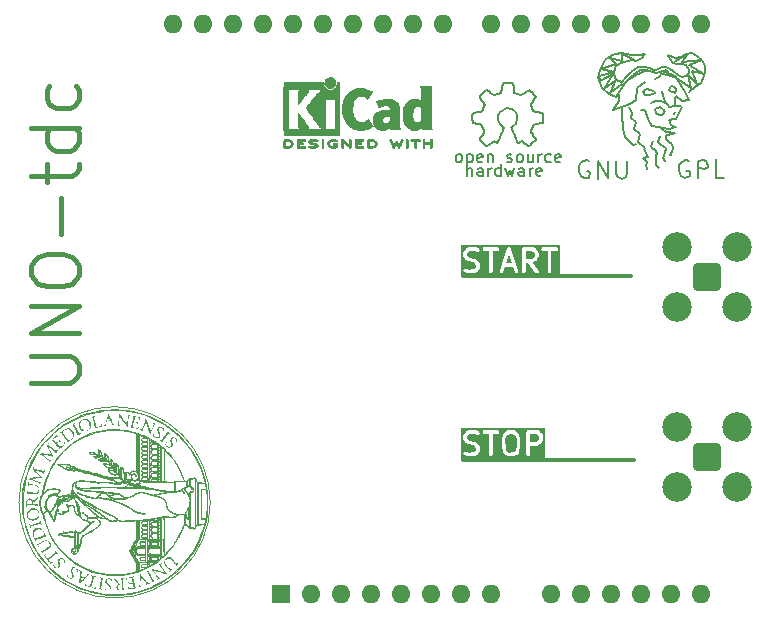
<source format=gts>
G04 #@! TF.GenerationSoftware,KiCad,Pcbnew,8.0.3*
G04 #@! TF.CreationDate,2024-11-06T17:03:22+01:00*
G04 #@! TF.ProjectId,UNOtdc,554e4f74-6463-42e6-9b69-6361645f7063,1.10*
G04 #@! TF.SameCoordinates,Original*
G04 #@! TF.FileFunction,Soldermask,Top*
G04 #@! TF.FilePolarity,Negative*
%FSLAX46Y46*%
G04 Gerber Fmt 4.6, Leading zero omitted, Abs format (unit mm)*
G04 Created by KiCad (PCBNEW 8.0.3) date 2024-11-06 17:03:23*
%MOMM*%
%LPD*%
G01*
G04 APERTURE LIST*
G04 Aperture macros list*
%AMRoundRect*
0 Rectangle with rounded corners*
0 $1 Rounding radius*
0 $2 $3 $4 $5 $6 $7 $8 $9 X,Y pos of 4 corners*
0 Add a 4 corners polygon primitive as box body*
4,1,4,$2,$3,$4,$5,$6,$7,$8,$9,$2,$3,0*
0 Add four circle primitives for the rounded corners*
1,1,$1+$1,$2,$3*
1,1,$1+$1,$4,$5*
1,1,$1+$1,$6,$7*
1,1,$1+$1,$8,$9*
0 Add four rect primitives between the rounded corners*
20,1,$1+$1,$2,$3,$4,$5,0*
20,1,$1+$1,$4,$5,$6,$7,0*
20,1,$1+$1,$6,$7,$8,$9,0*
20,1,$1+$1,$8,$9,$2,$3,0*%
G04 Aperture macros list end*
%ADD10C,0.320000*%
%ADD11C,0.450000*%
%ADD12C,0.130000*%
%ADD13C,0.100000*%
%ADD14C,0.000000*%
%ADD15C,0.070000*%
%ADD16C,0.150000*%
%ADD17C,0.010000*%
%ADD18C,0.200000*%
%ADD19RoundRect,0.200100X0.949900X-0.949900X0.949900X0.949900X-0.949900X0.949900X-0.949900X-0.949900X0*%
%ADD20C,2.500000*%
%ADD21R,1.600000X1.600000*%
%ADD22O,1.600000X1.600000*%
G04 APERTURE END LIST*
D10*
X106934000Y-62077600D02*
X121158000Y-62077600D01*
X106934000Y-77724000D02*
X121412000Y-77724000D01*
D11*
X70417076Y-71141567D02*
X73655171Y-71141567D01*
X73655171Y-71141567D02*
X74036123Y-70951090D01*
X74036123Y-70951090D02*
X74226600Y-70760614D01*
X74226600Y-70760614D02*
X74417076Y-70379662D01*
X74417076Y-70379662D02*
X74417076Y-69617757D01*
X74417076Y-69617757D02*
X74226600Y-69236805D01*
X74226600Y-69236805D02*
X74036123Y-69046328D01*
X74036123Y-69046328D02*
X73655171Y-68855852D01*
X73655171Y-68855852D02*
X70417076Y-68855852D01*
X74417076Y-66951091D02*
X70417076Y-66951091D01*
X70417076Y-66951091D02*
X74417076Y-64665376D01*
X74417076Y-64665376D02*
X70417076Y-64665376D01*
X70417076Y-61998710D02*
X70417076Y-61236805D01*
X70417076Y-61236805D02*
X70607552Y-60855853D01*
X70607552Y-60855853D02*
X70988504Y-60474900D01*
X70988504Y-60474900D02*
X71750409Y-60284424D01*
X71750409Y-60284424D02*
X73083742Y-60284424D01*
X73083742Y-60284424D02*
X73845647Y-60474900D01*
X73845647Y-60474900D02*
X74226600Y-60855853D01*
X74226600Y-60855853D02*
X74417076Y-61236805D01*
X74417076Y-61236805D02*
X74417076Y-61998710D01*
X74417076Y-61998710D02*
X74226600Y-62379662D01*
X74226600Y-62379662D02*
X73845647Y-62760615D01*
X73845647Y-62760615D02*
X73083742Y-62951091D01*
X73083742Y-62951091D02*
X71750409Y-62951091D01*
X71750409Y-62951091D02*
X70988504Y-62760615D01*
X70988504Y-62760615D02*
X70607552Y-62379662D01*
X70607552Y-62379662D02*
X70417076Y-61998710D01*
X72893266Y-58570139D02*
X72893266Y-55522520D01*
X71750409Y-54189186D02*
X71750409Y-52665377D01*
X70417076Y-53617758D02*
X73845647Y-53617758D01*
X73845647Y-53617758D02*
X74226600Y-53427281D01*
X74226600Y-53427281D02*
X74417076Y-53046329D01*
X74417076Y-53046329D02*
X74417076Y-52665377D01*
X74417076Y-49617758D02*
X70417076Y-49617758D01*
X74226600Y-49617758D02*
X74417076Y-49998710D01*
X74417076Y-49998710D02*
X74417076Y-50760615D01*
X74417076Y-50760615D02*
X74226600Y-51141567D01*
X74226600Y-51141567D02*
X74036123Y-51332044D01*
X74036123Y-51332044D02*
X73655171Y-51522520D01*
X73655171Y-51522520D02*
X72512314Y-51522520D01*
X72512314Y-51522520D02*
X72131361Y-51332044D01*
X72131361Y-51332044D02*
X71940885Y-51141567D01*
X71940885Y-51141567D02*
X71750409Y-50760615D01*
X71750409Y-50760615D02*
X71750409Y-49998710D01*
X71750409Y-49998710D02*
X71940885Y-49617758D01*
X74226600Y-45998710D02*
X74417076Y-46379662D01*
X74417076Y-46379662D02*
X74417076Y-47141567D01*
X74417076Y-47141567D02*
X74226600Y-47522519D01*
X74226600Y-47522519D02*
X74036123Y-47712996D01*
X74036123Y-47712996D02*
X73655171Y-47903472D01*
X73655171Y-47903472D02*
X72512314Y-47903472D01*
X72512314Y-47903472D02*
X72131361Y-47712996D01*
X72131361Y-47712996D02*
X71940885Y-47522519D01*
X71940885Y-47522519D02*
X71750409Y-47141567D01*
X71750409Y-47141567D02*
X71750409Y-46379662D01*
X71750409Y-46379662D02*
X71940885Y-45998710D01*
D10*
G36*
X111304012Y-75538091D02*
G01*
X111439060Y-75670278D01*
X111514682Y-75963277D01*
X111517428Y-76556916D01*
X111442887Y-76865018D01*
X111314639Y-76996041D01*
X111188698Y-77061098D01*
X110902159Y-77063339D01*
X110778600Y-77003579D01*
X110643552Y-76871392D01*
X110567930Y-76578393D01*
X110565184Y-75984754D01*
X110639725Y-75676652D01*
X110767973Y-75545629D01*
X110893914Y-75480573D01*
X111180455Y-75478332D01*
X111304012Y-75538091D01*
G37*
G36*
X113294975Y-75538327D02*
G01*
X113350626Y-75591868D01*
X113414982Y-75716455D01*
X113416975Y-75912709D01*
X113357148Y-76036409D01*
X113303606Y-76092059D01*
X113179419Y-76156209D01*
X112647233Y-76158376D01*
X112646154Y-75480195D01*
X113170370Y-75478061D01*
X113294975Y-75538327D01*
G37*
G36*
X113945751Y-77591947D02*
G01*
X106779719Y-77591947D01*
X106779719Y-75682740D01*
X106990830Y-75682740D01*
X106993117Y-75840591D01*
X106992087Y-75843682D01*
X106993437Y-75862681D01*
X106993904Y-75894907D01*
X106996104Y-75900219D01*
X106996512Y-75905954D01*
X107007722Y-75935247D01*
X107100663Y-76115171D01*
X107108271Y-76133538D01*
X107113343Y-76139718D01*
X107114906Y-76142743D01*
X107118098Y-76145511D01*
X107128170Y-76157783D01*
X107222042Y-76248097D01*
X107233684Y-76261520D01*
X107240367Y-76265727D01*
X107242892Y-76268156D01*
X107246792Y-76269771D01*
X107260228Y-76278229D01*
X107432863Y-76361725D01*
X107444393Y-76370268D01*
X107467866Y-76378655D01*
X107470474Y-76379916D01*
X107471625Y-76379997D01*
X107473929Y-76380821D01*
X107808354Y-76461729D01*
X107956879Y-76533564D01*
X108012530Y-76587107D01*
X108077037Y-76711984D01*
X108078575Y-76818103D01*
X108019053Y-76941170D01*
X107965511Y-76996821D01*
X107841175Y-77061048D01*
X107455658Y-77063499D01*
X107170842Y-76971616D01*
X107108570Y-76976042D01*
X107052732Y-77003961D01*
X107011828Y-77051124D01*
X106992086Y-77110348D01*
X106996512Y-77172620D01*
X107024431Y-77228458D01*
X107071594Y-77269362D01*
X107100234Y-77282149D01*
X107371443Y-77369642D01*
X107391045Y-77377762D01*
X107399057Y-77378551D01*
X107402247Y-77379580D01*
X107406462Y-77379280D01*
X107422259Y-77380836D01*
X107850238Y-77378115D01*
X107854629Y-77379579D01*
X107877678Y-77377941D01*
X107905854Y-77377762D01*
X107911166Y-77375561D01*
X107916901Y-77375154D01*
X107946194Y-77363944D01*
X108126118Y-77271002D01*
X108144485Y-77263395D01*
X108150665Y-77258322D01*
X108153690Y-77256760D01*
X108156458Y-77253567D01*
X108168730Y-77243496D01*
X108259044Y-77149623D01*
X108272467Y-77137982D01*
X108276674Y-77131298D01*
X108279103Y-77128774D01*
X108280718Y-77124873D01*
X108289176Y-77111438D01*
X108367120Y-76950281D01*
X108369580Y-76947822D01*
X108377155Y-76929532D01*
X108390863Y-76901192D01*
X108391270Y-76895457D01*
X108393471Y-76890145D01*
X108396545Y-76858931D01*
X108394257Y-76701083D01*
X108395289Y-76697990D01*
X108393937Y-76678978D01*
X108393471Y-76646765D01*
X108391270Y-76641452D01*
X108390863Y-76635718D01*
X108379653Y-76606425D01*
X108286712Y-76426504D01*
X108279103Y-76408134D01*
X108274028Y-76401951D01*
X108272467Y-76398928D01*
X108269276Y-76396161D01*
X108259205Y-76383889D01*
X108165328Y-76293569D01*
X108153690Y-76280150D01*
X108147009Y-76275944D01*
X108144484Y-76273515D01*
X108140582Y-76271898D01*
X108127146Y-76263441D01*
X107954510Y-76179945D01*
X107942982Y-76171404D01*
X107919508Y-76163017D01*
X107916901Y-76161756D01*
X107915750Y-76161674D01*
X107913446Y-76160851D01*
X107579023Y-76079942D01*
X107430495Y-76008106D01*
X107374844Y-75954564D01*
X107310337Y-75829686D01*
X107308799Y-75723565D01*
X107368320Y-75600500D01*
X107421864Y-75544849D01*
X107546199Y-75480623D01*
X107931716Y-75478172D01*
X108216533Y-75570056D01*
X108278805Y-75565630D01*
X108334643Y-75537711D01*
X108375547Y-75490548D01*
X108395289Y-75431324D01*
X108390863Y-75369052D01*
X108362943Y-75313214D01*
X108335742Y-75289622D01*
X108622476Y-75289622D01*
X108622476Y-75352050D01*
X108646367Y-75409727D01*
X108690511Y-75453871D01*
X108748188Y-75477762D01*
X108779402Y-75480836D01*
X109162512Y-75479781D01*
X109165333Y-77252050D01*
X109189224Y-77309727D01*
X109233368Y-77353871D01*
X109291045Y-77377762D01*
X109353473Y-77377762D01*
X109411150Y-77353871D01*
X109455294Y-77309727D01*
X109479185Y-77252050D01*
X109482259Y-77220836D01*
X109480243Y-75954169D01*
X110247973Y-75954169D01*
X110250854Y-76577184D01*
X110248162Y-76595280D01*
X110251028Y-76614664D01*
X110251047Y-76618716D01*
X110251949Y-76620895D01*
X110252750Y-76626308D01*
X110341524Y-76970266D01*
X110341524Y-76980622D01*
X110348615Y-76997742D01*
X110353779Y-77017749D01*
X110360861Y-77027307D01*
X110365414Y-77038299D01*
X110385312Y-77062544D01*
X110567664Y-77241033D01*
X110581304Y-77256760D01*
X110588104Y-77261040D01*
X110590510Y-77263395D01*
X110594414Y-77265012D01*
X110607848Y-77273468D01*
X110769003Y-77351411D01*
X110771463Y-77353871D01*
X110789751Y-77361446D01*
X110818093Y-77375154D01*
X110823827Y-77375561D01*
X110829140Y-77377762D01*
X110860354Y-77380836D01*
X111198095Y-77378195D01*
X111202248Y-77379579D01*
X111224646Y-77377987D01*
X111253473Y-77377762D01*
X111258785Y-77375561D01*
X111264520Y-77375154D01*
X111293813Y-77363944D01*
X111473740Y-77271000D01*
X111492103Y-77263395D01*
X111498282Y-77258323D01*
X111501309Y-77256760D01*
X111504078Y-77253566D01*
X111516348Y-77243497D01*
X111683302Y-77072929D01*
X111691668Y-77067910D01*
X111702422Y-77053395D01*
X111717199Y-77038299D01*
X111721751Y-77027307D01*
X111728834Y-77017749D01*
X111739387Y-76988213D01*
X111824870Y-76634880D01*
X111831566Y-76618716D01*
X111833477Y-76599302D01*
X111834451Y-76595280D01*
X111834103Y-76592946D01*
X111834640Y-76587502D01*
X111831758Y-75964486D01*
X111834451Y-75946391D01*
X111831584Y-75927006D01*
X111831566Y-75922955D01*
X111830663Y-75920775D01*
X111829863Y-75915363D01*
X111741089Y-75571404D01*
X111741089Y-75561049D01*
X111733997Y-75543929D01*
X111728834Y-75523922D01*
X111721750Y-75514361D01*
X111717198Y-75503371D01*
X111697300Y-75479126D01*
X111535582Y-75320836D01*
X112328925Y-75320836D01*
X112331999Y-77252050D01*
X112355890Y-77309727D01*
X112400034Y-77353871D01*
X112457711Y-77377762D01*
X112520139Y-77377762D01*
X112577816Y-77353871D01*
X112621960Y-77309727D01*
X112645851Y-77252050D01*
X112648925Y-77220836D01*
X112647738Y-76475427D01*
X113187956Y-76473227D01*
X113192724Y-76474817D01*
X113216734Y-76473110D01*
X113243949Y-76473000D01*
X113249261Y-76470799D01*
X113254996Y-76470392D01*
X113284289Y-76459182D01*
X113464216Y-76366238D01*
X113482579Y-76358633D01*
X113488758Y-76353561D01*
X113491785Y-76351998D01*
X113494554Y-76348804D01*
X113506824Y-76338735D01*
X113597142Y-76244858D01*
X113610564Y-76233219D01*
X113614768Y-76226539D01*
X113617199Y-76224013D01*
X113618816Y-76220108D01*
X113627272Y-76206675D01*
X113705215Y-76045519D01*
X113707675Y-76043060D01*
X113715250Y-76024771D01*
X113728958Y-75996430D01*
X113729365Y-75990695D01*
X113731566Y-75985383D01*
X113734640Y-75954169D01*
X113732124Y-75706526D01*
X113733383Y-75702751D01*
X113731870Y-75681459D01*
X113731566Y-75651526D01*
X113729365Y-75646213D01*
X113728958Y-75640479D01*
X113717748Y-75611185D01*
X113624806Y-75431260D01*
X113617199Y-75412895D01*
X113612126Y-75406714D01*
X113610564Y-75403690D01*
X113607371Y-75400921D01*
X113597300Y-75388650D01*
X113503422Y-75298330D01*
X113491785Y-75284912D01*
X113485104Y-75280706D01*
X113482578Y-75278276D01*
X113478674Y-75276659D01*
X113465241Y-75268203D01*
X113304084Y-75190259D01*
X113301626Y-75187801D01*
X113283339Y-75180226D01*
X113254996Y-75166518D01*
X113249261Y-75166110D01*
X113243949Y-75163910D01*
X113212735Y-75160836D01*
X112457711Y-75163910D01*
X112400034Y-75187801D01*
X112355890Y-75231945D01*
X112331999Y-75289622D01*
X112328925Y-75320836D01*
X111535582Y-75320836D01*
X111514950Y-75300641D01*
X111501309Y-75284912D01*
X111494504Y-75280628D01*
X111492102Y-75278277D01*
X111488203Y-75276662D01*
X111474765Y-75268203D01*
X111313608Y-75190259D01*
X111311150Y-75187801D01*
X111292863Y-75180226D01*
X111264520Y-75166518D01*
X111258785Y-75166110D01*
X111253473Y-75163910D01*
X111222259Y-75160836D01*
X110884516Y-75163476D01*
X110880365Y-75162093D01*
X110857966Y-75163684D01*
X110829140Y-75163910D01*
X110823827Y-75166110D01*
X110818093Y-75166518D01*
X110788799Y-75177728D01*
X110608870Y-75270671D01*
X110590510Y-75278277D01*
X110584330Y-75283348D01*
X110581304Y-75284912D01*
X110578534Y-75288105D01*
X110566265Y-75298175D01*
X110399311Y-75468741D01*
X110390945Y-75473761D01*
X110380190Y-75488275D01*
X110365414Y-75503372D01*
X110360861Y-75514363D01*
X110353779Y-75523922D01*
X110343226Y-75553458D01*
X110257742Y-75906790D01*
X110251047Y-75922955D01*
X110249135Y-75942368D01*
X110248162Y-75946391D01*
X110248509Y-75948724D01*
X110247973Y-75954169D01*
X109480243Y-75954169D01*
X109479486Y-75478909D01*
X109896330Y-75477762D01*
X109954007Y-75453871D01*
X109998151Y-75409727D01*
X110022042Y-75352050D01*
X110022042Y-75289622D01*
X109998151Y-75231945D01*
X109954007Y-75187801D01*
X109896330Y-75163910D01*
X109865116Y-75160836D01*
X108748188Y-75163910D01*
X108690511Y-75187801D01*
X108646367Y-75231945D01*
X108622476Y-75289622D01*
X108335742Y-75289622D01*
X108315781Y-75272310D01*
X108287141Y-75259523D01*
X108015931Y-75172029D01*
X107996330Y-75163910D01*
X107988317Y-75163120D01*
X107985128Y-75162092D01*
X107980912Y-75162391D01*
X107965116Y-75160836D01*
X107537136Y-75163556D01*
X107532746Y-75162093D01*
X107509696Y-75163730D01*
X107481521Y-75163910D01*
X107476208Y-75166110D01*
X107470474Y-75166518D01*
X107441180Y-75177728D01*
X107261249Y-75270673D01*
X107242892Y-75278277D01*
X107236712Y-75283348D01*
X107233685Y-75284912D01*
X107230915Y-75288105D01*
X107218646Y-75298174D01*
X107128320Y-75392055D01*
X107114906Y-75403690D01*
X107110702Y-75410367D01*
X107108271Y-75412895D01*
X107106653Y-75416799D01*
X107098197Y-75430234D01*
X107020253Y-75591390D01*
X107017795Y-75593849D01*
X107010220Y-75612135D01*
X106996512Y-75640479D01*
X106996104Y-75646213D01*
X106993904Y-75651526D01*
X106990830Y-75682740D01*
X106779719Y-75682740D01*
X106779719Y-74949725D01*
X113945751Y-74949725D01*
X113945751Y-77591947D01*
G37*
G36*
X112933070Y-60044327D02*
G01*
X112988721Y-60097868D01*
X113053077Y-60222455D01*
X113055070Y-60418709D01*
X112995243Y-60542409D01*
X112941701Y-60598059D01*
X112817514Y-60662209D01*
X112581921Y-60663168D01*
X112575933Y-60662112D01*
X112570961Y-60663213D01*
X112285328Y-60664376D01*
X112284249Y-59986195D01*
X112808465Y-59984061D01*
X112933070Y-60044327D01*
G37*
G36*
X111092915Y-61024700D02*
G01*
X110627950Y-61026228D01*
X110859516Y-60328015D01*
X111092915Y-61024700D01*
G37*
G36*
X115209343Y-62097947D02*
G01*
X106779719Y-62097947D01*
X106779719Y-60188740D01*
X106990830Y-60188740D01*
X106993117Y-60346591D01*
X106992087Y-60349682D01*
X106993437Y-60368681D01*
X106993904Y-60400907D01*
X106996104Y-60406219D01*
X106996512Y-60411954D01*
X107007722Y-60441247D01*
X107100663Y-60621171D01*
X107108271Y-60639538D01*
X107113343Y-60645718D01*
X107114906Y-60648743D01*
X107118098Y-60651511D01*
X107128170Y-60663783D01*
X107222042Y-60754097D01*
X107233684Y-60767520D01*
X107240367Y-60771727D01*
X107242892Y-60774156D01*
X107246792Y-60775771D01*
X107260228Y-60784229D01*
X107432863Y-60867725D01*
X107444393Y-60876268D01*
X107467866Y-60884655D01*
X107470474Y-60885916D01*
X107471625Y-60885997D01*
X107473929Y-60886821D01*
X107808354Y-60967729D01*
X107956879Y-61039564D01*
X108012530Y-61093107D01*
X108077037Y-61217984D01*
X108078575Y-61324103D01*
X108019053Y-61447170D01*
X107965511Y-61502821D01*
X107841175Y-61567048D01*
X107455658Y-61569499D01*
X107170842Y-61477616D01*
X107108570Y-61482042D01*
X107052732Y-61509961D01*
X107011828Y-61557124D01*
X106992086Y-61616348D01*
X106996512Y-61678620D01*
X107024431Y-61734458D01*
X107071594Y-61775362D01*
X107100234Y-61788149D01*
X107371443Y-61875642D01*
X107391045Y-61883762D01*
X107399057Y-61884551D01*
X107402247Y-61885580D01*
X107406462Y-61885280D01*
X107422259Y-61886836D01*
X107850238Y-61884115D01*
X107854629Y-61885579D01*
X107877678Y-61883941D01*
X107905854Y-61883762D01*
X107911166Y-61881561D01*
X107916901Y-61881154D01*
X107946194Y-61869944D01*
X108126118Y-61777002D01*
X108144485Y-61769395D01*
X108150665Y-61764322D01*
X108153690Y-61762760D01*
X108156458Y-61759567D01*
X108168730Y-61749496D01*
X108259044Y-61655623D01*
X108272467Y-61643982D01*
X108276674Y-61637298D01*
X108279103Y-61634774D01*
X108280718Y-61630873D01*
X108289176Y-61617438D01*
X108367120Y-61456281D01*
X108369580Y-61453822D01*
X108377155Y-61435532D01*
X108390863Y-61407192D01*
X108391270Y-61401457D01*
X108393471Y-61396145D01*
X108396545Y-61364931D01*
X108394257Y-61207083D01*
X108395289Y-61203990D01*
X108393937Y-61184978D01*
X108393471Y-61152765D01*
X108391270Y-61147452D01*
X108390863Y-61141718D01*
X108379653Y-61112425D01*
X108286712Y-60932504D01*
X108279103Y-60914134D01*
X108274028Y-60907951D01*
X108272467Y-60904928D01*
X108269276Y-60902161D01*
X108259205Y-60889889D01*
X108165328Y-60799569D01*
X108153690Y-60786150D01*
X108147009Y-60781944D01*
X108144484Y-60779515D01*
X108140582Y-60777898D01*
X108127146Y-60769441D01*
X107954510Y-60685945D01*
X107942982Y-60677404D01*
X107919508Y-60669017D01*
X107916901Y-60667756D01*
X107915750Y-60667674D01*
X107913446Y-60666851D01*
X107579023Y-60585942D01*
X107430495Y-60514106D01*
X107374844Y-60460564D01*
X107310337Y-60335686D01*
X107308799Y-60229565D01*
X107368320Y-60106500D01*
X107421864Y-60050849D01*
X107546199Y-59986623D01*
X107931716Y-59984172D01*
X108216533Y-60076056D01*
X108278805Y-60071630D01*
X108334643Y-60043711D01*
X108375547Y-59996548D01*
X108395289Y-59937324D01*
X108390863Y-59875052D01*
X108362943Y-59819214D01*
X108335742Y-59795622D01*
X108622476Y-59795622D01*
X108622476Y-59858050D01*
X108646367Y-59915727D01*
X108690511Y-59959871D01*
X108748188Y-59983762D01*
X108779402Y-59986836D01*
X109162512Y-59985781D01*
X109165333Y-61758050D01*
X109189224Y-61815727D01*
X109233368Y-61859871D01*
X109291045Y-61883762D01*
X109353473Y-61883762D01*
X109411150Y-61859871D01*
X109455294Y-61815727D01*
X109479185Y-61758050D01*
X109482259Y-61726836D01*
X109482227Y-61706824D01*
X110068277Y-61706824D01*
X110072703Y-61769096D01*
X110100622Y-61824934D01*
X110147784Y-61865838D01*
X110207009Y-61885580D01*
X110269281Y-61881154D01*
X110325119Y-61853235D01*
X110366023Y-61806073D01*
X110378810Y-61777432D01*
X110522691Y-61343602D01*
X111199007Y-61341381D01*
X111354686Y-61806073D01*
X111395590Y-61853235D01*
X111451428Y-61881154D01*
X111513700Y-61885580D01*
X111572925Y-61865838D01*
X111620087Y-61824934D01*
X111648006Y-61769096D01*
X111652432Y-61706824D01*
X111645477Y-61676239D01*
X111025901Y-59826836D01*
X111967020Y-59826836D01*
X111970094Y-61758050D01*
X111993985Y-61815727D01*
X112038129Y-61859871D01*
X112095806Y-61883762D01*
X112158234Y-61883762D01*
X112215911Y-61859871D01*
X112260055Y-61815727D01*
X112283946Y-61758050D01*
X112287020Y-61726836D01*
X112285833Y-60981427D01*
X112495316Y-60980574D01*
X113102076Y-61842399D01*
X113154724Y-61875949D01*
X113216203Y-61886798D01*
X113277155Y-61873295D01*
X113328298Y-61837495D01*
X113361848Y-61784847D01*
X113372697Y-61723368D01*
X113359194Y-61662416D01*
X113343812Y-61635082D01*
X112881903Y-60979000D01*
X112882044Y-60979000D01*
X112887356Y-60976799D01*
X112893091Y-60976392D01*
X112922384Y-60965182D01*
X113102311Y-60872238D01*
X113120674Y-60864633D01*
X113126853Y-60859561D01*
X113129880Y-60857998D01*
X113132649Y-60854804D01*
X113144919Y-60844735D01*
X113235237Y-60750858D01*
X113248659Y-60739219D01*
X113252863Y-60732539D01*
X113255294Y-60730013D01*
X113256911Y-60726108D01*
X113265367Y-60712675D01*
X113343310Y-60551519D01*
X113345770Y-60549060D01*
X113353345Y-60530771D01*
X113367053Y-60502430D01*
X113367460Y-60496695D01*
X113369661Y-60491383D01*
X113372735Y-60460169D01*
X113370219Y-60212526D01*
X113371478Y-60208751D01*
X113369965Y-60187459D01*
X113369661Y-60157526D01*
X113367460Y-60152213D01*
X113367053Y-60146479D01*
X113355843Y-60117185D01*
X113262901Y-59937260D01*
X113255294Y-59918895D01*
X113250221Y-59912714D01*
X113248659Y-59909690D01*
X113245466Y-59906921D01*
X113235395Y-59894650D01*
X113141517Y-59804330D01*
X113133965Y-59795622D01*
X113598666Y-59795622D01*
X113598666Y-59858050D01*
X113622557Y-59915727D01*
X113666701Y-59959871D01*
X113724378Y-59983762D01*
X113755592Y-59986836D01*
X114138702Y-59985781D01*
X114141523Y-61758050D01*
X114165414Y-61815727D01*
X114209558Y-61859871D01*
X114267235Y-61883762D01*
X114329663Y-61883762D01*
X114387340Y-61859871D01*
X114431484Y-61815727D01*
X114455375Y-61758050D01*
X114458449Y-61726836D01*
X114455676Y-59984909D01*
X114872520Y-59983762D01*
X114930197Y-59959871D01*
X114974341Y-59915727D01*
X114998232Y-59858050D01*
X114998232Y-59795622D01*
X114974341Y-59737945D01*
X114930197Y-59693801D01*
X114872520Y-59669910D01*
X114841306Y-59666836D01*
X113724378Y-59669910D01*
X113666701Y-59693801D01*
X113622557Y-59737945D01*
X113598666Y-59795622D01*
X113133965Y-59795622D01*
X113129880Y-59790912D01*
X113123199Y-59786706D01*
X113120673Y-59784276D01*
X113116769Y-59782659D01*
X113103336Y-59774203D01*
X112942179Y-59696259D01*
X112939721Y-59693801D01*
X112921434Y-59686226D01*
X112893091Y-59672518D01*
X112887356Y-59672110D01*
X112882044Y-59669910D01*
X112850830Y-59666836D01*
X112095806Y-59669910D01*
X112038129Y-59693801D01*
X111993985Y-59737945D01*
X111970094Y-59795622D01*
X111967020Y-59826836D01*
X111025901Y-59826836D01*
X111015460Y-59795670D01*
X111014672Y-59784576D01*
X111005797Y-59766826D01*
X110999356Y-59747599D01*
X110991865Y-59738962D01*
X110986753Y-59728737D01*
X110971593Y-59715589D01*
X110958452Y-59700437D01*
X110948230Y-59695326D01*
X110939591Y-59687833D01*
X110920551Y-59681486D01*
X110902614Y-59672518D01*
X110891213Y-59671707D01*
X110880366Y-59668092D01*
X110860354Y-59669514D01*
X110840342Y-59668092D01*
X110829495Y-59671707D01*
X110818094Y-59672518D01*
X110800152Y-59681488D01*
X110781117Y-59687834D01*
X110772479Y-59695325D01*
X110762256Y-59700437D01*
X110749111Y-59715593D01*
X110733955Y-59728738D01*
X110728843Y-59738961D01*
X110721352Y-59747599D01*
X110708565Y-59776239D01*
X110255995Y-61140818D01*
X110251047Y-61152765D01*
X110251047Y-61155739D01*
X110068277Y-61706824D01*
X109482227Y-61706824D01*
X109479486Y-59984909D01*
X109896330Y-59983762D01*
X109954007Y-59959871D01*
X109998151Y-59915727D01*
X110022042Y-59858050D01*
X110022042Y-59795622D01*
X109998151Y-59737945D01*
X109954007Y-59693801D01*
X109896330Y-59669910D01*
X109865116Y-59666836D01*
X108748188Y-59669910D01*
X108690511Y-59693801D01*
X108646367Y-59737945D01*
X108622476Y-59795622D01*
X108335742Y-59795622D01*
X108315781Y-59778310D01*
X108287141Y-59765523D01*
X108015931Y-59678029D01*
X107996330Y-59669910D01*
X107988317Y-59669120D01*
X107985128Y-59668092D01*
X107980912Y-59668391D01*
X107965116Y-59666836D01*
X107537136Y-59669556D01*
X107532746Y-59668093D01*
X107509696Y-59669730D01*
X107481521Y-59669910D01*
X107476208Y-59672110D01*
X107470474Y-59672518D01*
X107441180Y-59683728D01*
X107261249Y-59776673D01*
X107242892Y-59784277D01*
X107236712Y-59789348D01*
X107233685Y-59790912D01*
X107230915Y-59794105D01*
X107218646Y-59804174D01*
X107128320Y-59898055D01*
X107114906Y-59909690D01*
X107110702Y-59916367D01*
X107108271Y-59918895D01*
X107106653Y-59922799D01*
X107098197Y-59936234D01*
X107020253Y-60097390D01*
X107017795Y-60099849D01*
X107010220Y-60118135D01*
X106996512Y-60146479D01*
X106996104Y-60152213D01*
X106993904Y-60157526D01*
X106990830Y-60188740D01*
X106779719Y-60188740D01*
X106779719Y-59455725D01*
X115209343Y-59455725D01*
X115209343Y-62097947D01*
G37*
D12*
X107317621Y-53654859D02*
X107317621Y-52654859D01*
X107746192Y-53654859D02*
X107746192Y-53131049D01*
X107746192Y-53131049D02*
X107698573Y-53035811D01*
X107698573Y-53035811D02*
X107603335Y-52988192D01*
X107603335Y-52988192D02*
X107460478Y-52988192D01*
X107460478Y-52988192D02*
X107365240Y-53035811D01*
X107365240Y-53035811D02*
X107317621Y-53083430D01*
X108650954Y-53654859D02*
X108650954Y-53131049D01*
X108650954Y-53131049D02*
X108603335Y-53035811D01*
X108603335Y-53035811D02*
X108508097Y-52988192D01*
X108508097Y-52988192D02*
X108317621Y-52988192D01*
X108317621Y-52988192D02*
X108222383Y-53035811D01*
X108650954Y-53607240D02*
X108555716Y-53654859D01*
X108555716Y-53654859D02*
X108317621Y-53654859D01*
X108317621Y-53654859D02*
X108222383Y-53607240D01*
X108222383Y-53607240D02*
X108174764Y-53512001D01*
X108174764Y-53512001D02*
X108174764Y-53416763D01*
X108174764Y-53416763D02*
X108222383Y-53321525D01*
X108222383Y-53321525D02*
X108317621Y-53273906D01*
X108317621Y-53273906D02*
X108555716Y-53273906D01*
X108555716Y-53273906D02*
X108650954Y-53226287D01*
X109127145Y-53654859D02*
X109127145Y-52988192D01*
X109127145Y-53178668D02*
X109174764Y-53083430D01*
X109174764Y-53083430D02*
X109222383Y-53035811D01*
X109222383Y-53035811D02*
X109317621Y-52988192D01*
X109317621Y-52988192D02*
X109412859Y-52988192D01*
X110174764Y-53654859D02*
X110174764Y-52654859D01*
X110174764Y-53607240D02*
X110079526Y-53654859D01*
X110079526Y-53654859D02*
X109889050Y-53654859D01*
X109889050Y-53654859D02*
X109793812Y-53607240D01*
X109793812Y-53607240D02*
X109746193Y-53559620D01*
X109746193Y-53559620D02*
X109698574Y-53464382D01*
X109698574Y-53464382D02*
X109698574Y-53178668D01*
X109698574Y-53178668D02*
X109746193Y-53083430D01*
X109746193Y-53083430D02*
X109793812Y-53035811D01*
X109793812Y-53035811D02*
X109889050Y-52988192D01*
X109889050Y-52988192D02*
X110079526Y-52988192D01*
X110079526Y-52988192D02*
X110174764Y-53035811D01*
X110555717Y-52988192D02*
X110746193Y-53654859D01*
X110746193Y-53654859D02*
X110936669Y-53178668D01*
X110936669Y-53178668D02*
X111127145Y-53654859D01*
X111127145Y-53654859D02*
X111317621Y-52988192D01*
X112127145Y-53654859D02*
X112127145Y-53131049D01*
X112127145Y-53131049D02*
X112079526Y-53035811D01*
X112079526Y-53035811D02*
X111984288Y-52988192D01*
X111984288Y-52988192D02*
X111793812Y-52988192D01*
X111793812Y-52988192D02*
X111698574Y-53035811D01*
X112127145Y-53607240D02*
X112031907Y-53654859D01*
X112031907Y-53654859D02*
X111793812Y-53654859D01*
X111793812Y-53654859D02*
X111698574Y-53607240D01*
X111698574Y-53607240D02*
X111650955Y-53512001D01*
X111650955Y-53512001D02*
X111650955Y-53416763D01*
X111650955Y-53416763D02*
X111698574Y-53321525D01*
X111698574Y-53321525D02*
X111793812Y-53273906D01*
X111793812Y-53273906D02*
X112031907Y-53273906D01*
X112031907Y-53273906D02*
X112127145Y-53226287D01*
X112603336Y-53654859D02*
X112603336Y-52988192D01*
X112603336Y-53178668D02*
X112650955Y-53083430D01*
X112650955Y-53083430D02*
X112698574Y-53035811D01*
X112698574Y-53035811D02*
X112793812Y-52988192D01*
X112793812Y-52988192D02*
X112889050Y-52988192D01*
X113603336Y-53607240D02*
X113508098Y-53654859D01*
X113508098Y-53654859D02*
X113317622Y-53654859D01*
X113317622Y-53654859D02*
X113222384Y-53607240D01*
X113222384Y-53607240D02*
X113174765Y-53512001D01*
X113174765Y-53512001D02*
X113174765Y-53131049D01*
X113174765Y-53131049D02*
X113222384Y-53035811D01*
X113222384Y-53035811D02*
X113317622Y-52988192D01*
X113317622Y-52988192D02*
X113508098Y-52988192D01*
X113508098Y-52988192D02*
X113603336Y-53035811D01*
X113603336Y-53035811D02*
X113650955Y-53131049D01*
X113650955Y-53131049D02*
X113650955Y-53226287D01*
X113650955Y-53226287D02*
X113174765Y-53321525D01*
X106550478Y-52474859D02*
X106455240Y-52427240D01*
X106455240Y-52427240D02*
X106407621Y-52379620D01*
X106407621Y-52379620D02*
X106360002Y-52284382D01*
X106360002Y-52284382D02*
X106360002Y-51998668D01*
X106360002Y-51998668D02*
X106407621Y-51903430D01*
X106407621Y-51903430D02*
X106455240Y-51855811D01*
X106455240Y-51855811D02*
X106550478Y-51808192D01*
X106550478Y-51808192D02*
X106693335Y-51808192D01*
X106693335Y-51808192D02*
X106788573Y-51855811D01*
X106788573Y-51855811D02*
X106836192Y-51903430D01*
X106836192Y-51903430D02*
X106883811Y-51998668D01*
X106883811Y-51998668D02*
X106883811Y-52284382D01*
X106883811Y-52284382D02*
X106836192Y-52379620D01*
X106836192Y-52379620D02*
X106788573Y-52427240D01*
X106788573Y-52427240D02*
X106693335Y-52474859D01*
X106693335Y-52474859D02*
X106550478Y-52474859D01*
X107312383Y-51808192D02*
X107312383Y-52808192D01*
X107312383Y-51855811D02*
X107407621Y-51808192D01*
X107407621Y-51808192D02*
X107598097Y-51808192D01*
X107598097Y-51808192D02*
X107693335Y-51855811D01*
X107693335Y-51855811D02*
X107740954Y-51903430D01*
X107740954Y-51903430D02*
X107788573Y-51998668D01*
X107788573Y-51998668D02*
X107788573Y-52284382D01*
X107788573Y-52284382D02*
X107740954Y-52379620D01*
X107740954Y-52379620D02*
X107693335Y-52427240D01*
X107693335Y-52427240D02*
X107598097Y-52474859D01*
X107598097Y-52474859D02*
X107407621Y-52474859D01*
X107407621Y-52474859D02*
X107312383Y-52427240D01*
X108598097Y-52427240D02*
X108502859Y-52474859D01*
X108502859Y-52474859D02*
X108312383Y-52474859D01*
X108312383Y-52474859D02*
X108217145Y-52427240D01*
X108217145Y-52427240D02*
X108169526Y-52332001D01*
X108169526Y-52332001D02*
X108169526Y-51951049D01*
X108169526Y-51951049D02*
X108217145Y-51855811D01*
X108217145Y-51855811D02*
X108312383Y-51808192D01*
X108312383Y-51808192D02*
X108502859Y-51808192D01*
X108502859Y-51808192D02*
X108598097Y-51855811D01*
X108598097Y-51855811D02*
X108645716Y-51951049D01*
X108645716Y-51951049D02*
X108645716Y-52046287D01*
X108645716Y-52046287D02*
X108169526Y-52141525D01*
X109074288Y-51808192D02*
X109074288Y-52474859D01*
X109074288Y-51903430D02*
X109121907Y-51855811D01*
X109121907Y-51855811D02*
X109217145Y-51808192D01*
X109217145Y-51808192D02*
X109360002Y-51808192D01*
X109360002Y-51808192D02*
X109455240Y-51855811D01*
X109455240Y-51855811D02*
X109502859Y-51951049D01*
X109502859Y-51951049D02*
X109502859Y-52474859D01*
X110693336Y-52427240D02*
X110788574Y-52474859D01*
X110788574Y-52474859D02*
X110979050Y-52474859D01*
X110979050Y-52474859D02*
X111074288Y-52427240D01*
X111074288Y-52427240D02*
X111121907Y-52332001D01*
X111121907Y-52332001D02*
X111121907Y-52284382D01*
X111121907Y-52284382D02*
X111074288Y-52189144D01*
X111074288Y-52189144D02*
X110979050Y-52141525D01*
X110979050Y-52141525D02*
X110836193Y-52141525D01*
X110836193Y-52141525D02*
X110740955Y-52093906D01*
X110740955Y-52093906D02*
X110693336Y-51998668D01*
X110693336Y-51998668D02*
X110693336Y-51951049D01*
X110693336Y-51951049D02*
X110740955Y-51855811D01*
X110740955Y-51855811D02*
X110836193Y-51808192D01*
X110836193Y-51808192D02*
X110979050Y-51808192D01*
X110979050Y-51808192D02*
X111074288Y-51855811D01*
X111693336Y-52474859D02*
X111598098Y-52427240D01*
X111598098Y-52427240D02*
X111550479Y-52379620D01*
X111550479Y-52379620D02*
X111502860Y-52284382D01*
X111502860Y-52284382D02*
X111502860Y-51998668D01*
X111502860Y-51998668D02*
X111550479Y-51903430D01*
X111550479Y-51903430D02*
X111598098Y-51855811D01*
X111598098Y-51855811D02*
X111693336Y-51808192D01*
X111693336Y-51808192D02*
X111836193Y-51808192D01*
X111836193Y-51808192D02*
X111931431Y-51855811D01*
X111931431Y-51855811D02*
X111979050Y-51903430D01*
X111979050Y-51903430D02*
X112026669Y-51998668D01*
X112026669Y-51998668D02*
X112026669Y-52284382D01*
X112026669Y-52284382D02*
X111979050Y-52379620D01*
X111979050Y-52379620D02*
X111931431Y-52427240D01*
X111931431Y-52427240D02*
X111836193Y-52474859D01*
X111836193Y-52474859D02*
X111693336Y-52474859D01*
X112883812Y-51808192D02*
X112883812Y-52474859D01*
X112455241Y-51808192D02*
X112455241Y-52332001D01*
X112455241Y-52332001D02*
X112502860Y-52427240D01*
X112502860Y-52427240D02*
X112598098Y-52474859D01*
X112598098Y-52474859D02*
X112740955Y-52474859D01*
X112740955Y-52474859D02*
X112836193Y-52427240D01*
X112836193Y-52427240D02*
X112883812Y-52379620D01*
X113360003Y-52474859D02*
X113360003Y-51808192D01*
X113360003Y-51998668D02*
X113407622Y-51903430D01*
X113407622Y-51903430D02*
X113455241Y-51855811D01*
X113455241Y-51855811D02*
X113550479Y-51808192D01*
X113550479Y-51808192D02*
X113645717Y-51808192D01*
X114407622Y-52427240D02*
X114312384Y-52474859D01*
X114312384Y-52474859D02*
X114121908Y-52474859D01*
X114121908Y-52474859D02*
X114026670Y-52427240D01*
X114026670Y-52427240D02*
X113979051Y-52379620D01*
X113979051Y-52379620D02*
X113931432Y-52284382D01*
X113931432Y-52284382D02*
X113931432Y-51998668D01*
X113931432Y-51998668D02*
X113979051Y-51903430D01*
X113979051Y-51903430D02*
X114026670Y-51855811D01*
X114026670Y-51855811D02*
X114121908Y-51808192D01*
X114121908Y-51808192D02*
X114312384Y-51808192D01*
X114312384Y-51808192D02*
X114407622Y-51855811D01*
X115217146Y-52427240D02*
X115121908Y-52474859D01*
X115121908Y-52474859D02*
X114931432Y-52474859D01*
X114931432Y-52474859D02*
X114836194Y-52427240D01*
X114836194Y-52427240D02*
X114788575Y-52332001D01*
X114788575Y-52332001D02*
X114788575Y-51951049D01*
X114788575Y-51951049D02*
X114836194Y-51855811D01*
X114836194Y-51855811D02*
X114931432Y-51808192D01*
X114931432Y-51808192D02*
X115121908Y-51808192D01*
X115121908Y-51808192D02*
X115217146Y-51855811D01*
X115217146Y-51855811D02*
X115264765Y-51951049D01*
X115264765Y-51951049D02*
X115264765Y-52046287D01*
X115264765Y-52046287D02*
X114788575Y-52141525D01*
D13*
X78712736Y-85382924D02*
X79270000Y-86330000D01*
X78770000Y-85380000D02*
X78920000Y-85630000D01*
X78812956Y-85373066D02*
X79220000Y-84530000D01*
X78870000Y-85330000D02*
X79452826Y-84248124D01*
X78870000Y-85330000D02*
X79452826Y-86501377D01*
X78920000Y-85630000D02*
X79420000Y-86630000D01*
X79270000Y-86330000D02*
X78870000Y-85330000D01*
X79333857Y-86468398D02*
X79411719Y-86936596D01*
X79337773Y-78425206D02*
X79338505Y-75676939D01*
X79339644Y-82894158D02*
X79413170Y-84271549D01*
X79420000Y-86630000D02*
X79337815Y-87043557D01*
X79454936Y-86958027D02*
X79452826Y-86501377D01*
X79462131Y-82853304D02*
X79452826Y-84248124D01*
X79520967Y-75591297D02*
X79530165Y-78427555D01*
X85570000Y-81280000D02*
G75*
G02*
X69370000Y-81280000I-8100000J0D01*
G01*
X69370000Y-81280000D02*
G75*
G02*
X85570000Y-81280000I8100000J0D01*
G01*
D14*
G36*
X80501428Y-78630818D02*
G01*
X80532050Y-78654172D01*
X80560215Y-78698117D01*
X80550844Y-78740801D01*
X80522392Y-78772776D01*
X80483340Y-78797143D01*
X80478939Y-78796139D01*
X80449361Y-78789395D01*
X80400970Y-78745708D01*
X80394453Y-78712240D01*
X80434325Y-78712240D01*
X80450525Y-78747699D01*
X80478939Y-78758233D01*
X80511979Y-78755753D01*
X80523041Y-78728082D01*
X80523552Y-78712240D01*
X80517437Y-78674355D01*
X80492506Y-78664921D01*
X80478939Y-78666248D01*
X80441636Y-78685946D01*
X80434325Y-78712240D01*
X80394453Y-78712240D01*
X80392196Y-78700648D01*
X80413447Y-78663831D01*
X80459052Y-78628373D01*
X80501428Y-78630818D01*
G37*
G36*
X80475517Y-79130967D02*
G01*
X80457368Y-79145871D01*
X80431040Y-79183330D01*
X80431766Y-79221005D01*
X80457235Y-79244973D01*
X80474253Y-79247603D01*
X80503853Y-79237387D01*
X80512852Y-79200425D01*
X80512857Y-79193076D01*
X80518051Y-79149924D01*
X80532124Y-79140470D01*
X80550274Y-79167617D01*
X80551173Y-79169912D01*
X80561232Y-79201514D01*
X80555036Y-79223529D01*
X80526909Y-79254161D01*
X80524002Y-79257068D01*
X80477161Y-79284069D01*
X80433247Y-79272373D01*
X80403115Y-79234947D01*
X80391895Y-79192424D01*
X80413890Y-79159126D01*
X80450301Y-79137561D01*
X80479667Y-79124235D01*
X80475517Y-79130967D01*
G37*
G36*
X80522392Y-77164586D02*
G01*
X80554704Y-77197916D01*
X80559115Y-77224913D01*
X80537283Y-77263184D01*
X80532342Y-77270280D01*
X80493649Y-77307846D01*
X80478939Y-77307495D01*
X80453922Y-77306899D01*
X80413447Y-77273531D01*
X80389080Y-77234479D01*
X80391214Y-77225121D01*
X80434325Y-77225121D01*
X80450525Y-77260580D01*
X80478939Y-77271114D01*
X80511979Y-77268634D01*
X80523041Y-77240962D01*
X80523552Y-77225121D01*
X80517437Y-77187236D01*
X80492506Y-77177802D01*
X80478939Y-77179128D01*
X80441636Y-77198826D01*
X80434325Y-77225121D01*
X80391214Y-77225121D01*
X80396827Y-77200500D01*
X80440514Y-77152110D01*
X80485574Y-77143335D01*
X80522392Y-77164586D01*
G37*
G36*
X80532342Y-83287066D02*
G01*
X80557313Y-83327019D01*
X80559085Y-83354410D01*
X80538430Y-83388269D01*
X80536552Y-83390844D01*
X80500468Y-83417067D01*
X80478939Y-83415790D01*
X80459426Y-83414633D01*
X80409732Y-83387571D01*
X80394555Y-83343384D01*
X80398707Y-83332225D01*
X80434325Y-83332225D01*
X80450525Y-83367684D01*
X80478939Y-83378218D01*
X80511979Y-83375738D01*
X80523041Y-83348066D01*
X80523552Y-83332225D01*
X80517437Y-83294339D01*
X80492506Y-83284905D01*
X80478939Y-83286232D01*
X80441636Y-83305930D01*
X80434325Y-83332225D01*
X80398707Y-83332225D01*
X80414504Y-83289774D01*
X80453871Y-83250096D01*
X80493835Y-83250063D01*
X80532342Y-83287066D01*
G37*
G36*
X80503307Y-78136104D02*
G01*
X80532050Y-78158466D01*
X80560542Y-78204499D01*
X80549602Y-78247045D01*
X80520487Y-78273951D01*
X80480407Y-78288145D01*
X80470932Y-78291501D01*
X80427634Y-78280175D01*
X80399145Y-78248720D01*
X80394017Y-78205886D01*
X80395750Y-78202635D01*
X80431112Y-78202635D01*
X80441223Y-78237468D01*
X80471169Y-78260641D01*
X80480407Y-78262719D01*
X80512752Y-78262054D01*
X80521930Y-78239698D01*
X80520064Y-78213148D01*
X80506137Y-78169901D01*
X80474236Y-78157050D01*
X80473982Y-78157049D01*
X80441732Y-78170907D01*
X80431112Y-78202635D01*
X80395750Y-78202635D01*
X80415165Y-78166225D01*
X80460430Y-78131986D01*
X80503307Y-78136104D01*
G37*
G36*
X80508453Y-82778427D02*
G01*
X80539197Y-82804919D01*
X80549708Y-82847502D01*
X80532202Y-82898364D01*
X80522957Y-82910947D01*
X80490470Y-82940721D01*
X80478939Y-82940142D01*
X80460718Y-82939227D01*
X80451764Y-82934335D01*
X80401755Y-82891488D01*
X80393277Y-82856347D01*
X80434325Y-82856347D01*
X80450525Y-82891806D01*
X80478939Y-82902339D01*
X80511979Y-82899859D01*
X80523041Y-82872188D01*
X80523552Y-82856347D01*
X80517437Y-82818461D01*
X80492506Y-82809027D01*
X80478939Y-82810354D01*
X80441636Y-82830052D01*
X80434325Y-82856347D01*
X80393277Y-82856347D01*
X80391210Y-82847780D01*
X80417399Y-82804976D01*
X80465259Y-82775841D01*
X80508453Y-82778427D01*
G37*
G36*
X80532279Y-76684165D02*
G01*
X80532342Y-76684256D01*
X80557915Y-76726273D01*
X80558085Y-76752974D01*
X80532987Y-76779383D01*
X80502834Y-76794466D01*
X80490026Y-76791725D01*
X80492775Y-76780143D01*
X80501798Y-76778985D01*
X80518830Y-76762522D01*
X80519974Y-76734372D01*
X80500275Y-76697061D01*
X80474253Y-76689758D01*
X80440283Y-76705058D01*
X80426379Y-76738942D01*
X80437860Y-76773389D01*
X80447245Y-76781263D01*
X80460223Y-76795732D01*
X80451624Y-76798510D01*
X80421355Y-76785009D01*
X80404665Y-76769170D01*
X80391195Y-76740065D01*
X80403668Y-76704216D01*
X80412609Y-76689857D01*
X80452536Y-76648340D01*
X80492263Y-76646450D01*
X80532279Y-76684165D01*
G37*
G36*
X80489411Y-76158371D02*
G01*
X80510443Y-76170436D01*
X80549941Y-76205348D01*
X80553771Y-76240732D01*
X80525446Y-76285234D01*
X80492273Y-76316810D01*
X80480269Y-76317197D01*
X80463388Y-76317741D01*
X80451764Y-76311696D01*
X80401773Y-76268977D01*
X80392745Y-76232754D01*
X80429910Y-76232754D01*
X80446678Y-76273384D01*
X80452654Y-76279859D01*
X80480269Y-76301872D01*
X80500253Y-76293075D01*
X80513488Y-76276394D01*
X80531431Y-76231336D01*
X80518469Y-76196949D01*
X80481152Y-76184137D01*
X80442734Y-76198530D01*
X80429910Y-76232754D01*
X80392745Y-76232754D01*
X80391139Y-76226310D01*
X80419997Y-76184296D01*
X80422302Y-76182368D01*
X80459940Y-76157106D01*
X80489411Y-76158371D01*
G37*
G36*
X80528733Y-83772554D02*
G01*
X80557124Y-83807698D01*
X80554427Y-83853585D01*
X80532050Y-83886000D01*
X80495540Y-83911282D01*
X80474851Y-83916922D01*
X80473982Y-83917159D01*
X80435994Y-83901973D01*
X80400517Y-83867559D01*
X80389248Y-83841157D01*
X80425679Y-83841157D01*
X80438844Y-83879904D01*
X80441047Y-83882241D01*
X80474851Y-83895418D01*
X80506095Y-83877934D01*
X80522949Y-83837685D01*
X80523552Y-83827175D01*
X80517234Y-83789692D01*
X80491674Y-83780661D01*
X80479141Y-83781939D01*
X80441241Y-83802895D01*
X80425679Y-83841157D01*
X80389248Y-83841157D01*
X80384755Y-83830630D01*
X80384755Y-83830481D01*
X80402160Y-83789753D01*
X80444847Y-83763058D01*
X80473982Y-83758532D01*
X80528733Y-83772554D01*
G37*
G36*
X80498699Y-77641492D02*
G01*
X80524060Y-77661803D01*
X80553561Y-77696628D01*
X80563209Y-77720828D01*
X80549725Y-77750811D01*
X80524060Y-77779853D01*
X80498356Y-77799092D01*
X80493275Y-77802895D01*
X80466433Y-77801109D01*
X80434833Y-77782469D01*
X80398960Y-77750200D01*
X80384755Y-77720828D01*
X80389835Y-77710607D01*
X80424411Y-77710607D01*
X80437173Y-77749882D01*
X80466368Y-77778102D01*
X80498356Y-77783053D01*
X80502856Y-77780849D01*
X80519978Y-77752002D01*
X80522075Y-77709776D01*
X80509870Y-77674522D01*
X80498767Y-77665916D01*
X80454055Y-77665219D01*
X80427305Y-77692726D01*
X80424411Y-77710607D01*
X80389835Y-77710607D01*
X80399978Y-77690202D01*
X80434833Y-77659187D01*
X80472678Y-77638156D01*
X80498699Y-77641492D01*
G37*
G36*
X72745278Y-81813224D02*
G01*
X72757349Y-81857808D01*
X72765145Y-81916561D01*
X72767376Y-81976758D01*
X72762754Y-82025673D01*
X72755528Y-82045292D01*
X72726823Y-82065755D01*
X72686433Y-82080369D01*
X72678001Y-82081635D01*
X72648957Y-82085995D01*
X72634317Y-82070709D01*
X72631905Y-82030198D01*
X72635399Y-82006926D01*
X72673418Y-82006926D01*
X72678001Y-82024944D01*
X72699981Y-82021319D01*
X72701304Y-82020816D01*
X72725061Y-81994753D01*
X72730183Y-81955854D01*
X72713863Y-81926057D01*
X72713473Y-81925812D01*
X72695782Y-81933371D01*
X72684001Y-81959341D01*
X72673418Y-82006926D01*
X72635399Y-82006926D01*
X72639110Y-81982213D01*
X72657359Y-81922741D01*
X72681602Y-81863831D01*
X72706790Y-81817537D01*
X72727876Y-81795908D01*
X72730221Y-81795535D01*
X72745278Y-81813224D01*
G37*
G36*
X71191363Y-82844249D02*
G01*
X71209470Y-82890211D01*
X71230808Y-82954320D01*
X71252378Y-83026366D01*
X71271184Y-83096139D01*
X71284226Y-83153428D01*
X71288507Y-83188024D01*
X71287116Y-83193199D01*
X71268948Y-83186977D01*
X71238617Y-83157275D01*
X71232562Y-83149919D01*
X71189160Y-83095488D01*
X70837418Y-83189803D01*
X70687278Y-83230351D01*
X70571281Y-83262811D01*
X70485183Y-83289047D01*
X70424742Y-83310927D01*
X70385714Y-83330315D01*
X70363854Y-83349078D01*
X70354921Y-83369083D01*
X70354669Y-83392195D01*
X70355875Y-83401556D01*
X70356079Y-83444696D01*
X70343264Y-83460969D01*
X70333645Y-83455608D01*
X70322847Y-83436239D01*
X70309235Y-83397739D01*
X70291175Y-83334990D01*
X70267033Y-83242871D01*
X70242060Y-83143856D01*
X70229673Y-83094286D01*
X70269057Y-83138899D01*
X70311296Y-83171489D01*
X70350683Y-83183513D01*
X70384737Y-83178186D01*
X70448316Y-83163593D01*
X70534062Y-83141810D01*
X70634615Y-83114916D01*
X70742614Y-83084989D01*
X70850702Y-83054108D01*
X70951518Y-83024350D01*
X71037704Y-82997795D01*
X71101899Y-82976519D01*
X71136745Y-82962602D01*
X71139829Y-82960665D01*
X71158043Y-82927546D01*
X71164614Y-82883661D01*
X71169095Y-82842951D01*
X71179485Y-82826646D01*
X71191363Y-82844249D01*
G37*
G36*
X80475821Y-87033171D02*
G01*
X80468134Y-87052580D01*
X80444795Y-87069555D01*
X80412703Y-87103251D01*
X80404583Y-87132459D01*
X80413148Y-87164499D01*
X80436692Y-87223818D01*
X80471989Y-87303888D01*
X80515813Y-87398181D01*
X80564938Y-87500172D01*
X80616138Y-87603333D01*
X80666187Y-87701136D01*
X80711859Y-87787054D01*
X80749929Y-87854561D01*
X80777169Y-87897128D01*
X80788205Y-87908647D01*
X80830570Y-87913047D01*
X80858720Y-87908884D01*
X80891196Y-87906916D01*
X80899922Y-87915197D01*
X80882831Y-87930285D01*
X80837386Y-87956215D01*
X80771808Y-87988495D01*
X80736338Y-88004596D01*
X80648704Y-88041581D01*
X80590616Y-88062187D01*
X80563659Y-88066122D01*
X80569422Y-88053092D01*
X80599105Y-88029942D01*
X80631289Y-87995455D01*
X80640962Y-87965956D01*
X80631978Y-87938652D01*
X80607800Y-87881810D01*
X80571111Y-87801288D01*
X80524595Y-87702946D01*
X80470937Y-87592642D01*
X80457551Y-87565558D01*
X80396439Y-87442660D01*
X80349836Y-87350816D01*
X80314728Y-87285506D01*
X80288101Y-87242209D01*
X80266941Y-87216405D01*
X80248234Y-87203573D01*
X80228966Y-87199194D01*
X80212977Y-87198735D01*
X80166294Y-87195864D01*
X80140405Y-87188933D01*
X80140143Y-87188690D01*
X80152293Y-87176503D01*
X80193231Y-87151985D01*
X80255672Y-87119292D01*
X80298333Y-87098477D01*
X80371975Y-87065299D01*
X80431335Y-87042130D01*
X80468144Y-87032011D01*
X80475821Y-87033171D01*
G37*
G36*
X81897075Y-75226079D02*
G01*
X81938622Y-75251070D01*
X81992772Y-75289504D01*
X82051122Y-75334799D01*
X82105269Y-75380376D01*
X82146810Y-75419655D01*
X82167340Y-75446055D01*
X82168203Y-75449500D01*
X82163526Y-75467383D01*
X82145504Y-75454458D01*
X82118480Y-75433730D01*
X82089917Y-75428441D01*
X82056107Y-75441456D01*
X82013342Y-75475639D01*
X81957912Y-75533855D01*
X81886108Y-75618969D01*
X81810531Y-75713216D01*
X81717876Y-75830523D01*
X81647449Y-75921230D01*
X81596780Y-75989764D01*
X81563397Y-76040550D01*
X81544829Y-76078015D01*
X81538605Y-76106584D01*
X81542254Y-76130684D01*
X81553304Y-76154739D01*
X81558657Y-76164309D01*
X81575422Y-76208016D01*
X81566291Y-76225588D01*
X81537332Y-76214366D01*
X81507432Y-76186768D01*
X81472732Y-76155323D01*
X81418563Y-76113250D01*
X81375514Y-76082670D01*
X81318181Y-76039875D01*
X81283442Y-76006761D01*
X81273217Y-75987212D01*
X81289428Y-75985114D01*
X81333993Y-76004354D01*
X81337815Y-76006381D01*
X81390810Y-76015416D01*
X81412921Y-76007237D01*
X81435639Y-75986002D01*
X81476544Y-75939175D01*
X81531194Y-75872578D01*
X81595147Y-75792030D01*
X81663962Y-75703351D01*
X81733196Y-75612362D01*
X81798410Y-75524883D01*
X81855161Y-75446734D01*
X81899007Y-75383735D01*
X81925508Y-75341706D01*
X81931359Y-75327877D01*
X81919102Y-75296484D01*
X81898433Y-75268520D01*
X81877373Y-75237191D01*
X81876535Y-75221110D01*
X81897075Y-75226079D01*
G37*
G36*
X74138853Y-74570403D02*
G01*
X74127815Y-74592334D01*
X74101175Y-74629605D01*
X74100304Y-74630714D01*
X74083491Y-74652934D01*
X74074209Y-74673168D01*
X74074369Y-74697835D01*
X74085883Y-74733354D01*
X74110663Y-74786142D01*
X74150619Y-74862618D01*
X74192902Y-74941632D01*
X74271955Y-75089249D01*
X74334556Y-75205613D01*
X74383189Y-75294316D01*
X74420335Y-75358950D01*
X74448478Y-75403106D01*
X74470100Y-75430377D01*
X74487682Y-75444353D01*
X74503708Y-75448628D01*
X74520660Y-75446792D01*
X74539265Y-75442783D01*
X74583413Y-75438044D01*
X74592200Y-75448011D01*
X74566667Y-75471656D01*
X74507853Y-75507950D01*
X74433284Y-75547565D01*
X74361585Y-75582630D01*
X74304197Y-75608222D01*
X74269423Y-75620761D01*
X74263091Y-75620996D01*
X74269344Y-75602801D01*
X74296283Y-75570664D01*
X74297545Y-75569395D01*
X74328485Y-75523256D01*
X74327620Y-75474762D01*
X74313598Y-75439655D01*
X74283922Y-75378268D01*
X74242344Y-75297415D01*
X74192619Y-75203910D01*
X74138499Y-75104566D01*
X74083738Y-75006197D01*
X74032089Y-74915616D01*
X73987306Y-74839639D01*
X73953142Y-74785077D01*
X73933351Y-74758746D01*
X73933062Y-74758499D01*
X73895161Y-74745863D01*
X73852050Y-74756234D01*
X73814088Y-74766961D01*
X73804966Y-74757687D01*
X73806030Y-74753646D01*
X73824236Y-74736872D01*
X73866637Y-74708827D01*
X73924424Y-74674359D01*
X73988790Y-74638318D01*
X74050928Y-74605553D01*
X74102029Y-74580912D01*
X74133286Y-74569246D01*
X74138853Y-74570403D01*
G37*
G36*
X76265434Y-87631750D02*
G01*
X76325090Y-87641273D01*
X76399628Y-87652193D01*
X76429017Y-87656251D01*
X76513796Y-87671272D01*
X76560365Y-87688175D01*
X76568072Y-87706703D01*
X76565064Y-87710411D01*
X76535134Y-87722522D01*
X76517367Y-87724184D01*
X76475755Y-87737966D01*
X76462434Y-87749499D01*
X76452602Y-87776631D01*
X76438469Y-87835567D01*
X76421308Y-87918844D01*
X76402390Y-88019003D01*
X76382989Y-88128584D01*
X76364376Y-88240125D01*
X76347823Y-88346166D01*
X76334603Y-88439247D01*
X76325987Y-88511907D01*
X76323250Y-88556687D01*
X76323691Y-88563082D01*
X76345502Y-88604572D01*
X76374489Y-88626115D01*
X76408938Y-88647830D01*
X76417994Y-88666118D01*
X76399520Y-88671809D01*
X76384403Y-88668637D01*
X76348795Y-88660912D01*
X76286382Y-88649608D01*
X76209587Y-88636956D01*
X76196035Y-88634838D01*
X76118222Y-88620082D01*
X76065908Y-88604897D01*
X76042338Y-88591291D01*
X76050754Y-88581276D01*
X76094400Y-88576858D01*
X76102341Y-88576799D01*
X76127628Y-88575635D01*
X76147896Y-88569045D01*
X76164723Y-88552384D01*
X76179686Y-88521005D01*
X76194365Y-88470262D01*
X76210336Y-88395510D01*
X76229179Y-88292102D01*
X76252470Y-88155393D01*
X76259311Y-88114649D01*
X76282767Y-87969541D01*
X76298066Y-87858818D01*
X76305016Y-87778018D01*
X76303423Y-87722678D01*
X76293097Y-87688337D01*
X76273846Y-87670530D01*
X76245477Y-87664795D01*
X76239951Y-87664700D01*
X76208127Y-87655337D01*
X76200992Y-87642665D01*
X76218412Y-87629274D01*
X76265434Y-87631750D01*
G37*
G36*
X75088013Y-74228849D02*
G01*
X75193737Y-74260080D01*
X75200881Y-74263527D01*
X75299104Y-74331109D01*
X75386115Y-74425443D01*
X75450212Y-74533626D01*
X75454040Y-74542591D01*
X75478694Y-74620967D01*
X75494405Y-74707991D01*
X75498766Y-74786679D01*
X75494230Y-74825902D01*
X75464003Y-74927578D01*
X75425116Y-75006610D01*
X75368722Y-75080012D01*
X75353357Y-75096806D01*
X75240565Y-75189382D01*
X75108174Y-75247994D01*
X75060647Y-75255496D01*
X74958721Y-75271584D01*
X74933661Y-75272038D01*
X74792856Y-75254520D01*
X74671597Y-75203850D01*
X74572741Y-75122846D01*
X74499145Y-75014329D01*
X74453666Y-74881121D01*
X74440716Y-74785448D01*
X74444659Y-74703125D01*
X74553629Y-74703125D01*
X74583886Y-74834967D01*
X74592061Y-74857217D01*
X74659096Y-74988595D01*
X74745832Y-75092212D01*
X74848185Y-75165006D01*
X74962070Y-75203917D01*
X75060647Y-75208438D01*
X75172526Y-75182252D01*
X75261021Y-75126854D01*
X75324170Y-75046407D01*
X75360007Y-74945074D01*
X75366571Y-74827018D01*
X75341898Y-74696400D01*
X75325186Y-74647617D01*
X75263188Y-74524857D01*
X75181855Y-74423007D01*
X75086888Y-74346350D01*
X74983985Y-74299171D01*
X74878846Y-74285755D01*
X74848008Y-74288908D01*
X74736449Y-74324121D01*
X74649210Y-74387639D01*
X74588313Y-74474972D01*
X74555778Y-74581630D01*
X74553629Y-74703125D01*
X74444659Y-74703125D01*
X74447773Y-74638105D01*
X74489554Y-74509843D01*
X74566210Y-74400402D01*
X74677891Y-74309522D01*
X74733701Y-74277637D01*
X74843668Y-74238060D01*
X74966547Y-74221653D01*
X75088013Y-74228849D01*
G37*
G36*
X81446080Y-74902907D02*
G01*
X81549722Y-74959364D01*
X81586631Y-74987447D01*
X81633795Y-75028232D01*
X81665012Y-75059336D01*
X81672715Y-75071186D01*
X81663395Y-75094652D01*
X81640868Y-75139461D01*
X81628178Y-75162982D01*
X81584517Y-75242295D01*
X81579088Y-75172896D01*
X81569254Y-75089910D01*
X81552167Y-75035273D01*
X81522768Y-74997736D01*
X81489648Y-74974073D01*
X81405795Y-74939764D01*
X81330304Y-74943335D01*
X81266211Y-74983626D01*
X81231351Y-75033778D01*
X81219383Y-75095706D01*
X81230652Y-75175191D01*
X81265507Y-75278014D01*
X81286940Y-75328817D01*
X81323364Y-75421861D01*
X81347727Y-75505104D01*
X81356339Y-75564784D01*
X81338282Y-75658429D01*
X81289349Y-75739162D01*
X81217400Y-75800254D01*
X81130295Y-75834973D01*
X81038424Y-75837031D01*
X80963428Y-75812761D01*
X80881507Y-75768672D01*
X80806836Y-75713986D01*
X80753594Y-75657923D01*
X80746738Y-75647311D01*
X80730899Y-75614261D01*
X80729537Y-75583013D01*
X80744158Y-75539619D01*
X80762804Y-75498599D01*
X80808720Y-75400921D01*
X80820289Y-75519891D01*
X80835907Y-75616521D01*
X80864062Y-75683618D01*
X80910123Y-75730652D01*
X80954059Y-75755839D01*
X81028736Y-75782760D01*
X81087152Y-75779751D01*
X81140876Y-75745136D01*
X81160016Y-75725991D01*
X81201057Y-75665757D01*
X81216389Y-75596113D01*
X81206007Y-75510559D01*
X81169908Y-75402597D01*
X81159800Y-75378212D01*
X81117857Y-75273048D01*
X81094168Y-75193283D01*
X81087778Y-75129619D01*
X81097735Y-75072761D01*
X81122491Y-75014568D01*
X81181141Y-74936532D01*
X81257489Y-74891742D01*
X81347236Y-74880450D01*
X81446080Y-74902907D01*
G37*
G36*
X70726255Y-81793584D02*
G01*
X70854906Y-81844282D01*
X70961324Y-81927260D01*
X71043893Y-82041543D01*
X71055985Y-82065132D01*
X71083048Y-82149759D01*
X71097286Y-82255728D01*
X71098021Y-82366629D01*
X71084572Y-82466054D01*
X71074069Y-82501711D01*
X71012196Y-82617954D01*
X70924848Y-82710002D01*
X70818479Y-82776937D01*
X70699541Y-82817843D01*
X70574485Y-82831803D01*
X70510281Y-82824646D01*
X70449766Y-82817900D01*
X70331834Y-82775218D01*
X70227143Y-82702838D01*
X70163106Y-82631164D01*
X70092983Y-82504866D01*
X70057395Y-82371791D01*
X70056908Y-82343831D01*
X70106607Y-82343831D01*
X70129302Y-82454025D01*
X70156098Y-82512256D01*
X70216842Y-82594837D01*
X70295449Y-82649632D01*
X70397716Y-82679509D01*
X70510281Y-82687465D01*
X70602098Y-82684398D01*
X70674007Y-82672038D01*
X70745411Y-82646325D01*
X70778143Y-82631407D01*
X70901346Y-82557301D01*
X70988026Y-82469143D01*
X71037803Y-82367582D01*
X71050296Y-82253266D01*
X71040918Y-82184168D01*
X71019321Y-82117339D01*
X70988753Y-82057153D01*
X70985253Y-82052029D01*
X70943587Y-82010334D01*
X70883466Y-81968408D01*
X70855211Y-81953161D01*
X70800578Y-81930032D01*
X70748682Y-81918282D01*
X70684742Y-81915883D01*
X70610830Y-81919614D01*
X70464915Y-81943394D01*
X70339922Y-81990933D01*
X70238723Y-82058490D01*
X70164190Y-82142320D01*
X70119194Y-82238681D01*
X70106607Y-82343831D01*
X70056908Y-82343831D01*
X70055065Y-82238078D01*
X70084718Y-82109866D01*
X70145075Y-81993292D01*
X70234861Y-81894496D01*
X70329497Y-81831082D01*
X70399019Y-81799144D01*
X70463608Y-81782304D01*
X70542029Y-81776396D01*
X70576988Y-81776142D01*
X70726255Y-81793584D01*
G37*
G36*
X82532691Y-75757652D02*
G01*
X82622756Y-75805933D01*
X82706905Y-75886957D01*
X82726385Y-75912306D01*
X82759717Y-75960668D01*
X82780509Y-75995357D01*
X82783974Y-76004450D01*
X82772246Y-76025905D01*
X82742626Y-76065415D01*
X82725878Y-76085745D01*
X82667781Y-76154395D01*
X82678610Y-76044945D01*
X82683013Y-75979286D01*
X82676830Y-75936604D01*
X82655480Y-75900676D01*
X82629610Y-75871448D01*
X82560373Y-75820415D01*
X82486202Y-75805339D01*
X82414422Y-75826666D01*
X82376593Y-75856070D01*
X82342882Y-75904172D01*
X82329419Y-75965480D01*
X82335711Y-76047491D01*
X82357666Y-76144481D01*
X82383268Y-76285393D01*
X82380493Y-76406572D01*
X82350658Y-76505330D01*
X82295083Y-76578976D01*
X82215085Y-76624822D01*
X82114684Y-76640187D01*
X82009402Y-76620958D01*
X81912940Y-76565123D01*
X81829500Y-76475465D01*
X81802122Y-76433177D01*
X81749547Y-76343464D01*
X81795839Y-76260300D01*
X81826817Y-76212737D01*
X81856913Y-76178583D01*
X81879977Y-76162367D01*
X81889856Y-76168619D01*
X81882757Y-76196303D01*
X81857272Y-76297229D01*
X81861362Y-76393531D01*
X81892926Y-76476709D01*
X81949862Y-76538265D01*
X81970366Y-76550625D01*
X82052099Y-76578546D01*
X82122619Y-76569652D01*
X82187217Y-76523189D01*
X82191085Y-76519121D01*
X82222338Y-76479168D01*
X82241040Y-76434930D01*
X82247699Y-76378775D01*
X82242822Y-76303070D01*
X82226915Y-76200182D01*
X82216128Y-76142118D01*
X82200824Y-76058816D01*
X82193709Y-76003159D01*
X82195002Y-75963947D01*
X82204922Y-75929978D01*
X82220953Y-75895544D01*
X82280841Y-75811062D01*
X82356349Y-75760038D01*
X82442094Y-75742295D01*
X82532691Y-75757652D01*
G37*
G36*
X74095692Y-86772238D02*
G01*
X74166160Y-86800110D01*
X74237708Y-86843557D01*
X74301884Y-86897303D01*
X74350283Y-86952772D01*
X74374498Y-87001386D01*
X74375770Y-87014001D01*
X74367904Y-87048117D01*
X74349658Y-87100188D01*
X74343907Y-87114465D01*
X74316234Y-87169278D01*
X74295440Y-87185089D01*
X74282316Y-87162084D01*
X74277652Y-87100448D01*
X74277651Y-87098957D01*
X74264859Y-86991639D01*
X74228442Y-86906123D01*
X74171340Y-86848867D01*
X74161228Y-86843144D01*
X74074702Y-86814529D01*
X73999905Y-86823074D01*
X73939051Y-86868179D01*
X73911033Y-86910829D01*
X73887666Y-86974927D01*
X73884642Y-87044406D01*
X73902980Y-87127637D01*
X73943699Y-87232989D01*
X73952760Y-87253345D01*
X73988960Y-87337963D01*
X74009361Y-87400470D01*
X74017021Y-87453638D01*
X74014999Y-87510240D01*
X74014797Y-87512378D01*
X73989686Y-87605008D01*
X73938067Y-87679176D01*
X73866827Y-87727833D01*
X73788496Y-87744013D01*
X73697604Y-87728405D01*
X73601362Y-87686475D01*
X73515386Y-87625556D01*
X73495605Y-87606436D01*
X73460866Y-87567133D01*
X73450297Y-87536936D01*
X73460268Y-87497009D01*
X73469812Y-87472545D01*
X73495733Y-87422447D01*
X73516129Y-87409482D01*
X73527236Y-87433349D01*
X73527048Y-87477137D01*
X73539211Y-87546703D01*
X73581211Y-87610603D01*
X73643314Y-87660553D01*
X73715788Y-87688270D01*
X73775625Y-87688694D01*
X73828515Y-87660469D01*
X73870235Y-87605982D01*
X73892866Y-87538496D01*
X73893270Y-87491670D01*
X73880663Y-87443817D01*
X73855619Y-87373357D01*
X73822913Y-87293412D01*
X73813009Y-87271063D01*
X73769226Y-87163268D01*
X73747462Y-87077945D01*
X73746500Y-87005431D01*
X73765123Y-86936061D01*
X73769475Y-86925460D01*
X73825506Y-86835528D01*
X73900715Y-86779331D01*
X73991859Y-86757892D01*
X74095692Y-86772238D01*
G37*
G36*
X73022214Y-85966500D02*
G01*
X73113800Y-86011502D01*
X73155679Y-86046691D01*
X73203947Y-86098518D01*
X73250407Y-86156558D01*
X73286863Y-86210386D01*
X73305118Y-86249575D01*
X73305878Y-86255818D01*
X73296409Y-86277791D01*
X73272479Y-86321572D01*
X73255184Y-86351077D01*
X73222520Y-86399794D01*
X73195446Y-86430227D01*
X73185973Y-86435347D01*
X73171798Y-86430975D01*
X73169051Y-86411883D01*
X73177940Y-86369107D01*
X73188415Y-86330250D01*
X73196323Y-86247757D01*
X73177673Y-86170662D01*
X73138458Y-86104058D01*
X73084673Y-86053039D01*
X73022312Y-86022701D01*
X72957370Y-86018136D01*
X72895841Y-86044440D01*
X72874621Y-86063568D01*
X72831393Y-86118174D01*
X72808366Y-86173854D01*
X72804241Y-86240573D01*
X72817721Y-86328297D01*
X72832206Y-86389256D01*
X72858414Y-86516321D01*
X72863781Y-86617172D01*
X72847699Y-86699700D01*
X72809557Y-86771800D01*
X72801855Y-86782257D01*
X72730647Y-86848576D01*
X72648574Y-86878099D01*
X72558925Y-86871077D01*
X72464986Y-86827758D01*
X72371135Y-86749517D01*
X72323130Y-86697706D01*
X72288669Y-86655693D01*
X72275009Y-86632347D01*
X72274997Y-86632030D01*
X72284899Y-86604662D01*
X72308826Y-86561973D01*
X72338109Y-86517398D01*
X72364078Y-86484367D01*
X72376184Y-86475249D01*
X72381299Y-86492819D01*
X72381279Y-86538019D01*
X72378666Y-86573653D01*
X72375361Y-86635675D01*
X72384971Y-86677109D01*
X72414152Y-86716523D01*
X72439079Y-86742193D01*
X72512475Y-86796844D01*
X72583579Y-86812617D01*
X72650910Y-86789381D01*
X72682377Y-86763415D01*
X72719067Y-86703918D01*
X72730512Y-86622068D01*
X72716777Y-86514821D01*
X72689875Y-86415519D01*
X72661771Y-86297057D01*
X72661492Y-86199996D01*
X72690299Y-86116286D01*
X72749098Y-86038257D01*
X72831624Y-85976274D01*
X72923522Y-85952292D01*
X73022214Y-85966500D01*
G37*
G36*
X75818544Y-73966392D02*
G01*
X75823971Y-73974918D01*
X75824255Y-73981864D01*
X75807890Y-74002001D01*
X75784598Y-74012943D01*
X75765054Y-74022900D01*
X75752685Y-74041319D01*
X75747908Y-74072918D01*
X75751138Y-74122414D01*
X75762791Y-74194523D01*
X75783282Y-74293963D01*
X75813026Y-74425451D01*
X75825755Y-74480151D01*
X75859158Y-74620369D01*
X75887008Y-74726151D01*
X75912173Y-74801810D01*
X75937518Y-74851663D01*
X75965912Y-74880026D01*
X76000221Y-74891213D01*
X76043311Y-74889540D01*
X76091808Y-74880639D01*
X76189979Y-74856560D01*
X76256636Y-74829754D01*
X76299845Y-74794986D01*
X76327668Y-74747020D01*
X76336714Y-74721654D01*
X76356435Y-74670957D01*
X76375143Y-74640996D01*
X76381328Y-74637533D01*
X76393046Y-74654902D01*
X76398865Y-74698176D01*
X76399183Y-74754107D01*
X76394396Y-74809446D01*
X76384904Y-74850947D01*
X76374489Y-74865188D01*
X76345473Y-74872515D01*
X76287149Y-74885608D01*
X76209076Y-74902357D01*
X76151421Y-74914381D01*
X76007595Y-74945494D01*
X75883498Y-74975231D01*
X75785595Y-75001949D01*
X75720352Y-75024002D01*
X75720157Y-75024083D01*
X75690980Y-75029133D01*
X75687757Y-75014345D01*
X75708197Y-74987717D01*
X75737015Y-74965221D01*
X75756413Y-74951164D01*
X75770040Y-74934764D01*
X75777433Y-74911175D01*
X75778130Y-74875555D01*
X75771669Y-74823058D01*
X75757585Y-74748841D01*
X75735418Y-74648058D01*
X75704705Y-74515867D01*
X75686884Y-74440229D01*
X75654477Y-74307531D01*
X75627256Y-74209358D01*
X75603016Y-74141276D01*
X75579548Y-74098849D01*
X75554646Y-74077642D01*
X75526104Y-74073219D01*
X75506081Y-74076838D01*
X75475033Y-74076168D01*
X75467346Y-74065204D01*
X75484358Y-74045590D01*
X75521874Y-74031079D01*
X75571965Y-74019323D01*
X75641673Y-74002494D01*
X75688319Y-73991045D01*
X75759060Y-73973892D01*
X75799688Y-73965863D01*
X75818544Y-73966392D01*
G37*
G36*
X77147999Y-87732465D02*
G01*
X77154403Y-87734682D01*
X77209587Y-87758008D01*
X77248099Y-87781315D01*
X77255734Y-87789210D01*
X77264045Y-87817508D01*
X77269344Y-87863295D01*
X77271325Y-87913774D01*
X77269679Y-87956150D01*
X77264098Y-87977627D01*
X77260250Y-87977094D01*
X77244152Y-87953402D01*
X77219083Y-87909597D01*
X77213622Y-87899433D01*
X77157379Y-87826119D01*
X77082204Y-87771929D01*
X77000871Y-87745353D01*
X76979751Y-87744013D01*
X76906966Y-87761772D01*
X76845542Y-87808188D01*
X76805846Y-87872972D01*
X76796542Y-87925899D01*
X76803812Y-87986538D01*
X76827760Y-88041407D01*
X76873708Y-88098335D01*
X76946979Y-88165149D01*
X76974731Y-88188005D01*
X77063050Y-88263072D01*
X77122965Y-88324304D01*
X77159496Y-88379205D01*
X77177664Y-88435280D01*
X77182491Y-88498559D01*
X77178144Y-88564748D01*
X77159896Y-88611462D01*
X77119937Y-88658416D01*
X77118645Y-88659711D01*
X77076788Y-88696482D01*
X77034497Y-88717229D01*
X76976542Y-88727749D01*
X76930277Y-88731416D01*
X76850895Y-88732773D01*
X76776374Y-88728048D01*
X76736355Y-88721317D01*
X76693877Y-88707354D01*
X76672498Y-88685896D01*
X76663538Y-88644176D01*
X76660912Y-88610336D01*
X76661168Y-88551410D01*
X76670174Y-88520210D01*
X76675784Y-88517315D01*
X76694073Y-88533461D01*
X76696698Y-88548582D01*
X76709900Y-88581593D01*
X76742772Y-88625258D01*
X76754658Y-88637809D01*
X76803174Y-88676979D01*
X76856053Y-88693423D01*
X76902597Y-88695769D01*
X76986725Y-88681700D01*
X77043808Y-88641200D01*
X77070894Y-88576828D01*
X77072733Y-88548275D01*
X77064882Y-88489219D01*
X77039338Y-88434433D01*
X76990897Y-88376418D01*
X76914359Y-88307678D01*
X76894544Y-88291433D01*
X76806126Y-88216256D01*
X76746152Y-88154906D01*
X76709612Y-88099920D01*
X76691496Y-88043834D01*
X76686784Y-87981952D01*
X76703846Y-87882114D01*
X76751630Y-87801983D01*
X76825038Y-87744256D01*
X76918969Y-87711629D01*
X77028323Y-87706800D01*
X77147999Y-87732465D01*
G37*
G36*
X79657909Y-87358974D02*
G01*
X79689032Y-87390516D01*
X79704822Y-87408790D01*
X79734393Y-87443457D01*
X79785342Y-87502364D01*
X79852855Y-87579977D01*
X79932113Y-87670761D01*
X80018300Y-87769184D01*
X80043521Y-87797930D01*
X80137453Y-87904501D01*
X80209562Y-87984724D01*
X80263891Y-88042307D01*
X80304485Y-88080962D01*
X80335389Y-88104398D01*
X80360646Y-88116323D01*
X80384302Y-88120449D01*
X80395473Y-88120749D01*
X80446897Y-88125626D01*
X80461303Y-88138341D01*
X80439856Y-88156026D01*
X80383722Y-88175813D01*
X80371845Y-88178920D01*
X80301697Y-88199985D01*
X80237325Y-88224707D01*
X80220855Y-88232532D01*
X80168042Y-88250692D01*
X80142541Y-88243376D01*
X80140308Y-88223220D01*
X80164648Y-88210610D01*
X80197719Y-88193264D01*
X80206300Y-88179998D01*
X80193759Y-88157903D01*
X80159431Y-88112546D01*
X80108254Y-88049571D01*
X80045170Y-87974622D01*
X79975120Y-87893344D01*
X79903043Y-87811381D01*
X79833880Y-87734377D01*
X79772571Y-87667975D01*
X79724058Y-87617822D01*
X79693279Y-87589560D01*
X79685834Y-87585386D01*
X79681910Y-87604523D01*
X79676858Y-87659213D01*
X79670915Y-87745375D01*
X79664320Y-87858931D01*
X79657312Y-87995801D01*
X79650128Y-88151904D01*
X79643564Y-88309118D01*
X79647461Y-88352313D01*
X79671196Y-88370587D01*
X79695723Y-88374877D01*
X79738392Y-88383907D01*
X79744464Y-88397626D01*
X79713178Y-88416929D01*
X79643770Y-88442717D01*
X79635965Y-88445276D01*
X79547734Y-88473748D01*
X79492528Y-88490166D01*
X79465688Y-88494819D01*
X79462551Y-88487994D01*
X79478457Y-88469982D01*
X79495127Y-88453995D01*
X79518440Y-88426151D01*
X79537941Y-88387973D01*
X79554343Y-88335145D01*
X79568359Y-88263346D01*
X79580700Y-88168258D01*
X79592080Y-88045563D01*
X79603211Y-87890941D01*
X79612260Y-87744013D01*
X79619593Y-87624557D01*
X79626690Y-87519326D01*
X79633084Y-87434473D01*
X79638307Y-87376151D01*
X79641891Y-87350512D01*
X79642197Y-87349915D01*
X79657909Y-87358974D01*
G37*
G36*
X73697826Y-75012921D02*
G01*
X73807270Y-75064255D01*
X73901140Y-75142288D01*
X73975213Y-75240865D01*
X74025266Y-75353828D01*
X74047078Y-75475024D01*
X74036424Y-75598296D01*
X74022951Y-75644499D01*
X73994191Y-75713827D01*
X73957421Y-75775811D01*
X73907589Y-75835516D01*
X73839641Y-75898011D01*
X73748525Y-75968361D01*
X73629187Y-76051634D01*
X73591986Y-76076646D01*
X73588757Y-76078761D01*
X73495036Y-76140155D01*
X73428056Y-76180685D01*
X73389230Y-76198970D01*
X73376739Y-76195744D01*
X73388769Y-76171741D01*
X73402660Y-76153130D01*
X73428109Y-76106306D01*
X73430620Y-76068859D01*
X73415872Y-76042908D01*
X73381814Y-75990176D01*
X73332152Y-75916174D01*
X73270594Y-75826417D01*
X73200844Y-75726416D01*
X73190301Y-75711435D01*
X73112305Y-75601180D01*
X73053249Y-75519459D01*
X73009456Y-75462227D01*
X72977251Y-75425440D01*
X72952960Y-75405056D01*
X72932907Y-75397031D01*
X72913418Y-75397320D01*
X72906013Y-75398644D01*
X72863955Y-75402545D01*
X72852293Y-75390929D01*
X72871816Y-75363022D01*
X72923312Y-75318045D01*
X72961333Y-75289696D01*
X73074517Y-75289696D01*
X73082644Y-75319149D01*
X73094826Y-75342282D01*
X73130424Y-75402488D01*
X73180527Y-75480493D01*
X73240314Y-75569494D01*
X73304964Y-75662689D01*
X73369653Y-75753276D01*
X73429560Y-75834452D01*
X73479862Y-75899414D01*
X73515737Y-75941361D01*
X73526758Y-75951578D01*
X73588757Y-75978401D01*
X73657862Y-75970530D01*
X73737332Y-75927201D01*
X73782187Y-75891820D01*
X73862745Y-75813510D01*
X73912132Y-75739216D01*
X73935979Y-75658186D01*
X73940496Y-75589574D01*
X73929703Y-75487049D01*
X73893264Y-75387561D01*
X73887318Y-75375552D01*
X73813521Y-75261182D01*
X73722997Y-75171375D01*
X73621739Y-75109940D01*
X73515739Y-75080688D01*
X73428252Y-75083617D01*
X73320389Y-75116716D01*
X73209427Y-75172127D01*
X73128621Y-75228740D01*
X73088390Y-75264440D01*
X73074517Y-75289696D01*
X72961333Y-75289696D01*
X73007571Y-75255221D01*
X73125381Y-75173774D01*
X73153252Y-75155038D01*
X73268296Y-75082849D01*
X73364853Y-75034646D01*
X73452792Y-75006690D01*
X73541979Y-74995242D01*
X73577030Y-74994442D01*
X73697826Y-75012921D01*
G37*
G36*
X82150213Y-85921877D02*
G01*
X82222385Y-85950100D01*
X82299601Y-86001179D01*
X82386574Y-86078419D01*
X82488013Y-86185125D01*
X82524402Y-86226152D01*
X82609068Y-86321604D01*
X82673121Y-86389849D01*
X82721098Y-86434339D01*
X82757539Y-86458526D01*
X82786982Y-86465862D01*
X82813966Y-86459799D01*
X82824730Y-86454587D01*
X82865987Y-86436629D01*
X82876855Y-86442801D01*
X82857779Y-86472297D01*
X82809206Y-86524314D01*
X82759685Y-86572014D01*
X82691247Y-86633068D01*
X82641578Y-86671162D01*
X82613062Y-86685187D01*
X82608082Y-86674035D01*
X82629022Y-86636599D01*
X82632924Y-86630951D01*
X82652944Y-86595348D01*
X82649043Y-86565247D01*
X82631633Y-86535484D01*
X82592564Y-86483064D01*
X82534406Y-86414693D01*
X82463842Y-86337237D01*
X82387555Y-86257562D01*
X82312229Y-86182534D01*
X82244547Y-86119020D01*
X82191194Y-86073886D01*
X82165606Y-86056727D01*
X82064004Y-86024269D01*
X81965831Y-86030373D01*
X81874641Y-86073945D01*
X81793987Y-86153892D01*
X81778162Y-86176027D01*
X81743152Y-86246028D01*
X81733957Y-86318362D01*
X81751983Y-86397755D01*
X81798636Y-86488933D01*
X81875321Y-86596621D01*
X81919425Y-86651036D01*
X81990763Y-86733483D01*
X82062933Y-86811562D01*
X82130299Y-86879717D01*
X82187225Y-86932394D01*
X82228077Y-86964040D01*
X82243756Y-86970710D01*
X82270590Y-86960390D01*
X82301079Y-86941668D01*
X82336286Y-86924005D01*
X82354637Y-86924720D01*
X82347329Y-86942699D01*
X82317108Y-86978014D01*
X82272050Y-87023259D01*
X82220233Y-87071028D01*
X82169733Y-87113914D01*
X82128627Y-87144510D01*
X82104993Y-87155409D01*
X82103564Y-87154958D01*
X82102635Y-87135264D01*
X82120223Y-87108961D01*
X82142516Y-87063054D01*
X82140891Y-87034405D01*
X82124228Y-87006164D01*
X82086590Y-86954309D01*
X82032893Y-86885265D01*
X81968056Y-86805454D01*
X81938678Y-86770259D01*
X81840238Y-86649719D01*
X81767659Y-86551584D01*
X81718200Y-86470792D01*
X81689122Y-86402279D01*
X81677684Y-86340981D01*
X81679667Y-86291633D01*
X81710701Y-86186770D01*
X81770192Y-86089464D01*
X81850466Y-86007001D01*
X81943850Y-85946663D01*
X82042668Y-85915735D01*
X82078376Y-85913203D01*
X82150213Y-85921877D01*
G37*
G36*
X70189814Y-79579068D02*
G01*
X70193029Y-79609466D01*
X70197221Y-79645237D01*
X70213314Y-79673431D01*
X70246584Y-79696462D01*
X70302308Y-79716741D01*
X70385761Y-79736681D01*
X70502220Y-79758694D01*
X70530110Y-79763588D01*
X70638895Y-79783807D01*
X70739625Y-79804867D01*
X70822940Y-79824649D01*
X70879483Y-79841032D01*
X70890524Y-79845266D01*
X70980773Y-79901004D01*
X71051802Y-79977102D01*
X71084040Y-80037068D01*
X71099901Y-80112825D01*
X71102418Y-80208162D01*
X71092120Y-80305508D01*
X71073767Y-80376499D01*
X71034501Y-80457381D01*
X70981117Y-80517679D01*
X70909661Y-80558457D01*
X70816180Y-80580776D01*
X70696721Y-80585699D01*
X70547332Y-80574287D01*
X70409338Y-80555025D01*
X70278216Y-80536720D01*
X70181399Y-80529551D01*
X70115047Y-80533800D01*
X70075321Y-80549753D01*
X70058383Y-80577693D01*
X70057810Y-80581054D01*
X70044900Y-80615927D01*
X70030430Y-80625668D01*
X70018498Y-80607906D01*
X70021631Y-80557282D01*
X70022655Y-80551312D01*
X70032994Y-80485867D01*
X70043800Y-80406342D01*
X70047912Y-80372276D01*
X70058082Y-80311749D01*
X70070870Y-80270156D01*
X70083134Y-80252784D01*
X70091732Y-80264921D01*
X70093888Y-80294903D01*
X70100000Y-80333514D01*
X70122313Y-80362343D01*
X70166795Y-80384451D01*
X70239412Y-80402901D01*
X70336244Y-80419284D01*
X70496888Y-80441955D01*
X70623966Y-80456331D01*
X70722651Y-80462581D01*
X70798119Y-80460879D01*
X70855544Y-80451394D01*
X70893178Y-80437752D01*
X70974044Y-80378961D01*
X71025474Y-80295013D01*
X71045392Y-80189457D01*
X71045570Y-80177191D01*
X71033694Y-80079835D01*
X70996207Y-80001402D01*
X70930079Y-79939386D01*
X70832277Y-79891280D01*
X70699771Y-79854577D01*
X70642048Y-79843508D01*
X70495239Y-79819265D01*
X70382450Y-79804052D01*
X70299140Y-79797652D01*
X70240767Y-79799848D01*
X70202788Y-79810422D01*
X70186884Y-79821687D01*
X70160380Y-79859234D01*
X70153373Y-79883524D01*
X70140932Y-79908969D01*
X70131232Y-79911850D01*
X70117924Y-79895976D01*
X70121468Y-79867237D01*
X70130509Y-79822897D01*
X70140541Y-79756527D01*
X70146498Y-79707995D01*
X70156081Y-79647768D01*
X70168440Y-79602086D01*
X70180657Y-79577127D01*
X70189814Y-79579068D01*
G37*
G36*
X72446762Y-85339111D02*
G01*
X72482326Y-85376200D01*
X72528938Y-85428210D01*
X72579734Y-85487117D01*
X72627850Y-85544898D01*
X72666423Y-85593532D01*
X72688591Y-85624994D01*
X72691390Y-85631563D01*
X72676401Y-85642114D01*
X72673990Y-85642217D01*
X72648148Y-85628651D01*
X72631905Y-85612475D01*
X72593783Y-85587069D01*
X72571847Y-85582732D01*
X72549249Y-85594770D01*
X72501916Y-85627898D01*
X72435426Y-85677633D01*
X72355358Y-85739497D01*
X72267288Y-85809009D01*
X72176795Y-85881688D01*
X72089456Y-85953054D01*
X72010850Y-86018627D01*
X71946553Y-86073925D01*
X71902145Y-86114469D01*
X71883202Y-86135777D01*
X71883129Y-86135956D01*
X71893450Y-86155564D01*
X71925507Y-86194962D01*
X71972726Y-86246166D01*
X71980356Y-86254010D01*
X72036082Y-86308638D01*
X72076209Y-86339483D01*
X72111390Y-86352483D01*
X72152279Y-86353579D01*
X72158225Y-86353182D01*
X72219291Y-86352576D01*
X72242456Y-86362544D01*
X72227724Y-86383434D01*
X72175094Y-86415593D01*
X72158658Y-86424100D01*
X72094766Y-86455875D01*
X72058411Y-86470454D01*
X72041831Y-86468714D01*
X72037263Y-86451529D01*
X72037057Y-86437821D01*
X72024401Y-86410841D01*
X71989703Y-86360533D01*
X71937869Y-86292663D01*
X71873806Y-86212995D01*
X71802420Y-86127295D01*
X71728617Y-86041328D01*
X71657304Y-85960859D01*
X71593387Y-85891655D01*
X71541773Y-85839480D01*
X71507367Y-85810100D01*
X71499358Y-85805977D01*
X71470179Y-85794258D01*
X71468028Y-85777825D01*
X71495611Y-85751978D01*
X71552210Y-85714177D01*
X71615046Y-85678597D01*
X71648661Y-85669754D01*
X71653134Y-85687656D01*
X71633526Y-85724767D01*
X71617544Y-85773051D01*
X71629543Y-85830202D01*
X71671315Y-85900938D01*
X71726417Y-85969383D01*
X71795461Y-86048696D01*
X71841903Y-86007531D01*
X71871426Y-85981662D01*
X71925244Y-85934791D01*
X71997663Y-85871865D01*
X72082990Y-85797832D01*
X72170898Y-85721652D01*
X72278773Y-85626790D01*
X72358163Y-85553433D01*
X72411862Y-85498716D01*
X72442669Y-85459769D01*
X72453377Y-85433726D01*
X72453451Y-85431864D01*
X72445623Y-85391206D01*
X72433623Y-85374536D01*
X72415764Y-85351451D01*
X72418220Y-85329405D01*
X72429107Y-85324965D01*
X72446762Y-85339111D01*
G37*
G36*
X71176622Y-83450950D02*
G01*
X71285324Y-83501020D01*
X71387150Y-83581930D01*
X71473122Y-83684918D01*
X71533483Y-83799194D01*
X71561519Y-83871399D01*
X71597076Y-83962382D01*
X71633081Y-84054045D01*
X71637742Y-84065870D01*
X71672389Y-84155737D01*
X71691842Y-84212931D01*
X71696508Y-84241240D01*
X71686793Y-84244451D01*
X71663104Y-84226351D01*
X71654086Y-84218039D01*
X71612898Y-84187515D01*
X71578768Y-84174926D01*
X71550394Y-84182229D01*
X71492725Y-84202214D01*
X71412939Y-84231993D01*
X71318213Y-84268678D01*
X71215724Y-84309381D01*
X71112651Y-84351216D01*
X71016170Y-84391294D01*
X70933459Y-84426728D01*
X70871696Y-84454630D01*
X70838057Y-84472113D01*
X70835529Y-84473942D01*
X70813397Y-84510967D01*
X70807705Y-84544177D01*
X70802738Y-84582800D01*
X70787483Y-84585597D01*
X70761407Y-84552017D01*
X70751234Y-84532851D01*
X70723981Y-84481505D01*
X70701510Y-84433683D01*
X70645549Y-84309885D01*
X70604490Y-84214300D01*
X70576022Y-84139419D01*
X70557834Y-84077730D01*
X70547613Y-84021721D01*
X70543792Y-83973291D01*
X70610794Y-83973291D01*
X70614137Y-84032357D01*
X70627430Y-84124155D01*
X70651260Y-84210591D01*
X70682023Y-84283228D01*
X70716117Y-84333626D01*
X70749937Y-84353349D01*
X70751234Y-84353380D01*
X70787490Y-84345439D01*
X70852108Y-84323737D01*
X70937595Y-84291453D01*
X71036455Y-84251767D01*
X71141196Y-84207859D01*
X71244323Y-84162909D01*
X71338343Y-84120098D01*
X71415762Y-84082604D01*
X71469086Y-84053609D01*
X71486823Y-84041237D01*
X71515812Y-83989427D01*
X71516272Y-83914265D01*
X71488397Y-83819744D01*
X71474569Y-83788275D01*
X71428249Y-83703888D01*
X71377149Y-83646616D01*
X71309445Y-83604546D01*
X71278538Y-83590748D01*
X71167358Y-83564411D01*
X71045881Y-83569163D01*
X70923486Y-83601665D01*
X70809553Y-83658577D01*
X70713463Y-83736558D01*
X70655257Y-83812690D01*
X70627225Y-83866220D01*
X70613426Y-83914292D01*
X70610794Y-83973291D01*
X70543792Y-83973291D01*
X70543050Y-83963882D01*
X70541952Y-83915182D01*
X70543019Y-83832595D01*
X70550482Y-83774322D01*
X70567942Y-83725118D01*
X70598998Y-83669738D01*
X70600482Y-83667328D01*
X70686875Y-83563142D01*
X70796429Y-83487238D01*
X70922022Y-83442289D01*
X71056534Y-83430970D01*
X71176622Y-83450950D01*
G37*
G36*
X75576699Y-87462846D02*
G01*
X75651048Y-87481117D01*
X75669298Y-87486304D01*
X75744262Y-87508080D01*
X75807489Y-87526420D01*
X75846556Y-87537720D01*
X75849040Y-87538434D01*
X75880818Y-87554028D01*
X75877894Y-87567349D01*
X75844994Y-87571905D01*
X75826017Y-87570046D01*
X75776944Y-87572236D01*
X75741581Y-87602836D01*
X75734868Y-87612591D01*
X75722097Y-87642188D01*
X75700686Y-87702580D01*
X75672883Y-87786430D01*
X75640936Y-87886399D01*
X75607093Y-87995149D01*
X75573601Y-88105344D01*
X75542708Y-88209646D01*
X75516662Y-88300716D01*
X75497711Y-88371218D01*
X75488103Y-88413813D01*
X75487366Y-88420518D01*
X75504655Y-88431911D01*
X75548915Y-88448375D01*
X75608372Y-88466523D01*
X75671252Y-88482970D01*
X75725781Y-88494332D01*
X75755072Y-88497486D01*
X75793544Y-88484404D01*
X75839238Y-88452310D01*
X75845780Y-88446290D01*
X75886685Y-88413752D01*
X75906615Y-88412304D01*
X75905000Y-88439029D01*
X75881267Y-88491010D01*
X75861219Y-88525093D01*
X75826706Y-88577849D01*
X75804770Y-88601004D01*
X75788576Y-88599534D01*
X75776946Y-88586454D01*
X75749876Y-88569416D01*
X75692404Y-88545635D01*
X75611642Y-88517144D01*
X75514707Y-88485977D01*
X75408713Y-88454166D01*
X75300774Y-88423747D01*
X75198005Y-88396752D01*
X75107520Y-88375215D01*
X75036434Y-88361169D01*
X74991862Y-88356649D01*
X74981186Y-88358994D01*
X74954838Y-88371844D01*
X74948201Y-88350337D01*
X74961279Y-88294526D01*
X74977002Y-88248888D01*
X75006329Y-88179328D01*
X75029014Y-88146561D01*
X75044126Y-88151109D01*
X75050733Y-88193492D01*
X75050953Y-88207549D01*
X75058207Y-88259767D01*
X75075794Y-88295056D01*
X75077075Y-88296199D01*
X75107371Y-88312405D01*
X75160049Y-88333234D01*
X75223570Y-88354997D01*
X75286397Y-88374004D01*
X75336992Y-88386565D01*
X75363818Y-88388991D01*
X75365042Y-88388289D01*
X75373504Y-88366918D01*
X75390615Y-88314363D01*
X75414304Y-88237620D01*
X75442500Y-88143684D01*
X75473132Y-88039553D01*
X75504128Y-87932222D01*
X75533418Y-87828688D01*
X75558931Y-87735945D01*
X75566205Y-87708762D01*
X75587165Y-87622299D01*
X75594062Y-87564795D01*
X75585522Y-87527640D01*
X75560170Y-87502220D01*
X75530697Y-87486331D01*
X75495606Y-87465976D01*
X75494536Y-87455276D01*
X75523048Y-87454233D01*
X75576699Y-87462846D01*
G37*
G36*
X71729635Y-84466576D02*
G01*
X71770970Y-84475091D01*
X71849110Y-84513047D01*
X71926908Y-84578966D01*
X71994332Y-84662355D01*
X72041350Y-84752722D01*
X72044263Y-84760913D01*
X72069985Y-84856667D01*
X72072373Y-84932898D01*
X72051398Y-85002168D01*
X72043696Y-85017627D01*
X72020018Y-85059036D01*
X71993620Y-85094695D01*
X71958691Y-85129462D01*
X71909421Y-85168199D01*
X71839999Y-85215766D01*
X71744614Y-85277023D01*
X71699977Y-85305137D01*
X71585675Y-85377750D01*
X71501735Y-85433720D01*
X71444377Y-85476576D01*
X71409820Y-85509847D01*
X71394286Y-85537062D01*
X71393993Y-85561750D01*
X71402579Y-85582781D01*
X71416041Y-85619661D01*
X71414074Y-85637306D01*
X71408298Y-85643362D01*
X71402341Y-85643564D01*
X71391975Y-85632250D01*
X71372968Y-85603758D01*
X71341091Y-85552426D01*
X71297210Y-85480894D01*
X71245764Y-85395065D01*
X71216149Y-85340199D01*
X71207804Y-85314527D01*
X71220166Y-85316283D01*
X71252673Y-85343698D01*
X71253994Y-85344937D01*
X71287430Y-85373633D01*
X71314276Y-85381082D01*
X71351642Y-85368919D01*
X71377920Y-85356793D01*
X71482656Y-85302120D01*
X71592320Y-85235524D01*
X71699174Y-85162654D01*
X71795477Y-85089158D01*
X71873487Y-85020686D01*
X71925467Y-84962886D01*
X71932858Y-84951808D01*
X71967412Y-84879201D01*
X71974118Y-84811373D01*
X71953102Y-84734658D01*
X71935209Y-84694783D01*
X71879312Y-84608761D01*
X71808600Y-84557137D01*
X71716952Y-84536424D01*
X71657745Y-84536791D01*
X71599690Y-84543545D01*
X71544925Y-84558493D01*
X71482996Y-84585794D01*
X71403446Y-84629606D01*
X71360321Y-84655095D01*
X71238732Y-84728461D01*
X71147815Y-84785794D01*
X71083907Y-84830904D01*
X71043345Y-84867601D01*
X71022465Y-84899695D01*
X71017605Y-84930996D01*
X71025101Y-84965314D01*
X71035602Y-84992842D01*
X71039272Y-85021176D01*
X71031052Y-85027541D01*
X71012602Y-85011875D01*
X70982382Y-84971329D01*
X70946161Y-84915580D01*
X70909710Y-84854306D01*
X70878800Y-84797183D01*
X70859201Y-84753890D01*
X70856271Y-84734427D01*
X70874564Y-84739706D01*
X70899074Y-84766814D01*
X70915046Y-84786707D01*
X70933116Y-84797655D01*
X70958447Y-84797850D01*
X70996201Y-84785485D01*
X71051541Y-84758753D01*
X71129631Y-84715845D01*
X71235633Y-84654956D01*
X71261609Y-84639897D01*
X71394947Y-84565460D01*
X71502468Y-84512835D01*
X71590123Y-84480096D01*
X71663861Y-84465318D01*
X71729635Y-84466576D01*
G37*
G36*
X74516669Y-87043345D02*
G01*
X74594753Y-87073918D01*
X74622739Y-87086008D01*
X74707957Y-87124917D01*
X74757806Y-87151961D01*
X74774187Y-87168825D01*
X74759001Y-87177193D01*
X74727597Y-87178907D01*
X74699560Y-87186276D01*
X74681949Y-87214791D01*
X74669548Y-87268134D01*
X74660479Y-87348058D01*
X74658365Y-87431357D01*
X74658989Y-87445906D01*
X74664302Y-87534451D01*
X74800477Y-87594337D01*
X74936652Y-87654223D01*
X75043373Y-87539567D01*
X75105333Y-87468673D01*
X75138959Y-87417002D01*
X75146399Y-87378412D01*
X75129798Y-87346756D01*
X75115395Y-87333411D01*
X75094211Y-87313788D01*
X75105149Y-87310793D01*
X75131371Y-87315765D01*
X75185957Y-87331656D01*
X75248145Y-87355987D01*
X75306721Y-87383483D01*
X75350474Y-87408871D01*
X75368193Y-87426873D01*
X75368205Y-87427193D01*
X75351442Y-87436473D01*
X75310727Y-87434070D01*
X75307124Y-87433381D01*
X75281946Y-87430478D01*
X75257419Y-87435324D01*
X75228232Y-87451890D01*
X75189076Y-87484146D01*
X75134643Y-87536061D01*
X75059623Y-87611606D01*
X75034486Y-87637247D01*
X74947392Y-87726591D01*
X74857801Y-87819159D01*
X74775132Y-87905180D01*
X74708802Y-87974881D01*
X74697308Y-87987086D01*
X74636366Y-88047879D01*
X74609736Y-88071076D01*
X74579791Y-88097161D01*
X74536490Y-88127448D01*
X74523811Y-88132860D01*
X74506009Y-88137445D01*
X74492720Y-88138017D01*
X74483751Y-88129957D01*
X74478909Y-88108643D01*
X74478002Y-88069457D01*
X74480838Y-88007778D01*
X74483792Y-87966704D01*
X74602596Y-87966704D01*
X74609736Y-87981952D01*
X74631275Y-87968458D01*
X74671262Y-87933330D01*
X74721827Y-87884598D01*
X74775102Y-87830292D01*
X74823215Y-87778443D01*
X74858297Y-87737080D01*
X74872477Y-87714235D01*
X74872499Y-87713837D01*
X74856130Y-87693597D01*
X74814337Y-87665550D01*
X74782741Y-87648822D01*
X74712470Y-87617046D01*
X74669035Y-87608448D01*
X74644774Y-87627426D01*
X74632026Y-87678378D01*
X74625517Y-87739055D01*
X74617868Y-87816906D01*
X74610102Y-87886310D01*
X74604606Y-87927424D01*
X74602596Y-87966704D01*
X74483792Y-87966704D01*
X74487223Y-87918985D01*
X74496965Y-87798457D01*
X74505539Y-87694442D01*
X74515278Y-87569045D01*
X74523682Y-87447576D01*
X74530169Y-87339540D01*
X74534155Y-87254445D01*
X74535152Y-87211750D01*
X74533701Y-87141859D01*
X74527125Y-87101952D01*
X74512645Y-87082426D01*
X74495762Y-87075597D01*
X74463546Y-87056228D01*
X74456105Y-87039082D01*
X74470982Y-87031882D01*
X74516669Y-87043345D01*
G37*
G36*
X72646469Y-75673914D02*
G01*
X72719595Y-75747039D01*
X72617272Y-75734921D01*
X72514948Y-75722802D01*
X72400767Y-75832527D01*
X72286586Y-75942252D01*
X72413008Y-76078066D01*
X72470106Y-76138140D01*
X72518087Y-76186293D01*
X72549957Y-76215617D01*
X72557809Y-76221117D01*
X72580500Y-76212099D01*
X72621126Y-76181378D01*
X72663531Y-76142633D01*
X72725468Y-76069555D01*
X72749779Y-76008840D01*
X72736451Y-75960523D01*
X72729319Y-75952402D01*
X72719537Y-75927458D01*
X72726194Y-75919455D01*
X72746506Y-75927599D01*
X72782240Y-75958405D01*
X72825489Y-76002959D01*
X72868346Y-76052345D01*
X72902904Y-76097648D01*
X72921257Y-76129954D01*
X72921229Y-76139362D01*
X72899042Y-76138487D01*
X72885376Y-76128288D01*
X72840205Y-76106025D01*
X72784151Y-76119866D01*
X72715904Y-76170252D01*
X72691286Y-76194157D01*
X72603613Y-76283490D01*
X72721858Y-76403793D01*
X72780449Y-76461565D01*
X72832183Y-76509311D01*
X72868164Y-76538918D01*
X72874622Y-76543087D01*
X72922435Y-76548492D01*
X72985247Y-76519624D01*
X73064045Y-76455936D01*
X73106111Y-76414613D01*
X73155312Y-76360661D01*
X73181216Y-76319420D01*
X73190388Y-76277509D01*
X73190454Y-76242707D01*
X73186111Y-76187320D01*
X73179214Y-76149551D01*
X73176932Y-76144076D01*
X73180515Y-76120253D01*
X73186934Y-76114839D01*
X73205655Y-76124026D01*
X73232081Y-76161231D01*
X73250839Y-76197739D01*
X73276813Y-76254353D01*
X73295994Y-76295681D01*
X73301901Y-76308064D01*
X73295079Y-76322459D01*
X73290617Y-76322935D01*
X73270944Y-76336044D01*
X73227759Y-76372453D01*
X73165954Y-76427791D01*
X73090421Y-76497683D01*
X73012829Y-76571256D01*
X72929817Y-76649334D01*
X72856598Y-76715354D01*
X72797851Y-76765328D01*
X72758254Y-76795269D01*
X72742638Y-76801528D01*
X72746349Y-76775899D01*
X72761007Y-76758976D01*
X72786289Y-76720865D01*
X72790531Y-76699162D01*
X72777532Y-76675262D01*
X72741811Y-76628336D01*
X72688282Y-76563799D01*
X72621861Y-76487068D01*
X72547461Y-76403557D01*
X72469997Y-76318681D01*
X72394383Y-76237855D01*
X72325535Y-76166494D01*
X72268367Y-76110014D01*
X72227793Y-76073830D01*
X72214796Y-76064785D01*
X72167450Y-76056072D01*
X72137557Y-76068921D01*
X72099206Y-76085257D01*
X72085266Y-76076792D01*
X72097240Y-76051096D01*
X72128215Y-76021895D01*
X72163911Y-75991711D01*
X72220494Y-75940418D01*
X72290645Y-75874785D01*
X72367045Y-75801581D01*
X72379556Y-75789427D01*
X72573344Y-75600788D01*
X72646469Y-75673914D01*
G37*
G36*
X71023258Y-80742239D02*
G01*
X71024437Y-80784294D01*
X71016257Y-80852181D01*
X70997826Y-80913177D01*
X70971045Y-80960701D01*
X70930911Y-81007504D01*
X70871537Y-81058897D01*
X70787032Y-81120186D01*
X70713799Y-81169183D01*
X70640785Y-81218224D01*
X70594882Y-81253822D01*
X70569409Y-81283289D01*
X70557685Y-81313939D01*
X70553698Y-81344442D01*
X70547544Y-81418798D01*
X70733144Y-81418798D01*
X70834789Y-81416478D01*
X70902938Y-81408098D01*
X70943556Y-81391528D01*
X70962606Y-81364637D01*
X70966331Y-81335519D01*
X70975453Y-81305517D01*
X70986160Y-81299828D01*
X70995512Y-81318617D01*
X71002230Y-81370921D01*
X71005672Y-81450653D01*
X71005988Y-81488197D01*
X71004035Y-81587847D01*
X70997914Y-81649019D01*
X70987230Y-81672711D01*
X70971586Y-81659921D01*
X70953745Y-81620185D01*
X70936320Y-81586399D01*
X70908612Y-81566940D01*
X70858659Y-81555355D01*
X70825471Y-81550959D01*
X70768146Y-81546487D01*
X70680995Y-81542670D01*
X70573848Y-81539804D01*
X70456533Y-81538187D01*
X70395844Y-81537940D01*
X70269415Y-81537872D01*
X70073210Y-81537767D01*
X70050624Y-81587338D01*
X70028078Y-81628019D01*
X70011796Y-81635838D01*
X70001407Y-81609342D01*
X69996541Y-81547081D01*
X69996828Y-81447602D01*
X69998764Y-81384098D01*
X70002526Y-81326232D01*
X70039848Y-81326232D01*
X70043214Y-81371890D01*
X70050092Y-81392533D01*
X70063214Y-81406013D01*
X70089932Y-81413855D01*
X70137599Y-81417583D01*
X70213569Y-81418722D01*
X70269415Y-81418798D01*
X70358224Y-81417496D01*
X70432087Y-81413974D01*
X70482152Y-81408804D01*
X70499062Y-81403927D01*
X70507347Y-81373689D01*
X70505673Y-81319369D01*
X70496072Y-81254682D01*
X70480571Y-81193348D01*
X70461401Y-81149387D01*
X70408158Y-81101423D01*
X70333841Y-81076383D01*
X70250073Y-81074751D01*
X70168480Y-81097014D01*
X70109963Y-81134685D01*
X70076638Y-81183675D01*
X70051530Y-81253695D01*
X70039848Y-81326232D01*
X70002526Y-81326232D01*
X70008360Y-81236514D01*
X70026563Y-81124034D01*
X70055835Y-81042586D01*
X70098635Y-80988097D01*
X70157424Y-80956494D01*
X70234663Y-80943706D01*
X70265302Y-80942920D01*
X70319887Y-80945649D01*
X70360009Y-80958570D01*
X70399537Y-80988784D01*
X70444021Y-81034434D01*
X70502270Y-81089792D01*
X70544597Y-81114435D01*
X70559357Y-81114394D01*
X70588804Y-81098437D01*
X70641302Y-81065875D01*
X70707312Y-81022694D01*
X70733287Y-81005201D01*
X70855376Y-80915447D01*
X70943040Y-80834773D01*
X70999598Y-80760092D01*
X71002731Y-80754551D01*
X71017114Y-80732973D01*
X71023258Y-80742239D01*
G37*
G36*
X77003663Y-73788269D02*
G01*
X77012759Y-73807714D01*
X77034695Y-73858343D01*
X77067154Y-73934695D01*
X77107818Y-74031307D01*
X77154371Y-74142719D01*
X77170499Y-74181483D01*
X77233870Y-74333389D01*
X77284577Y-74452778D01*
X77324925Y-74543856D01*
X77357220Y-74610831D01*
X77383767Y-74657907D01*
X77406872Y-74689291D01*
X77428841Y-74709189D01*
X77451979Y-74721807D01*
X77470428Y-74728670D01*
X77511788Y-74743714D01*
X77518383Y-74752691D01*
X77493222Y-74761606D01*
X77487683Y-74763098D01*
X77443909Y-74769529D01*
X77375638Y-74773980D01*
X77301460Y-74775457D01*
X77230882Y-74774231D01*
X77195092Y-74770251D01*
X77189258Y-74762420D01*
X77202319Y-74752976D01*
X77235994Y-74733584D01*
X77248280Y-74725794D01*
X77247261Y-74704185D01*
X77233362Y-74657179D01*
X77210784Y-74595165D01*
X77183733Y-74528534D01*
X77156410Y-74467676D01*
X77133020Y-74422981D01*
X77118521Y-74405043D01*
X77085948Y-74402075D01*
X77026692Y-74404379D01*
X76953303Y-74411449D01*
X76949933Y-74411863D01*
X76881211Y-74420390D01*
X76809109Y-74429337D01*
X76772809Y-74558220D01*
X76747917Y-74655008D01*
X76737719Y-74719978D01*
X76742289Y-74758179D01*
X76761700Y-74774656D01*
X76776011Y-74776331D01*
X76808232Y-74784635D01*
X76815668Y-74796159D01*
X76798150Y-74808959D01*
X76754715Y-74815841D01*
X76741312Y-74816206D01*
X76667205Y-74819949D01*
X76592979Y-74828652D01*
X76592600Y-74828714D01*
X76538761Y-74832336D01*
X76521137Y-74821579D01*
X76540363Y-74799579D01*
X76581984Y-74776331D01*
X76612622Y-74758234D01*
X76636994Y-74731955D01*
X76659747Y-74689392D01*
X76685528Y-74622446D01*
X76707738Y-74557121D01*
X76737893Y-74463062D01*
X76774028Y-74345488D01*
X76776000Y-74338871D01*
X76835496Y-74338871D01*
X76845680Y-74354377D01*
X76881211Y-74357550D01*
X76927491Y-74352719D01*
X76991278Y-74345031D01*
X77043231Y-74340565D01*
X77056374Y-74340109D01*
X77079473Y-74336581D01*
X77089668Y-74321933D01*
X77086159Y-74290076D01*
X77068147Y-74234919D01*
X77034832Y-74150369D01*
X77029878Y-74138228D01*
X76999370Y-74067727D01*
X76972913Y-74013996D01*
X76954848Y-73985584D01*
X76951203Y-73983201D01*
X76939762Y-74000630D01*
X76921122Y-74046151D01*
X76898586Y-74109614D01*
X76875456Y-74180870D01*
X76855032Y-74249770D01*
X76840617Y-74306165D01*
X76835496Y-74338871D01*
X76776000Y-74338871D01*
X76811686Y-74219139D01*
X76846410Y-74098759D01*
X76847667Y-74094305D01*
X76884866Y-73968881D01*
X76915666Y-73879868D01*
X76941052Y-73824718D01*
X76961121Y-73801331D01*
X76992967Y-73788205D01*
X77003663Y-73788269D01*
G37*
G36*
X77817204Y-73773547D02*
G01*
X77835102Y-73775647D01*
X77895418Y-73784673D01*
X77934599Y-73798800D01*
X77964984Y-73826709D01*
X77998911Y-73877085D01*
X78013731Y-73901341D01*
X78055916Y-73967206D01*
X78112776Y-74051205D01*
X78175075Y-74139837D01*
X78207108Y-74184029D01*
X78273229Y-74274343D01*
X78343891Y-74371271D01*
X78407623Y-74459068D01*
X78430866Y-74491235D01*
X78529201Y-74627619D01*
X78544492Y-74548306D01*
X78551085Y-74499072D01*
X78558345Y-74420263D01*
X78565474Y-74321934D01*
X78571675Y-74214140D01*
X78572777Y-74191397D01*
X78585773Y-73913802D01*
X78519944Y-73889361D01*
X78475555Y-73869890D01*
X78467193Y-73857453D01*
X78495698Y-73851819D01*
X78561911Y-73852760D01*
X78636223Y-73857596D01*
X78726791Y-73867033D01*
X78780332Y-73878299D01*
X78796116Y-73891005D01*
X78773414Y-73904763D01*
X78740866Y-73913394D01*
X78689929Y-73939096D01*
X78672720Y-73969497D01*
X78662429Y-74025026D01*
X78649821Y-74114124D01*
X78635604Y-74230819D01*
X78620484Y-74369138D01*
X78605168Y-74523110D01*
X78597771Y-74602834D01*
X78587973Y-74701499D01*
X78578116Y-74784256D01*
X78569174Y-74843979D01*
X78562122Y-74873544D01*
X78560447Y-74875472D01*
X78546426Y-74860085D01*
X78513302Y-74817317D01*
X78464740Y-74752254D01*
X78404404Y-74669986D01*
X78335960Y-74575600D01*
X78263071Y-74474185D01*
X78189403Y-74370828D01*
X78118620Y-74270618D01*
X78054386Y-74178643D01*
X78000366Y-74099991D01*
X77978137Y-74066960D01*
X77944882Y-74020307D01*
X77920875Y-73992625D01*
X77913668Y-73988973D01*
X77905466Y-74014141D01*
X77895213Y-74070195D01*
X77883920Y-74148482D01*
X77872596Y-74240351D01*
X77862252Y-74337149D01*
X77853898Y-74430224D01*
X77848544Y-74510923D01*
X77847101Y-74559212D01*
X77850433Y-74652575D01*
X77862613Y-74712651D01*
X77886100Y-74745291D01*
X77923353Y-74756345D01*
X77930016Y-74756503D01*
X77960017Y-74765687D01*
X77965707Y-74776469D01*
X77946789Y-74786152D01*
X77892224Y-74788113D01*
X77821952Y-74783736D01*
X77727692Y-74773223D01*
X77667712Y-74761663D01*
X77643500Y-74749624D01*
X77656540Y-74737675D01*
X77683382Y-74730680D01*
X77729684Y-74712102D01*
X77755317Y-74685669D01*
X77761346Y-74656284D01*
X77770581Y-74594144D01*
X77782146Y-74505940D01*
X77795168Y-74398363D01*
X77808772Y-74278104D01*
X77809841Y-74268305D01*
X77824750Y-74128219D01*
X77834454Y-74022165D01*
X77838270Y-73944778D01*
X77835517Y-73890693D01*
X77825514Y-73854545D01*
X77807579Y-73830968D01*
X77781029Y-73814597D01*
X77750618Y-73802126D01*
X77715530Y-73784423D01*
X77716843Y-73773160D01*
X77751690Y-73769235D01*
X77817204Y-73773547D01*
G37*
G36*
X78296673Y-87715117D02*
G01*
X78305729Y-87727814D01*
X78282087Y-87743421D01*
X78255586Y-87751560D01*
X78215990Y-87773700D01*
X78200359Y-87798323D01*
X78198308Y-87831665D01*
X78198738Y-87896487D01*
X78201242Y-87984717D01*
X78205414Y-88088284D01*
X78210847Y-88199116D01*
X78217135Y-88309142D01*
X78223870Y-88410291D01*
X78230646Y-88494491D01*
X78237056Y-88553670D01*
X78239073Y-88566620D01*
X78256299Y-88624326D01*
X78283786Y-88650353D01*
X78292906Y-88652815D01*
X78338176Y-88667034D01*
X78346787Y-88683982D01*
X78317678Y-88699316D01*
X78304988Y-88702269D01*
X78259878Y-88708631D01*
X78186935Y-88716062D01*
X78097920Y-88723442D01*
X78040211Y-88727476D01*
X77986651Y-88730263D01*
X77940564Y-88732661D01*
X77870876Y-88732547D01*
X77821721Y-88726472D01*
X77783673Y-88713774D01*
X77773320Y-88708732D01*
X77691520Y-88647799D01*
X77642757Y-88570942D01*
X77627418Y-88484745D01*
X77637784Y-88434829D01*
X77768702Y-88434829D01*
X77774017Y-88513251D01*
X77792658Y-88576799D01*
X77838492Y-88630215D01*
X77908214Y-88669915D01*
X77986651Y-88689029D01*
X78035968Y-88687001D01*
X78075677Y-88677717D01*
X78096015Y-88661764D01*
X78103464Y-88627971D01*
X78104505Y-88568895D01*
X78102215Y-88486968D01*
X78096360Y-88392839D01*
X78091766Y-88341769D01*
X78083583Y-88274842D01*
X78073617Y-88238325D01*
X78057038Y-88223088D01*
X78029012Y-88220001D01*
X78027324Y-88220001D01*
X77945271Y-88229508D01*
X77868706Y-88254205D01*
X77811825Y-88288876D01*
X77797751Y-88304386D01*
X77776722Y-88359453D01*
X77768702Y-88434829D01*
X77637784Y-88434829D01*
X77645890Y-88395795D01*
X77698562Y-88310677D01*
X77747129Y-88263872D01*
X77779548Y-88232358D01*
X77783247Y-88204465D01*
X77771171Y-88177407D01*
X77733873Y-88119441D01*
X77679470Y-88048865D01*
X77615714Y-87974281D01*
X77550356Y-87904292D01*
X77491149Y-87847500D01*
X77445843Y-87812507D01*
X77439052Y-87808843D01*
X77395113Y-87784065D01*
X77371930Y-87763531D01*
X77370859Y-87760168D01*
X77387673Y-87746219D01*
X77430725Y-87744383D01*
X77488931Y-87753370D01*
X77551205Y-87771891D01*
X77581039Y-87784629D01*
X77616769Y-87804217D01*
X77650666Y-87829453D01*
X77687503Y-87865583D01*
X77732055Y-87917849D01*
X77789097Y-87991495D01*
X77863404Y-88091765D01*
X77874535Y-88106966D01*
X77912820Y-88153660D01*
X77946419Y-88174320D01*
X77990546Y-88177213D01*
X78002245Y-88176365D01*
X78074762Y-88170320D01*
X78067841Y-88001780D01*
X78061011Y-87897234D01*
X78049386Y-87826772D01*
X78031058Y-87784928D01*
X78004120Y-87766235D01*
X77984838Y-87763841D01*
X77952998Y-87755404D01*
X77945879Y-87744013D01*
X77963396Y-87731224D01*
X78006830Y-87724368D01*
X78020235Y-87724012D01*
X78085632Y-87721402D01*
X78164935Y-87715005D01*
X78198689Y-87711336D01*
X78259474Y-87708550D01*
X78296673Y-87715117D01*
G37*
G36*
X79022424Y-73934215D02*
G01*
X79074187Y-73945142D01*
X79149287Y-73963350D01*
X79240303Y-73987118D01*
X79255882Y-73991331D01*
X79355485Y-74018095D01*
X79446844Y-74042096D01*
X79520125Y-74060787D01*
X79565495Y-74071620D01*
X79566839Y-74071906D01*
X79609631Y-74085016D01*
X79627135Y-74109005D01*
X79629719Y-74158117D01*
X79629715Y-74158273D01*
X79626076Y-74213439D01*
X79619225Y-74252780D01*
X79618149Y-74255839D01*
X79598292Y-74279816D01*
X79579580Y-74269872D01*
X79571796Y-74233251D01*
X79553210Y-74168732D01*
X79497288Y-74116516D01*
X79403784Y-74076380D01*
X79394700Y-74073693D01*
X79309928Y-74050453D01*
X79253313Y-74042571D01*
X79216658Y-74055059D01*
X79191770Y-74092932D01*
X79170454Y-74161203D01*
X79155702Y-74219928D01*
X79137607Y-74299688D01*
X79125756Y-74365140D01*
X79121752Y-74406656D01*
X79123160Y-74415378D01*
X79147148Y-74428717D01*
X79198423Y-74445321D01*
X79257104Y-74459622D01*
X79379794Y-74485659D01*
X79428179Y-74427755D01*
X79459353Y-74391437D01*
X79470917Y-74384346D01*
X79468650Y-74405244D01*
X79465475Y-74419767D01*
X79454843Y-74468302D01*
X79440202Y-74535924D01*
X79432135Y-74573436D01*
X79414416Y-74636969D01*
X79396682Y-74670837D01*
X79382186Y-74672518D01*
X79374180Y-74639491D01*
X79373513Y-74618875D01*
X79367477Y-74573139D01*
X79353923Y-74548453D01*
X79316345Y-74532617D01*
X79259506Y-74516194D01*
X79196218Y-74501910D01*
X79139292Y-74492492D01*
X79101539Y-74490667D01*
X79094108Y-74493159D01*
X79078707Y-74524296D01*
X79060554Y-74582449D01*
X79042508Y-74655377D01*
X79027428Y-74730840D01*
X79018176Y-74796597D01*
X79016605Y-74824922D01*
X79020218Y-74871352D01*
X79037735Y-74900332D01*
X79079176Y-74924919D01*
X79100875Y-74934766D01*
X79174490Y-74960596D01*
X79258412Y-74980878D01*
X79286116Y-74985362D01*
X79348881Y-74991236D01*
X79391067Y-74984325D01*
X79431054Y-74959257D01*
X79460280Y-74934458D01*
X79512433Y-74894918D01*
X79542087Y-74885457D01*
X79548801Y-74903200D01*
X79532131Y-74945270D01*
X79491637Y-75008789D01*
X79475132Y-75031131D01*
X79439740Y-75077735D01*
X79153816Y-75003810D01*
X79046181Y-74975949D01*
X78946180Y-74950006D01*
X78862990Y-74928365D01*
X78805787Y-74913412D01*
X78793537Y-74910181D01*
X78746114Y-74893277D01*
X78720594Y-74875736D01*
X78719181Y-74871724D01*
X78734537Y-74861392D01*
X78756044Y-74864672D01*
X78788210Y-74872842D01*
X78814656Y-74871829D01*
X78837602Y-74857398D01*
X78859270Y-74825317D01*
X78881880Y-74771353D01*
X78907653Y-74691273D01*
X78938809Y-74580844D01*
X78974042Y-74449165D01*
X79010155Y-74312581D01*
X79036944Y-74209092D01*
X79055110Y-74133426D01*
X79065354Y-74080310D01*
X79068379Y-74044471D01*
X79064885Y-74020637D01*
X79055574Y-74003534D01*
X79041147Y-73987891D01*
X79036072Y-73982840D01*
X79008566Y-73950775D01*
X79001260Y-73932470D01*
X79001420Y-73932291D01*
X79022424Y-73934215D01*
G37*
G36*
X80035830Y-74211442D02*
G01*
X80103203Y-74237029D01*
X80119996Y-74243933D01*
X80180662Y-74271943D01*
X80214070Y-74298377D01*
X80230781Y-74333593D01*
X80236216Y-74357945D01*
X80246173Y-74398992D01*
X80265474Y-74468733D01*
X80291977Y-74560172D01*
X80323534Y-74666311D01*
X80358003Y-74780154D01*
X80393239Y-74894704D01*
X80427097Y-75002964D01*
X80457433Y-75097938D01*
X80482101Y-75172628D01*
X80498959Y-75220039D01*
X80504069Y-75231853D01*
X80517805Y-75226981D01*
X80543165Y-75191923D01*
X80576900Y-75133258D01*
X80615763Y-75057561D01*
X80656507Y-74971410D01*
X80695884Y-74881384D01*
X80730647Y-74794058D01*
X80755473Y-74722675D01*
X80789983Y-74613196D01*
X80737346Y-74567919D01*
X80700678Y-74531567D01*
X80697450Y-74514983D01*
X80726673Y-74518255D01*
X80787357Y-74541471D01*
X80827605Y-74559837D01*
X80893024Y-74589159D01*
X80946030Y-74609974D01*
X80974645Y-74617689D01*
X80997679Y-74630230D01*
X80999431Y-74637533D01*
X80982069Y-74650925D01*
X80939671Y-74657280D01*
X80933704Y-74657361D01*
X80911920Y-74657298D01*
X80893809Y-74659764D01*
X80877018Y-74668746D01*
X80859194Y-74688230D01*
X80837982Y-74722202D01*
X80811030Y-74774648D01*
X80775984Y-74849553D01*
X80730490Y-74950904D01*
X80672194Y-75082687D01*
X80641459Y-75152296D01*
X80592907Y-75260532D01*
X80548869Y-75355548D01*
X80512109Y-75431631D01*
X80485392Y-75483069D01*
X80471483Y-75504148D01*
X80471127Y-75504319D01*
X80461019Y-75487692D01*
X80441267Y-75437863D01*
X80413522Y-75359642D01*
X80379434Y-75257840D01*
X80340652Y-75137270D01*
X80298826Y-75002743D01*
X80296218Y-74994212D01*
X80254162Y-74859026D01*
X80214867Y-74737564D01*
X80180011Y-74634629D01*
X80151270Y-74555023D01*
X80130320Y-74503548D01*
X80118838Y-74485006D01*
X80118481Y-74485047D01*
X80102631Y-74505341D01*
X80075783Y-74554985D01*
X80041281Y-74626358D01*
X80002471Y-74711839D01*
X79962698Y-74803806D01*
X79925308Y-74894639D01*
X79893646Y-74976715D01*
X79871057Y-75042415D01*
X79865712Y-75060886D01*
X79851735Y-75119011D01*
X79851148Y-75153056D01*
X79866187Y-75176995D01*
X79887209Y-75195222D01*
X79917048Y-75224713D01*
X79924239Y-75243415D01*
X79923937Y-75243758D01*
X79901565Y-75241839D01*
X79855005Y-75225899D01*
X79794926Y-75200834D01*
X79731992Y-75171541D01*
X79676872Y-75142916D01*
X79640231Y-75119855D01*
X79631281Y-75109421D01*
X79646853Y-75099880D01*
X79672358Y-75103948D01*
X79695915Y-75109741D01*
X79717120Y-75108545D01*
X79738192Y-75096757D01*
X79761348Y-75070770D01*
X79788806Y-75026978D01*
X79822783Y-74961778D01*
X79865496Y-74871562D01*
X79919163Y-74752727D01*
X79986002Y-74601665D01*
X79997885Y-74574675D01*
X80041538Y-74471437D01*
X80067549Y-74396056D01*
X80076465Y-74341148D01*
X80068829Y-74299330D01*
X80045186Y-74263218D01*
X80022558Y-74240297D01*
X79997655Y-74213156D01*
X80001363Y-74203511D01*
X80035830Y-74211442D01*
G37*
G36*
X79150026Y-87536322D02*
G01*
X79155402Y-87552929D01*
X79138524Y-87578546D01*
X79110789Y-87588964D01*
X79086372Y-87597162D01*
X79070400Y-87616611D01*
X79063018Y-87651777D01*
X79064371Y-87707128D01*
X79074604Y-87787129D01*
X79093863Y-87896247D01*
X79122292Y-88038949D01*
X79125999Y-88056950D01*
X79156956Y-88202200D01*
X79183224Y-88312690D01*
X79206481Y-88392803D01*
X79228405Y-88446920D01*
X79250672Y-88479424D01*
X79274962Y-88494698D01*
X79294657Y-88497486D01*
X79326650Y-88504437D01*
X79333857Y-88513883D01*
X79315422Y-88522914D01*
X79264406Y-88537490D01*
X79187237Y-88556039D01*
X79090345Y-88576985D01*
X79012090Y-88592647D01*
X78903963Y-88612630D01*
X78809657Y-88628212D01*
X78735921Y-88638425D01*
X78689507Y-88642302D01*
X78676852Y-88640692D01*
X78660854Y-88610368D01*
X78646182Y-88562677D01*
X78636296Y-88513078D01*
X78634656Y-88477030D01*
X78638356Y-88468678D01*
X78658558Y-88476779D01*
X78689464Y-88508582D01*
X78696793Y-88518093D01*
X78737596Y-88560069D01*
X78786837Y-88575139D01*
X78813959Y-88575924D01*
X78872020Y-88571043D01*
X78939116Y-88559468D01*
X79003661Y-88544041D01*
X79054068Y-88527600D01*
X79078750Y-88512984D01*
X79079559Y-88510845D01*
X79078006Y-88475713D01*
X79070744Y-88415224D01*
X79059826Y-88342910D01*
X79047304Y-88272304D01*
X79035227Y-88216940D01*
X79034703Y-88214934D01*
X79015588Y-88168210D01*
X78984298Y-88143928D01*
X78933540Y-88140243D01*
X78856025Y-88155313D01*
X78828236Y-88162724D01*
X78764157Y-88186051D01*
X78730937Y-88216514D01*
X78719826Y-88263195D01*
X78719484Y-88275589D01*
X78714484Y-88309391D01*
X78702854Y-88310185D01*
X78688613Y-88283158D01*
X78675780Y-88233502D01*
X78672864Y-88215389D01*
X78662068Y-88147465D01*
X78650421Y-88086492D01*
X78648094Y-88076136D01*
X78646322Y-88034698D01*
X78659739Y-88021574D01*
X78678111Y-88040887D01*
X78685243Y-88061165D01*
X78709682Y-88100272D01*
X78730535Y-88114132D01*
X78764817Y-88116692D01*
X78821859Y-88111990D01*
X78887277Y-88102293D01*
X78946684Y-88089867D01*
X78985693Y-88076979D01*
X78991674Y-88072977D01*
X78992199Y-88050423D01*
X78985053Y-87999937D01*
X78972442Y-87931997D01*
X78956570Y-87857076D01*
X78939645Y-87785651D01*
X78923873Y-87728198D01*
X78912544Y-87697208D01*
X78896225Y-87676796D01*
X78867122Y-87667087D01*
X78814864Y-87665946D01*
X78771838Y-87668239D01*
X78647807Y-87687127D01*
X78553057Y-87724961D01*
X78490398Y-87780311D01*
X78469010Y-87822446D01*
X78444161Y-87881661D01*
X78423047Y-87902543D01*
X78409391Y-87886417D01*
X78406913Y-87834606D01*
X78410232Y-87801532D01*
X78424741Y-87727034D01*
X78447046Y-87684652D01*
X78482344Y-87666935D01*
X78505415Y-87665003D01*
X78535102Y-87660817D01*
X78594809Y-87649696D01*
X78675885Y-87633477D01*
X78769676Y-87614001D01*
X78867530Y-87593105D01*
X78960795Y-87572629D01*
X79040817Y-87554412D01*
X79098944Y-87540293D01*
X79120703Y-87534241D01*
X79150026Y-87536322D01*
G37*
G36*
X81442269Y-86446157D02*
G01*
X81417832Y-86472996D01*
X81397471Y-86498342D01*
X81389766Y-86526398D01*
X81396757Y-86563219D01*
X81420484Y-86614859D01*
X81462989Y-86687371D01*
X81520669Y-86778087D01*
X81580197Y-86871113D01*
X81644473Y-86973037D01*
X81701792Y-87065265D01*
X81714218Y-87085538D01*
X81769577Y-87168972D01*
X81816861Y-87220347D01*
X81862905Y-87244352D01*
X81914545Y-87245676D01*
X81940058Y-87240469D01*
X81980782Y-87238107D01*
X82000693Y-87249973D01*
X81992871Y-87267727D01*
X81971196Y-87277991D01*
X81929220Y-87299192D01*
X81879549Y-87334219D01*
X81873710Y-87339031D01*
X81816274Y-87387360D01*
X81730062Y-87350412D01*
X81684617Y-87332509D01*
X81624746Y-87311965D01*
X81545948Y-87287442D01*
X81443722Y-87257602D01*
X81313569Y-87221106D01*
X81150987Y-87176618D01*
X81088658Y-87159740D01*
X81001657Y-87136200D01*
X80926122Y-87115709D01*
X80872135Y-87101004D01*
X80853193Y-87095795D01*
X80837987Y-87091282D01*
X80828648Y-87090429D01*
X80827585Y-87097765D01*
X80837208Y-87117822D01*
X80859927Y-87155129D01*
X80898150Y-87214217D01*
X80954288Y-87299617D01*
X80992302Y-87357361D01*
X81064391Y-87466665D01*
X81118681Y-87547063D01*
X81159228Y-87602744D01*
X81190084Y-87637894D01*
X81215303Y-87656702D01*
X81238940Y-87663356D01*
X81265047Y-87662042D01*
X81284343Y-87659048D01*
X81330629Y-87654746D01*
X81354539Y-87658812D01*
X81355471Y-87660989D01*
X81339786Y-87676827D01*
X81300128Y-87705779D01*
X81246208Y-87741709D01*
X81187738Y-87778478D01*
X81134430Y-87809949D01*
X81095994Y-87829986D01*
X81082377Y-87833568D01*
X81087170Y-87814257D01*
X81108157Y-87777045D01*
X81108973Y-87775795D01*
X81120155Y-87757751D01*
X81126649Y-87740119D01*
X81126405Y-87718849D01*
X81117372Y-87689887D01*
X81097502Y-87649182D01*
X81064743Y-87592682D01*
X81017047Y-87516335D01*
X80952364Y-87416089D01*
X80868642Y-87287891D01*
X80840022Y-87244162D01*
X80776854Y-87146331D01*
X80722051Y-87058934D01*
X80679089Y-86987721D01*
X80651442Y-86938443D01*
X80642522Y-86917396D01*
X80651504Y-86902543D01*
X80684092Y-86908556D01*
X80697050Y-86913294D01*
X80743141Y-86929142D01*
X80816399Y-86952155D01*
X80910757Y-86980616D01*
X81020147Y-87012809D01*
X81138502Y-87047016D01*
X81259755Y-87081521D01*
X81377840Y-87114607D01*
X81486688Y-87144557D01*
X81580233Y-87169654D01*
X81652408Y-87188182D01*
X81697145Y-87198424D01*
X81709029Y-87199650D01*
X81702526Y-87180416D01*
X81677878Y-87135143D01*
X81639310Y-87070535D01*
X81591045Y-86993298D01*
X81537308Y-86910135D01*
X81482324Y-86827753D01*
X81430318Y-86752856D01*
X81408626Y-86722857D01*
X81352143Y-86650198D01*
X81309055Y-86607114D01*
X81272665Y-86588989D01*
X81236274Y-86591210D01*
X81223623Y-86595431D01*
X81182790Y-86606332D01*
X81161916Y-86604442D01*
X81156325Y-86598761D01*
X81157246Y-86592478D01*
X81170591Y-86581108D01*
X81202275Y-86560165D01*
X81258208Y-86525166D01*
X81303649Y-86496933D01*
X81379829Y-86452126D01*
X81429426Y-86428497D01*
X81450790Y-86426392D01*
X81442269Y-86446157D01*
G37*
G36*
X70627952Y-78315675D02*
G01*
X70635012Y-78355664D01*
X70647910Y-78382587D01*
X70674914Y-78403245D01*
X70724295Y-78424438D01*
X70787877Y-78447193D01*
X70865478Y-78473136D01*
X70968160Y-78505641D01*
X71082799Y-78540634D01*
X71196273Y-78574045D01*
X71200961Y-78575394D01*
X71465334Y-78651390D01*
X71501986Y-78602798D01*
X71531931Y-78568560D01*
X71544795Y-78568296D01*
X71540617Y-78602570D01*
X71519437Y-78671948D01*
X71508835Y-78702326D01*
X71483782Y-78772896D01*
X71462939Y-78832086D01*
X71451221Y-78865909D01*
X71432592Y-78897453D01*
X71417589Y-78893222D01*
X71416488Y-78856538D01*
X71416811Y-78854789D01*
X71412123Y-78808034D01*
X71396242Y-78784630D01*
X71368305Y-78770456D01*
X71309558Y-78746647D01*
X71226916Y-78715805D01*
X71127291Y-78680533D01*
X71047738Y-78653456D01*
X70927029Y-78613811D01*
X70839971Y-78587157D01*
X70783053Y-78572633D01*
X70752768Y-78569383D01*
X70745604Y-78576546D01*
X70747014Y-78579861D01*
X70766235Y-78603489D01*
X70809184Y-78650168D01*
X70871306Y-78715148D01*
X70948049Y-78793681D01*
X71034860Y-78881016D01*
X71054267Y-78900352D01*
X71141111Y-78987242D01*
X71217502Y-79064650D01*
X71279260Y-79128260D01*
X71322206Y-79173757D01*
X71342161Y-79196825D01*
X71343068Y-79198600D01*
X71324353Y-79203937D01*
X71272324Y-79212122D01*
X71193156Y-79222355D01*
X71093023Y-79233836D01*
X70981203Y-79245459D01*
X70817601Y-79261521D01*
X70691202Y-79274355D01*
X70599820Y-79285331D01*
X70541268Y-79295815D01*
X70513358Y-79307175D01*
X70513905Y-79320778D01*
X70540722Y-79337992D01*
X70591622Y-79360184D01*
X70664419Y-79388722D01*
X70718478Y-79409765D01*
X70820835Y-79449330D01*
X70917873Y-79485784D01*
X70999689Y-79515477D01*
X71056382Y-79534760D01*
X71063203Y-79536857D01*
X71117505Y-79551387D01*
X71149832Y-79550243D01*
X71176067Y-79529565D01*
X71196945Y-79504358D01*
X71226637Y-79469475D01*
X71242650Y-79455000D01*
X71243563Y-79455800D01*
X71236585Y-79491746D01*
X71219160Y-79548652D01*
X71195454Y-79615550D01*
X71169630Y-79681471D01*
X71145854Y-79735447D01*
X71128288Y-79766510D01*
X71124281Y-79769973D01*
X71109552Y-79766394D01*
X71114150Y-79754670D01*
X71126288Y-79710608D01*
X71105633Y-79666975D01*
X71050125Y-79621412D01*
X70957707Y-79571560D01*
X70951922Y-79568839D01*
X70856039Y-79525935D01*
X70749744Y-79481568D01*
X70640676Y-79438571D01*
X70536473Y-79399776D01*
X70444774Y-79368018D01*
X70373218Y-79346130D01*
X70329444Y-79336945D01*
X70326414Y-79336831D01*
X70281758Y-79352573D01*
X70255910Y-79378418D01*
X70231609Y-79409490D01*
X70220588Y-79405796D01*
X70223184Y-79370057D01*
X70239738Y-79304993D01*
X70244724Y-79288795D01*
X70265417Y-79226981D01*
X70282587Y-79195061D01*
X70304019Y-79184921D01*
X70337498Y-79188446D01*
X70340471Y-79188990D01*
X70372565Y-79189160D01*
X70435012Y-79184906D01*
X70520499Y-79177095D01*
X70621711Y-79166593D01*
X70731333Y-79154263D01*
X70842053Y-79140973D01*
X70946557Y-79127588D01*
X71037529Y-79114973D01*
X71107657Y-79103993D01*
X71149626Y-79095513D01*
X71158040Y-79092247D01*
X71146283Y-79077285D01*
X71110182Y-79038521D01*
X71053646Y-78979981D01*
X70980583Y-78905689D01*
X70894902Y-78819672D01*
X70848804Y-78773774D01*
X70745357Y-78671195D01*
X70666885Y-78592176D01*
X70610744Y-78531815D01*
X70574293Y-78485213D01*
X70554888Y-78447467D01*
X70549888Y-78413678D01*
X70556651Y-78378945D01*
X70572535Y-78338365D01*
X70591133Y-78295847D01*
X70616740Y-78236362D01*
X70627952Y-78315675D01*
G37*
G36*
X71882867Y-76310731D02*
G01*
X71872705Y-76341856D01*
X71863867Y-76371904D01*
X71864736Y-76399169D01*
X71879195Y-76427867D01*
X71911123Y-76462215D01*
X71964401Y-76506432D01*
X72042911Y-76564734D01*
X72144168Y-76636844D01*
X72272570Y-76727484D01*
X72372513Y-76797479D01*
X72447992Y-76848974D01*
X72503001Y-76884113D01*
X72541536Y-76905043D01*
X72567591Y-76913907D01*
X72585161Y-76912849D01*
X72598242Y-76904015D01*
X72610828Y-76889550D01*
X72612077Y-76888041D01*
X72641473Y-76863443D01*
X72664629Y-76859780D01*
X72670032Y-76873169D01*
X72657773Y-76896065D01*
X72628129Y-76938216D01*
X72605591Y-76967558D01*
X72558375Y-77028254D01*
X72513580Y-77087434D01*
X72499681Y-77106320D01*
X72466309Y-77142512D01*
X72443908Y-77151412D01*
X72439687Y-77134188D01*
X72456154Y-77099277D01*
X72470362Y-77064301D01*
X72456980Y-77032723D01*
X72444075Y-77017519D01*
X72416928Y-76992849D01*
X72366491Y-76951604D01*
X72299159Y-76898606D01*
X72221325Y-76838674D01*
X72139381Y-76776629D01*
X72059721Y-76717292D01*
X71988738Y-76665484D01*
X71932825Y-76626025D01*
X71898376Y-76603735D01*
X71891064Y-76600531D01*
X71895845Y-76617354D01*
X71916336Y-76664502D01*
X71950189Y-76736997D01*
X71995054Y-76829860D01*
X72048580Y-76938112D01*
X72078753Y-76998230D01*
X72136115Y-77113119D01*
X72186271Y-77215807D01*
X72226807Y-77301163D01*
X72255309Y-77364056D01*
X72269360Y-77399356D01*
X72270209Y-77405058D01*
X72247870Y-77405490D01*
X72197097Y-77398314D01*
X72128056Y-77385029D01*
X72114369Y-77382082D01*
X72000875Y-77357433D01*
X71880022Y-77331508D01*
X71759836Y-77305992D01*
X71648339Y-77282574D01*
X71553555Y-77262942D01*
X71483507Y-77248783D01*
X71452124Y-77242787D01*
X71392639Y-77232189D01*
X71448585Y-77275956D01*
X71489807Y-77309023D01*
X71550285Y-77358514D01*
X71618923Y-77415331D01*
X71640069Y-77432964D01*
X71732268Y-77508438D01*
X71818325Y-77576019D01*
X71892644Y-77631562D01*
X71949631Y-77670923D01*
X71983690Y-77689958D01*
X71988582Y-77691085D01*
X72013843Y-77679104D01*
X72040575Y-77658160D01*
X72074778Y-77632198D01*
X72086795Y-77634513D01*
X72077818Y-77661348D01*
X72049037Y-77708947D01*
X72005566Y-77768526D01*
X71947028Y-77840551D01*
X71909270Y-77879023D01*
X71892115Y-77884052D01*
X71895381Y-77855751D01*
X71903729Y-77831473D01*
X71915450Y-77782336D01*
X71902798Y-77746551D01*
X71897050Y-77739120D01*
X71864799Y-77706077D01*
X71809800Y-77655832D01*
X71738013Y-77593281D01*
X71655398Y-77523321D01*
X71567918Y-77450849D01*
X71481532Y-77380759D01*
X71402202Y-77317950D01*
X71335890Y-77267316D01*
X71288555Y-77233754D01*
X71267913Y-77222361D01*
X71212072Y-77227010D01*
X71183643Y-77245672D01*
X71154130Y-77266750D01*
X71145687Y-77259919D01*
X71156999Y-77230003D01*
X71186751Y-77181826D01*
X71209608Y-77150457D01*
X71274430Y-77065536D01*
X71366599Y-77099757D01*
X71411462Y-77113114D01*
X71482760Y-77130546D01*
X71573207Y-77150643D01*
X71675515Y-77171994D01*
X71782397Y-77193187D01*
X71886567Y-77212810D01*
X71980737Y-77229453D01*
X72057621Y-77241704D01*
X72109930Y-77248151D01*
X72130193Y-77247650D01*
X72124825Y-77227811D01*
X72104065Y-77179391D01*
X72071156Y-77108819D01*
X72029338Y-77022521D01*
X71981855Y-76926923D01*
X71931946Y-76828454D01*
X71882853Y-76733540D01*
X71837819Y-76648607D01*
X71800084Y-76580083D01*
X71772890Y-76534394D01*
X71764261Y-76522125D01*
X71724778Y-76473462D01*
X71794232Y-76368856D01*
X71837494Y-76310162D01*
X71868698Y-76280218D01*
X71884828Y-76280062D01*
X71882867Y-76310731D01*
G37*
D15*
X77711382Y-73415242D02*
X77961131Y-73424460D01*
X78195748Y-73439161D01*
X78404485Y-73459165D01*
X78451644Y-73465010D01*
X79011951Y-73557599D01*
X79557505Y-73686867D01*
X80087839Y-73852625D01*
X80602488Y-74054685D01*
X81100985Y-74292859D01*
X81582863Y-74566959D01*
X82047656Y-74876797D01*
X82162878Y-74961122D01*
X82583942Y-75299035D01*
X82983416Y-75668069D01*
X83358560Y-76064904D01*
X83706631Y-76486221D01*
X84024887Y-76928702D01*
X84310586Y-77389026D01*
X84560852Y-77863598D01*
X84784629Y-78373101D01*
X84970790Y-78894527D01*
X85119051Y-79426428D01*
X85229130Y-79967353D01*
X85300743Y-80515852D01*
X85333608Y-81070476D01*
X85327441Y-81629773D01*
X85320660Y-81755878D01*
X85267350Y-82301329D01*
X85175546Y-82840022D01*
X85046127Y-83369938D01*
X84879972Y-83889057D01*
X84677960Y-84395359D01*
X84440969Y-84886825D01*
X84169879Y-85361434D01*
X83865568Y-85817166D01*
X83528915Y-86252001D01*
X83205897Y-86616517D01*
X82797885Y-87021641D01*
X82371163Y-87392003D01*
X81926083Y-87727407D01*
X81462996Y-88027654D01*
X80982255Y-88292548D01*
X80484212Y-88521890D01*
X79969220Y-88715484D01*
X79437630Y-88873131D01*
X79006691Y-88972021D01*
X78835700Y-89005353D01*
X78682148Y-89032574D01*
X78539032Y-89054275D01*
X78399348Y-89071048D01*
X78256095Y-89083483D01*
X78102268Y-89092170D01*
X77930865Y-89097702D01*
X77734884Y-89100668D01*
X77507322Y-89101659D01*
X77470000Y-89101674D01*
X77440833Y-89101643D01*
X77274254Y-89101467D01*
X77112429Y-89100677D01*
X76978792Y-89099053D01*
X76867608Y-89096343D01*
X76773145Y-89092295D01*
X76689668Y-89086656D01*
X76611444Y-89079176D01*
X76532738Y-89069601D01*
X76447818Y-89057681D01*
X76438931Y-89056375D01*
X75951587Y-88972763D01*
X75492782Y-88869076D01*
X75055716Y-88743240D01*
X74633592Y-88593175D01*
X74219609Y-88416807D01*
X74000055Y-88311398D01*
X73514765Y-88047538D01*
X73050114Y-87750796D01*
X72607769Y-87422960D01*
X72189398Y-87065822D01*
X71796667Y-86681169D01*
X71431243Y-86270792D01*
X71094794Y-85836479D01*
X70788985Y-85380021D01*
X70515485Y-84903206D01*
X70275959Y-84407824D01*
X70202116Y-84234411D01*
X70023918Y-83754009D01*
X69876618Y-83253638D01*
X69759647Y-82731067D01*
X69672437Y-82184064D01*
X69664685Y-82122701D01*
X69650184Y-81971763D01*
X69639357Y-81790057D01*
X69632202Y-81586302D01*
X69628715Y-81369215D01*
X69628844Y-81209116D01*
X69674483Y-81209116D01*
X69690087Y-81763891D01*
X69743959Y-82311766D01*
X69835499Y-82851170D01*
X69964111Y-83380534D01*
X70129197Y-83898288D01*
X70330160Y-84402861D01*
X70566403Y-84892685D01*
X70837328Y-85366188D01*
X71142337Y-85821802D01*
X71480834Y-86257955D01*
X71852220Y-86673079D01*
X72075200Y-86896606D01*
X72489411Y-87268907D01*
X72924777Y-87607886D01*
X73380173Y-87913029D01*
X73854475Y-88183820D01*
X74346558Y-88419744D01*
X74855297Y-88620287D01*
X75379568Y-88784934D01*
X75918247Y-88913169D01*
X76470208Y-89004477D01*
X76746269Y-89035687D01*
X76884434Y-89045823D01*
X77052614Y-89053178D01*
X77241262Y-89057752D01*
X77440833Y-89059544D01*
X77641784Y-89058555D01*
X77834568Y-89054785D01*
X78009641Y-89048234D01*
X78157458Y-89038901D01*
X78193732Y-89035687D01*
X78750990Y-88962942D01*
X79295353Y-88853239D01*
X79825732Y-88707016D01*
X80341039Y-88524708D01*
X80840184Y-88306750D01*
X81322080Y-88053579D01*
X81785638Y-87765629D01*
X82229768Y-87443336D01*
X82288267Y-87397149D01*
X82706809Y-87039219D01*
X83099388Y-86654345D01*
X83464299Y-86244951D01*
X83799841Y-85813461D01*
X84104310Y-85362301D01*
X84376003Y-84893896D01*
X84613218Y-84410671D01*
X84814251Y-83915050D01*
X84892291Y-83689134D01*
X84940975Y-83536495D01*
X84980508Y-83404817D01*
X85009928Y-83297713D01*
X85028274Y-83218797D01*
X85034585Y-83171682D01*
X85032801Y-83160966D01*
X85006762Y-83150961D01*
X84949436Y-83145851D01*
X84868881Y-83145575D01*
X84773155Y-83150069D01*
X84670318Y-83159271D01*
X84630164Y-83164104D01*
X84518633Y-83183874D01*
X84509032Y-83187365D01*
X84437076Y-83213526D01*
X84376001Y-83259073D01*
X84325915Y-83326526D01*
X84310750Y-83354449D01*
X84300836Y-83372704D01*
X84264155Y-83439571D01*
X84233844Y-83477386D01*
X84202471Y-83494278D01*
X84187065Y-83497102D01*
X84143094Y-83492165D01*
X84128999Y-83490583D01*
X84088469Y-83472316D01*
X84033272Y-83451103D01*
X83949934Y-83441600D01*
X83929474Y-83441280D01*
X83883226Y-83440559D01*
X83845752Y-83435887D01*
X83809683Y-83423496D01*
X83795215Y-83415279D01*
X83767649Y-83399622D01*
X83712278Y-83360499D01*
X83636202Y-83302362D01*
X83595126Y-83270454D01*
X83515227Y-83210253D01*
X83446133Y-83161832D01*
X83393827Y-83129111D01*
X83364295Y-83116007D01*
X83360442Y-83116785D01*
X83347397Y-83142427D01*
X83325778Y-83195723D01*
X83299553Y-83266706D01*
X83290476Y-83292568D01*
X83242173Y-83422002D01*
X83179666Y-83574679D01*
X83108078Y-83739216D01*
X83032531Y-83904228D01*
X82958149Y-84058331D01*
X82890054Y-84190141D01*
X82871133Y-84224497D01*
X82609745Y-84650881D01*
X82316948Y-85054328D01*
X81991055Y-85437067D01*
X81802734Y-85633892D01*
X81633935Y-85792578D01*
X81470342Y-85946369D01*
X81395996Y-86006767D01*
X81150348Y-86206330D01*
X81128688Y-86223926D01*
X80771353Y-86471200D01*
X80391916Y-86692827D01*
X80378007Y-86699975D01*
X80217199Y-86782614D01*
X80198500Y-86792223D01*
X79777380Y-86983661D01*
X79575446Y-87059108D01*
X79362180Y-87138789D01*
X79342149Y-87144587D01*
X78946697Y-87259053D01*
X78524729Y-87345903D01*
X78090074Y-87400785D01*
X77636529Y-87425147D01*
X77480036Y-87426736D01*
X77300132Y-87420246D01*
X76983584Y-87408826D01*
X76502840Y-87354891D01*
X76036103Y-87264535D01*
X75581670Y-87137364D01*
X75137840Y-86972984D01*
X74744207Y-86791973D01*
X74308795Y-86551179D01*
X73897368Y-86279800D01*
X73511205Y-85979492D01*
X73151585Y-85651908D01*
X72819787Y-85298702D01*
X72517089Y-84921528D01*
X72244771Y-84522042D01*
X72004111Y-84101896D01*
X71796389Y-83662744D01*
X71622883Y-83206242D01*
X71484873Y-82734044D01*
X71433100Y-82509371D01*
X71399230Y-82367922D01*
X71397046Y-82358801D01*
X71364260Y-82257574D01*
X71434202Y-82257574D01*
X71479136Y-82477647D01*
X71595019Y-82948966D01*
X71747369Y-83409197D01*
X71934701Y-83855205D01*
X72155527Y-84283857D01*
X72408360Y-84692018D01*
X72691714Y-85076555D01*
X72741107Y-85137285D01*
X72837251Y-85248427D01*
X72955307Y-85376435D01*
X73086798Y-85512780D01*
X73223246Y-85648931D01*
X73356173Y-85776359D01*
X73477101Y-85886533D01*
X73536673Y-85937727D01*
X73932303Y-86242429D01*
X74348644Y-86513456D01*
X74784552Y-86750147D01*
X75238879Y-86951845D01*
X75420412Y-87020735D01*
X75876466Y-87164938D01*
X76344075Y-87272309D01*
X76819782Y-87342723D01*
X77300132Y-87376054D01*
X77781669Y-87372177D01*
X78260936Y-87330966D01*
X78734477Y-87252294D01*
X79130617Y-87155676D01*
X79314029Y-87104095D01*
X79314029Y-86790924D01*
X79314029Y-86477754D01*
X79006691Y-85937096D01*
X78931076Y-85803394D01*
X78862214Y-85680314D01*
X78802471Y-85572192D01*
X78754214Y-85483363D01*
X78719809Y-85418162D01*
X78702603Y-85382924D01*
X78712736Y-85382924D01*
X79023296Y-85925661D01*
X79333857Y-86468398D01*
X79333857Y-86779039D01*
X79334356Y-86884966D01*
X79335735Y-86975374D01*
X79337815Y-87043557D01*
X79340416Y-87082807D01*
X79342149Y-87089680D01*
X79365457Y-87083512D01*
X79381806Y-87077644D01*
X79394206Y-87067623D01*
X79402919Y-87044712D01*
X79408553Y-87003004D01*
X79411719Y-86936596D01*
X79413024Y-86839582D01*
X79413170Y-86773602D01*
X79413170Y-86481594D01*
X79248007Y-86175918D01*
X79186184Y-86061511D01*
X79123530Y-85945587D01*
X79065551Y-85838331D01*
X79017751Y-85749928D01*
X78997029Y-85711616D01*
X78962003Y-85645081D01*
X78938439Y-85596710D01*
X78929366Y-85572949D01*
X78931769Y-85572818D01*
X78946552Y-85594954D01*
X78977582Y-85647067D01*
X79022101Y-85724328D01*
X79077352Y-85821909D01*
X79140576Y-85934980D01*
X79202575Y-86047012D01*
X79452826Y-86501377D01*
X79452826Y-86775700D01*
X79453390Y-86874838D01*
X79454936Y-86958027D01*
X79457250Y-87018130D01*
X79460115Y-87048010D01*
X79461119Y-87050023D01*
X79484427Y-87043855D01*
X79500775Y-87037988D01*
X79513647Y-87027517D01*
X79522528Y-87003591D01*
X79528106Y-86960060D01*
X79531068Y-86890778D01*
X79532102Y-86789595D01*
X79532139Y-86757416D01*
X79532139Y-86488879D01*
X79476335Y-86384507D01*
X79461112Y-86356034D01*
X79507686Y-86356034D01*
X79523654Y-86400648D01*
X79529933Y-86436128D01*
X79536133Y-86502671D01*
X79541648Y-86591688D01*
X79545867Y-86694589D01*
X79546814Y-86727814D01*
X79551519Y-86854163D01*
X79558218Y-86944028D01*
X79566801Y-86996306D01*
X79575446Y-87010367D01*
X79600785Y-87002762D01*
X79654787Y-86981967D01*
X79729927Y-86951014D01*
X79818682Y-86912932D01*
X79833898Y-86906269D01*
X80070909Y-86802170D01*
X80002515Y-86796736D01*
X79927455Y-86790773D01*
X79847120Y-86782171D01*
X79795708Y-86769743D01*
X79762491Y-86750112D01*
X79747298Y-86734049D01*
X79714665Y-86665460D01*
X79716080Y-86633278D01*
X79730422Y-86633278D01*
X79738774Y-86682739D01*
X79767132Y-86717224D01*
X79820446Y-86738903D01*
X79903670Y-86749949D01*
X80002515Y-86752600D01*
X80186472Y-86752600D01*
X80186472Y-86623716D01*
X80186472Y-86533232D01*
X80206300Y-86533232D01*
X80207414Y-86612124D01*
X80210397Y-86673387D01*
X80214716Y-86708206D01*
X80217199Y-86712943D01*
X80240561Y-86704696D01*
X80282865Y-86684606D01*
X80287447Y-86682252D01*
X80318059Y-86664686D01*
X80335342Y-86644717D01*
X80342505Y-86611953D01*
X80342754Y-86556003D01*
X80340991Y-86508755D01*
X80340425Y-86494832D01*
X80364926Y-86494832D01*
X80366637Y-86563246D01*
X80371139Y-86612819D01*
X80377487Y-86633521D01*
X80378007Y-86633630D01*
X80401741Y-86624134D01*
X80450157Y-86598773D01*
X80515354Y-86562233D01*
X80589432Y-86519203D01*
X80664488Y-86474371D01*
X80732621Y-86432423D01*
X80785931Y-86398049D01*
X80816516Y-86375935D01*
X80820819Y-86370906D01*
X80802362Y-86365051D01*
X80752072Y-86360282D01*
X80677769Y-86357108D01*
X80592951Y-86356034D01*
X80364926Y-86356034D01*
X80364926Y-86494832D01*
X80340425Y-86494832D01*
X80335184Y-86365949D01*
X80305442Y-86363081D01*
X80270742Y-86359735D01*
X80245957Y-86357345D01*
X80206300Y-86353522D01*
X80206300Y-86533232D01*
X80186472Y-86533232D01*
X80186472Y-86494832D01*
X80001842Y-86494832D01*
X79888998Y-86499337D01*
X79810210Y-86514464D01*
X79760737Y-86542631D01*
X79735837Y-86586258D01*
X79730422Y-86633278D01*
X79716080Y-86633278D01*
X79717869Y-86592597D01*
X79756267Y-86526743D01*
X79759263Y-86523673D01*
X79785216Y-86500860D01*
X79814015Y-86486538D01*
X79855196Y-86478756D01*
X79918297Y-86475565D01*
X79997202Y-86475004D01*
X80186472Y-86475004D01*
X80186472Y-86415519D01*
X80186472Y-86356034D01*
X79847079Y-86356034D01*
X79507686Y-86356034D01*
X79461112Y-86356034D01*
X79281946Y-86020934D01*
X79212584Y-85891201D01*
X79146913Y-85768369D01*
X79088008Y-85658188D01*
X79038943Y-85566409D01*
X79002791Y-85498781D01*
X78984075Y-85463763D01*
X78940017Y-85381312D01*
X78976948Y-85381312D01*
X78985933Y-85402983D01*
X79011260Y-85454830D01*
X79050494Y-85532102D01*
X79101194Y-85630048D01*
X79160923Y-85743919D01*
X79226641Y-85867835D01*
X79476335Y-86336206D01*
X79762004Y-86336206D01*
X80047674Y-86336206D01*
X80047674Y-86258751D01*
X80047674Y-86181296D01*
X79878149Y-86175409D01*
X79851426Y-86174481D01*
X79738137Y-86167180D01*
X79658899Y-86152554D01*
X79608358Y-86127756D01*
X79581161Y-86089941D01*
X79571957Y-86036262D01*
X79571883Y-86031432D01*
X79591624Y-86031432D01*
X79601847Y-86083463D01*
X79635292Y-86120243D01*
X79696125Y-86143610D01*
X79788512Y-86155400D01*
X79878149Y-86157752D01*
X80047674Y-86157752D01*
X80047674Y-86028868D01*
X80047674Y-85899984D01*
X79855910Y-85899984D01*
X79747155Y-85902905D01*
X79672060Y-85913556D01*
X79624931Y-85934768D01*
X79600073Y-85969373D01*
X79591793Y-86020204D01*
X79591624Y-86031432D01*
X79571883Y-86031432D01*
X79571796Y-86025795D01*
X79578157Y-85966904D01*
X79600856Y-85925756D01*
X79645316Y-85899503D01*
X79716963Y-85885301D01*
X79821221Y-85880303D01*
X79849392Y-85880156D01*
X80047674Y-85880156D01*
X80047674Y-85830586D01*
X80047982Y-85811232D01*
X80045280Y-85797130D01*
X80034129Y-85787358D01*
X80009091Y-85780996D01*
X79964727Y-85777120D01*
X79895598Y-85774811D01*
X79796267Y-85773146D01*
X79738079Y-85772324D01*
X79700680Y-85771795D01*
X79571737Y-85768526D01*
X79474760Y-85761503D01*
X79402083Y-85748434D01*
X79346043Y-85727028D01*
X79298975Y-85694994D01*
X79253214Y-85650040D01*
X79238553Y-85633645D01*
X79171681Y-85529865D01*
X79141293Y-85416650D01*
X79141491Y-85413014D01*
X79179266Y-85413014D01*
X79206545Y-85531519D01*
X79265888Y-85628267D01*
X79355503Y-85700340D01*
X79356044Y-85700645D01*
X79387894Y-85716366D01*
X79423245Y-85727473D01*
X79469407Y-85734747D01*
X79533692Y-85738966D01*
X79623411Y-85740910D01*
X79738079Y-85741358D01*
X79857147Y-85740849D01*
X79941983Y-85738973D01*
X79998000Y-85735210D01*
X80030614Y-85729041D01*
X80045240Y-85719945D01*
X80047674Y-85711616D01*
X80042123Y-85699633D01*
X80021686Y-85691280D01*
X79980686Y-85685952D01*
X79913448Y-85683042D01*
X79814297Y-85681943D01*
X79769442Y-85681874D01*
X79635253Y-85680245D01*
X79533643Y-85674177D01*
X79457621Y-85661895D01*
X79400200Y-85641627D01*
X79354391Y-85611599D01*
X79313205Y-85570038D01*
X79308935Y-85565016D01*
X79253477Y-85473104D01*
X79238856Y-85385760D01*
X79276535Y-85385760D01*
X79294758Y-85477876D01*
X79319381Y-85525272D01*
X79358280Y-85575387D01*
X79402520Y-85611860D01*
X79458876Y-85636726D01*
X79534124Y-85652017D01*
X79635037Y-85659768D01*
X79768392Y-85662011D01*
X79775036Y-85662015D01*
X80047674Y-85662045D01*
X80047674Y-85384450D01*
X80047674Y-85106854D01*
X79755207Y-85106928D01*
X79638412Y-85107523D01*
X79553821Y-85109795D01*
X79493991Y-85114578D01*
X79451477Y-85122704D01*
X79418836Y-85135007D01*
X79397105Y-85147019D01*
X79329936Y-85209491D01*
X79289003Y-85292685D01*
X79276535Y-85385760D01*
X79238856Y-85385760D01*
X79237296Y-85376442D01*
X79260414Y-85275937D01*
X79299294Y-85204818D01*
X79337278Y-85155936D01*
X79380244Y-85120107D01*
X79434839Y-85095381D01*
X79507710Y-85079807D01*
X79605506Y-85071435D01*
X79734874Y-85068315D01*
X79765121Y-85068150D01*
X79878260Y-85067182D01*
X79957378Y-85064759D01*
X80008104Y-85060271D01*
X80036063Y-85053106D01*
X80046884Y-85042653D01*
X80047674Y-85037455D01*
X80029192Y-85025427D01*
X79978944Y-85016148D01*
X79904725Y-85009639D01*
X79814331Y-85005920D01*
X79715559Y-85005011D01*
X79616204Y-85006933D01*
X79524063Y-85011708D01*
X79446931Y-85019354D01*
X79392605Y-85029894D01*
X79377486Y-85035685D01*
X79282057Y-85106574D01*
X79215886Y-85201637D01*
X79181809Y-85315474D01*
X79179266Y-85413014D01*
X79141491Y-85413014D01*
X79147612Y-85300618D01*
X79190862Y-85188389D01*
X79221975Y-85141489D01*
X79262104Y-85092359D01*
X79301574Y-85055753D01*
X79347142Y-85029589D01*
X79405562Y-85011786D01*
X79483589Y-85000262D01*
X79587978Y-84992937D01*
X79720508Y-84987885D01*
X79839070Y-84983984D01*
X79923826Y-84980215D01*
X79980610Y-84975595D01*
X80015257Y-84969139D01*
X80033599Y-84959866D01*
X80041473Y-84946792D01*
X80044096Y-84933357D01*
X80045309Y-84912632D01*
X80037014Y-84899583D01*
X80012024Y-84892435D01*
X79963154Y-84889415D01*
X79883217Y-84888750D01*
X79863718Y-84888743D01*
X79863359Y-84888743D01*
X79771138Y-84887483D01*
X79708717Y-84882578D01*
X79666286Y-84872346D01*
X79634039Y-84855101D01*
X79624041Y-84847648D01*
X79582586Y-84792228D01*
X79574523Y-84740031D01*
X79591624Y-84740031D01*
X79598680Y-84792887D01*
X79623392Y-84829682D01*
X79671081Y-84852938D01*
X79747065Y-84865173D01*
X79856663Y-84868906D01*
X79863718Y-84868915D01*
X80047674Y-84868915D01*
X80047674Y-84740031D01*
X80047674Y-84611148D01*
X79863718Y-84611148D01*
X79752132Y-84614490D01*
X79674450Y-84626195D01*
X79625354Y-84648784D01*
X79599525Y-84684776D01*
X79591643Y-84736689D01*
X79591624Y-84740031D01*
X79574523Y-84740031D01*
X79571930Y-84723242D01*
X79592883Y-84653073D01*
X79609671Y-84628215D01*
X79630479Y-84606631D01*
X79656754Y-84592410D01*
X79697194Y-84583593D01*
X79760495Y-84578219D01*
X79847610Y-84574590D01*
X80047674Y-84567775D01*
X80047674Y-84490320D01*
X80047674Y-84422779D01*
X80077417Y-84422779D01*
X80077417Y-85374536D01*
X80077417Y-86326292D01*
X80131944Y-86332566D01*
X80186472Y-86338840D01*
X80186472Y-86316474D01*
X80209761Y-86316474D01*
X80225238Y-86334005D01*
X80245957Y-86336206D01*
X80274614Y-86329984D01*
X80283556Y-86303751D01*
X80281912Y-86271764D01*
X80272580Y-86237065D01*
X80305442Y-86237065D01*
X80305442Y-86286635D01*
X80305442Y-86336206D01*
X80587994Y-86336132D01*
X80703070Y-86335471D01*
X80786092Y-86332985D01*
X80844650Y-86327811D01*
X80886334Y-86319090D01*
X80918735Y-86305960D01*
X80934989Y-86296767D01*
X80976455Y-86269075D01*
X80998391Y-86249729D01*
X80999431Y-86247270D01*
X80980660Y-86243967D01*
X80928580Y-86241109D01*
X80875901Y-86239625D01*
X80849535Y-86238883D01*
X80749871Y-86237477D01*
X80652436Y-86237065D01*
X80364926Y-86237065D01*
X80305442Y-86237065D01*
X80272580Y-86237065D01*
X80268644Y-86222428D01*
X80245957Y-86207322D01*
X80221408Y-86225763D01*
X80210001Y-86271764D01*
X80209761Y-86316474D01*
X80186472Y-86316474D01*
X80186472Y-86094122D01*
X80208047Y-86094122D01*
X80209214Y-86142579D01*
X80216129Y-86167332D01*
X80230962Y-86176344D01*
X80255069Y-86177580D01*
X80292714Y-86184269D01*
X80305442Y-86197408D01*
X80322672Y-86211330D01*
X80364186Y-86217235D01*
X80364926Y-86217237D01*
X80424411Y-86217237D01*
X80424411Y-86009040D01*
X80424411Y-85810757D01*
X80454153Y-85810757D01*
X80454153Y-86009040D01*
X80454153Y-86207322D01*
X80748891Y-86212823D01*
X80875901Y-86214097D01*
X80967922Y-86212284D01*
X81029525Y-86207105D01*
X81065280Y-86198282D01*
X81074220Y-86192994D01*
X81080971Y-86182211D01*
X81067672Y-86174475D01*
X81029416Y-86169095D01*
X80961300Y-86165380D01*
X80858795Y-86162648D01*
X80850719Y-86162345D01*
X80760134Y-86158946D01*
X80672789Y-86152563D01*
X80606170Y-86144390D01*
X80569687Y-86135321D01*
X80569474Y-86135212D01*
X80517015Y-86088197D01*
X80495215Y-86023638D01*
X80497715Y-86009040D01*
X80523552Y-86009040D01*
X80537343Y-86060329D01*
X80563209Y-86098267D01*
X80583756Y-86114980D01*
X80610877Y-86126252D01*
X80652135Y-86133126D01*
X80715095Y-86136645D01*
X80807318Y-86137853D01*
X80850719Y-86137924D01*
X81098572Y-86137924D01*
X81098572Y-86009040D01*
X81098572Y-85969383D01*
X81138228Y-85969383D01*
X81139545Y-86045549D01*
X81143058Y-86103800D01*
X81148113Y-86135032D01*
X81150348Y-86137924D01*
X81170696Y-86126137D01*
X81211799Y-86095390D01*
X81259403Y-86056764D01*
X81312942Y-86009459D01*
X81342068Y-85973240D01*
X81354094Y-85935395D01*
X81356339Y-85888224D01*
X81356339Y-85800843D01*
X81247284Y-85800843D01*
X81138228Y-85800843D01*
X81138228Y-85969383D01*
X81098572Y-85969383D01*
X81098572Y-85880156D01*
X80850719Y-85880156D01*
X80745650Y-85880770D01*
X80672666Y-85883306D01*
X80624201Y-85888807D01*
X80592694Y-85898317D01*
X80570580Y-85912880D01*
X80563209Y-85919813D01*
X80533210Y-85967050D01*
X80523552Y-86009040D01*
X80497715Y-86009040D01*
X80507367Y-85952691D01*
X80512437Y-85941964D01*
X80530783Y-85911274D01*
X80553414Y-85889366D01*
X80587007Y-85874571D01*
X80638238Y-85865219D01*
X80713784Y-85859640D01*
X80820322Y-85856166D01*
X80859017Y-85855290D01*
X80967615Y-85851417D01*
X81040458Y-85844971D01*
X81081395Y-85835458D01*
X81093818Y-85825129D01*
X81089105Y-85815548D01*
X81064518Y-85808987D01*
X81015520Y-85805159D01*
X80937574Y-85803780D01*
X80830890Y-85804531D01*
X80826142Y-85804564D01*
X80778182Y-85805300D01*
X80454153Y-85810757D01*
X80424411Y-85810757D01*
X80424411Y-85800843D01*
X80364926Y-85800843D01*
X80323154Y-85806189D01*
X80305446Y-85819068D01*
X80305442Y-85819292D01*
X80288582Y-85836105D01*
X80260828Y-85844078D01*
X80245957Y-85848122D01*
X80238776Y-85850075D01*
X80225017Y-85865888D01*
X80217108Y-85899763D01*
X80212606Y-85959942D01*
X80210455Y-86013997D01*
X80208047Y-86094122D01*
X80186472Y-86094122D01*
X80186472Y-85731444D01*
X80206300Y-85731444D01*
X80208895Y-85787204D01*
X80219669Y-85813571D01*
X80243108Y-85820637D01*
X80245957Y-85820671D01*
X80270739Y-85814833D01*
X80282458Y-85790591D01*
X80285598Y-85737854D01*
X80285613Y-85731444D01*
X80283307Y-85681874D01*
X80305442Y-85681874D01*
X80305442Y-85731444D01*
X80305442Y-85781015D01*
X80830890Y-85781015D01*
X81356339Y-85781015D01*
X81356339Y-85731444D01*
X81356339Y-85681874D01*
X80830890Y-85681874D01*
X80377148Y-85681874D01*
X80305442Y-85681874D01*
X80283307Y-85681874D01*
X80283019Y-85675684D01*
X80272244Y-85649317D01*
X80248806Y-85642251D01*
X80245957Y-85642217D01*
X80221175Y-85648055D01*
X80209456Y-85672297D01*
X80206315Y-85725034D01*
X80206300Y-85731444D01*
X80186472Y-85731444D01*
X80186472Y-85374536D01*
X80186472Y-85131871D01*
X80206300Y-85131871D01*
X80206300Y-85377130D01*
X80206300Y-85622389D01*
X80255871Y-85622389D01*
X80293134Y-85629176D01*
X80305442Y-85642217D01*
X80322912Y-85655152D01*
X80366045Y-85661806D01*
X80377148Y-85662045D01*
X80448854Y-85662045D01*
X80378268Y-85583915D01*
X80333657Y-85523616D01*
X80301873Y-85460644D01*
X80294466Y-85435334D01*
X80292587Y-85394442D01*
X80314405Y-85394442D01*
X80338184Y-85484972D01*
X80393227Y-85565004D01*
X80438038Y-85602561D01*
X80463318Y-85618975D01*
X80488504Y-85631391D01*
X80519432Y-85640464D01*
X80561941Y-85646850D01*
X80621868Y-85651203D01*
X80705050Y-85654180D01*
X80817325Y-85656435D01*
X80933469Y-85658181D01*
X81356339Y-85664231D01*
X81356339Y-85385542D01*
X81356339Y-85178673D01*
X81395996Y-85178673D01*
X81395996Y-85946554D01*
X81450523Y-85898832D01*
X81505850Y-85850119D01*
X81559838Y-85802190D01*
X81614625Y-85753271D01*
X81609409Y-85088025D01*
X81604193Y-84422779D01*
X81505051Y-84417071D01*
X81500094Y-84416786D01*
X81395996Y-84410793D01*
X81395996Y-85178673D01*
X81356339Y-85178673D01*
X81356339Y-85106854D01*
X80938961Y-85106854D01*
X80830890Y-85107237D01*
X80786398Y-85107395D01*
X80667954Y-85109733D01*
X80578101Y-85114937D01*
X80511309Y-85124078D01*
X80462047Y-85138226D01*
X80424787Y-85158452D01*
X80393998Y-85185826D01*
X80367198Y-85217525D01*
X80323530Y-85302322D01*
X80314405Y-85394442D01*
X80292587Y-85394442D01*
X80290192Y-85342322D01*
X80317210Y-85256629D01*
X80367107Y-85181210D01*
X80398652Y-85138750D01*
X80406553Y-85114890D01*
X80386648Y-85106663D01*
X80334773Y-85111100D01*
X80280656Y-85119581D01*
X80245957Y-85125316D01*
X80206300Y-85131871D01*
X80186472Y-85131871D01*
X80186472Y-85017627D01*
X80206300Y-85017627D01*
X80208895Y-85073387D01*
X80219669Y-85099754D01*
X80243108Y-85106820D01*
X80245957Y-85106854D01*
X80270739Y-85101016D01*
X80282458Y-85076774D01*
X80285598Y-85024037D01*
X80285613Y-85017627D01*
X80283307Y-84968056D01*
X80305442Y-84968056D01*
X80305442Y-85017627D01*
X80305442Y-85067198D01*
X80830890Y-85067198D01*
X81356339Y-85067198D01*
X81356339Y-85017627D01*
X81356339Y-84968056D01*
X81247284Y-84968056D01*
X80897642Y-84968056D01*
X80830890Y-84968056D01*
X80364926Y-84968056D01*
X80305442Y-84968056D01*
X80283307Y-84968056D01*
X80283019Y-84961867D01*
X80272244Y-84935500D01*
X80248806Y-84928434D01*
X80245957Y-84928400D01*
X80221175Y-84934238D01*
X80209456Y-84958480D01*
X80206315Y-85011217D01*
X80206300Y-85017627D01*
X80186472Y-85017627D01*
X80186472Y-84576926D01*
X80204784Y-84576926D01*
X80210499Y-84737792D01*
X80214145Y-84817597D01*
X80219768Y-84866066D01*
X80229873Y-84891514D01*
X80246964Y-84902257D01*
X80260828Y-84904993D01*
X80295694Y-84916917D01*
X80305442Y-84929779D01*
X80322678Y-84942734D01*
X80364204Y-84948227D01*
X80364926Y-84948228D01*
X80424411Y-84948228D01*
X80424411Y-84749945D01*
X80423695Y-84659114D01*
X80420728Y-84600915D01*
X80414281Y-84568336D01*
X80403127Y-84554367D01*
X80389712Y-84551881D01*
X80347516Y-84555187D01*
X80289198Y-84563016D01*
X80279898Y-84564513D01*
X80245957Y-84570122D01*
X80204784Y-84576926D01*
X80186472Y-84576926D01*
X80186472Y-84482264D01*
X80206300Y-84482264D01*
X80210736Y-84530095D01*
X80228054Y-84549394D01*
X80245957Y-84551663D01*
X80442803Y-84551663D01*
X80448478Y-84744988D01*
X80454153Y-84938314D01*
X80776363Y-84943762D01*
X80897642Y-84945376D01*
X80984689Y-84945198D01*
X81042904Y-84942814D01*
X81077687Y-84937808D01*
X81094439Y-84929765D01*
X81098572Y-84918977D01*
X81093036Y-84906228D01*
X81072422Y-84897560D01*
X81030720Y-84892243D01*
X80961918Y-84889549D01*
X80860006Y-84888747D01*
X80850719Y-84888743D01*
X80849415Y-84888743D01*
X80750008Y-84887115D01*
X80662851Y-84882670D01*
X80596985Y-84876067D01*
X80561455Y-84867967D01*
X80560956Y-84867709D01*
X80515287Y-84822832D01*
X80495919Y-84759055D01*
X80498703Y-84740031D01*
X80523552Y-84740031D01*
X80537343Y-84791320D01*
X80563209Y-84829258D01*
X80583756Y-84845971D01*
X80610877Y-84857243D01*
X80652135Y-84864117D01*
X80715095Y-84867637D01*
X80807318Y-84868845D01*
X80850719Y-84868915D01*
X81098572Y-84868915D01*
X81098572Y-84749945D01*
X81138228Y-84749945D01*
X81138228Y-84948228D01*
X81247284Y-84948228D01*
X81356339Y-84948228D01*
X81356339Y-84749945D01*
X81356339Y-84551663D01*
X81247284Y-84551663D01*
X81138228Y-84551663D01*
X81138228Y-84749945D01*
X81098572Y-84749945D01*
X81098572Y-84740031D01*
X81098572Y-84611148D01*
X80850719Y-84611148D01*
X80745650Y-84611761D01*
X80672666Y-84614297D01*
X80624201Y-84619798D01*
X80592694Y-84629309D01*
X80570580Y-84643871D01*
X80563209Y-84650804D01*
X80533210Y-84698041D01*
X80523552Y-84740031D01*
X80498703Y-84740031D01*
X80504994Y-84697034D01*
X80523730Y-84656666D01*
X80548647Y-84628181D01*
X80586410Y-84609523D01*
X80643687Y-84598637D01*
X80727142Y-84593466D01*
X80843443Y-84591956D01*
X80845762Y-84591950D01*
X80954196Y-84590182D01*
X81035268Y-84585712D01*
X81084679Y-84578888D01*
X81098572Y-84571491D01*
X81079256Y-84563681D01*
X81023295Y-84557672D01*
X80933667Y-84553643D01*
X80830890Y-84552047D01*
X80813348Y-84551775D01*
X80770688Y-84551663D01*
X80442803Y-84551663D01*
X80245957Y-84551663D01*
X80273289Y-84543900D01*
X80284317Y-84513594D01*
X80285613Y-84482264D01*
X80281177Y-84434433D01*
X80275699Y-84428328D01*
X80263859Y-84415134D01*
X80245957Y-84412865D01*
X80305442Y-84412865D01*
X80305442Y-84462436D01*
X80305442Y-84512006D01*
X80830890Y-84512006D01*
X81356339Y-84512006D01*
X81356339Y-84462436D01*
X81356339Y-84412865D01*
X81247284Y-84412865D01*
X80830890Y-84412865D01*
X80729284Y-84412865D01*
X80305442Y-84412865D01*
X80245957Y-84412865D01*
X80218625Y-84420628D01*
X80207597Y-84450934D01*
X80206300Y-84482264D01*
X80186472Y-84482264D01*
X80186472Y-84410231D01*
X80131944Y-84416505D01*
X80077417Y-84422779D01*
X80047674Y-84422779D01*
X80047674Y-84412865D01*
X79838968Y-84412865D01*
X79764512Y-84412865D01*
X79481351Y-84412865D01*
X79408358Y-84556620D01*
X79360745Y-84648811D01*
X79305598Y-84753272D01*
X79254719Y-84847653D01*
X79253934Y-84849087D01*
X79162423Y-85017140D01*
X79088688Y-85154567D01*
X79033175Y-85260514D01*
X78996328Y-85334124D01*
X78978592Y-85374544D01*
X78976948Y-85381312D01*
X78940017Y-85381312D01*
X78936396Y-85374536D01*
X79107168Y-85057283D01*
X79174275Y-84932399D01*
X79246391Y-84797832D01*
X79316738Y-84666246D01*
X79378543Y-84550309D01*
X79405040Y-84500442D01*
X79462017Y-84393037D01*
X79491465Y-84393037D01*
X79838968Y-84393037D01*
X80186472Y-84393037D01*
X80186472Y-84333552D01*
X80186472Y-84274067D01*
X79998104Y-84274067D01*
X79989629Y-84274067D01*
X79899188Y-84273514D01*
X79839522Y-84270553D01*
X79801753Y-84263236D01*
X79777002Y-84249613D01*
X79756390Y-84227734D01*
X79751689Y-84221823D01*
X79722724Y-84172072D01*
X79710594Y-84125547D01*
X79710594Y-84125355D01*
X79730422Y-84125355D01*
X79739016Y-84179193D01*
X79768053Y-84216633D01*
X79822416Y-84240025D01*
X79906991Y-84251722D01*
X79998104Y-84254239D01*
X80186472Y-84254239D01*
X80186472Y-84125355D01*
X80186472Y-83996472D01*
X79998104Y-83996472D01*
X79886286Y-84000609D01*
X79808527Y-84014590D01*
X79759943Y-84040765D01*
X79735650Y-84081486D01*
X79730422Y-84125355D01*
X79710594Y-84125355D01*
X79722607Y-84078914D01*
X79751511Y-84029115D01*
X79751689Y-84028888D01*
X79772566Y-84004999D01*
X79795692Y-83989782D01*
X79829944Y-83981285D01*
X79884203Y-83977560D01*
X79967345Y-83976657D01*
X79989629Y-83976643D01*
X80079487Y-83976092D01*
X80136897Y-83973469D01*
X80169061Y-83967325D01*
X80183181Y-83956207D01*
X80186462Y-83938666D01*
X80186472Y-83936987D01*
X80183734Y-83918884D01*
X80170716Y-83907318D01*
X80140217Y-83900838D01*
X80085034Y-83897993D01*
X79997963Y-83897332D01*
X79989629Y-83897330D01*
X79899188Y-83896777D01*
X79839522Y-83893816D01*
X79801753Y-83886499D01*
X79777002Y-83872876D01*
X79756390Y-83850997D01*
X79751689Y-83845086D01*
X79722724Y-83795335D01*
X79710594Y-83748810D01*
X79710594Y-83748618D01*
X79712067Y-83742925D01*
X79734234Y-83742925D01*
X79748717Y-83808712D01*
X79752869Y-83816643D01*
X79767853Y-83839706D01*
X79787225Y-83854796D01*
X79819209Y-83863927D01*
X79872033Y-83869116D01*
X79953921Y-83872376D01*
X79983943Y-83873239D01*
X80186472Y-83878889D01*
X80186472Y-83749312D01*
X80186472Y-83619735D01*
X80018865Y-83619735D01*
X79934567Y-83622446D01*
X79860001Y-83629644D01*
X79808383Y-83639925D01*
X79800278Y-83642962D01*
X79752457Y-83683880D01*
X79734234Y-83742925D01*
X79712067Y-83742925D01*
X79722607Y-83702177D01*
X79751511Y-83652378D01*
X79751689Y-83652151D01*
X79772566Y-83628262D01*
X79795692Y-83613045D01*
X79829944Y-83604548D01*
X79884203Y-83600823D01*
X79967345Y-83599920D01*
X79989629Y-83599906D01*
X80082913Y-83598764D01*
X80142703Y-83594759D01*
X80175112Y-83587027D01*
X80181392Y-83580078D01*
X80206300Y-83580078D01*
X80206300Y-84393037D01*
X80275699Y-84393037D01*
X80345098Y-84393037D01*
X80345098Y-83580078D01*
X80345098Y-82767119D01*
X80275699Y-82767119D01*
X80206300Y-82767119D01*
X80206300Y-83580078D01*
X80181392Y-83580078D01*
X80186253Y-83574700D01*
X80186472Y-83572022D01*
X80177532Y-83558476D01*
X80146854Y-83548909D01*
X80088654Y-83542318D01*
X80010692Y-83538383D01*
X79997148Y-83537699D01*
X79986408Y-83537323D01*
X79894007Y-83533393D01*
X79832564Y-83527844D01*
X79793381Y-83518717D01*
X79767764Y-83504050D01*
X79748469Y-83483697D01*
X79714965Y-83414225D01*
X79716192Y-83381796D01*
X79730422Y-83381796D01*
X79742196Y-83440105D01*
X79779841Y-83481283D01*
X79846838Y-83507054D01*
X79946668Y-83519141D01*
X80010692Y-83520593D01*
X80186472Y-83520593D01*
X80186472Y-83381796D01*
X80186472Y-83242998D01*
X80010692Y-83242998D01*
X79892949Y-83248829D01*
X79809800Y-83267471D01*
X79757763Y-83300650D01*
X79733354Y-83350089D01*
X79730422Y-83381796D01*
X79716192Y-83381796D01*
X79717733Y-83341063D01*
X79756225Y-83274952D01*
X79759263Y-83271839D01*
X79785216Y-83249025D01*
X79814015Y-83234703D01*
X79855196Y-83226922D01*
X79918297Y-83223731D01*
X79997202Y-83223169D01*
X80087241Y-83222113D01*
X80144299Y-83218248D01*
X80175013Y-83210532D01*
X80186018Y-83197922D01*
X80186472Y-83193427D01*
X80179749Y-83179278D01*
X80155154Y-83170312D01*
X80106052Y-83165485D01*
X80025806Y-83163756D01*
X80010692Y-83163718D01*
X79997202Y-83163685D01*
X79907675Y-83162877D01*
X79848256Y-83159155D01*
X79809407Y-83150566D01*
X79781591Y-83135161D01*
X79759263Y-83115015D01*
X79720629Y-83053205D01*
X79714284Y-82996598D01*
X79733041Y-82996598D01*
X79743583Y-83057554D01*
X79782667Y-83102761D01*
X79815081Y-83123313D01*
X79855072Y-83135774D01*
X79912927Y-83141999D01*
X79998936Y-83143842D01*
X80010692Y-83143856D01*
X80186472Y-83143856D01*
X80186472Y-83014973D01*
X80186472Y-82886089D01*
X79989314Y-82886089D01*
X79898196Y-82886795D01*
X79838249Y-82890003D01*
X79800998Y-82897353D01*
X79777968Y-82910481D01*
X79761289Y-82930157D01*
X79733041Y-82996598D01*
X79714284Y-82996598D01*
X79712886Y-82984128D01*
X79737582Y-82921625D01*
X79737626Y-82921568D01*
X79781025Y-82884567D01*
X79847982Y-82860749D01*
X79944085Y-82848672D01*
X80029137Y-82846433D01*
X80107628Y-82845675D01*
X80154529Y-82841968D01*
X80177901Y-82833162D01*
X80185801Y-82817107D01*
X80186472Y-82804463D01*
X80179215Y-82774369D01*
X80150220Y-82772385D01*
X80141858Y-82774450D01*
X80106094Y-82778878D01*
X80039480Y-82782606D01*
X79950824Y-82785295D01*
X79848930Y-82786606D01*
X79824606Y-82786677D01*
X79551968Y-82786948D01*
X79551968Y-83531492D01*
X79551758Y-83728355D01*
X79551032Y-83889423D01*
X79549644Y-84018557D01*
X79547449Y-84119618D01*
X79544301Y-84196465D01*
X79540055Y-84252961D01*
X79534565Y-84292964D01*
X79527687Y-84320335D01*
X79521716Y-84334537D01*
X79491465Y-84393037D01*
X79462017Y-84393037D01*
X79532139Y-84260852D01*
X79532139Y-83533814D01*
X79532085Y-83345016D01*
X79531783Y-83192095D01*
X79531028Y-83071273D01*
X79529614Y-82978770D01*
X79527335Y-82910807D01*
X79523984Y-82863605D01*
X79519356Y-82833385D01*
X79513243Y-82816368D01*
X79505441Y-82808774D01*
X79495743Y-82806825D01*
X79492483Y-82806776D01*
X79482144Y-82807786D01*
X79473778Y-82813347D01*
X79467177Y-82827255D01*
X79462131Y-82853304D01*
X79458432Y-82895292D01*
X79455871Y-82957013D01*
X79454239Y-83042264D01*
X79453327Y-83154840D01*
X79452927Y-83298536D01*
X79452828Y-83477149D01*
X79452826Y-83527450D01*
X79452826Y-84248124D01*
X79143784Y-84811330D01*
X78834741Y-85374536D01*
X78876207Y-85452091D01*
X78899738Y-85500222D01*
X78910891Y-85531479D01*
X78910600Y-85536720D01*
X78898233Y-85525147D01*
X78874499Y-85487785D01*
X78858241Y-85458430D01*
X78812956Y-85373066D01*
X79113063Y-84822307D01*
X79413170Y-84271549D01*
X79413170Y-83539162D01*
X79413116Y-83349604D01*
X79412818Y-83195936D01*
X79412071Y-83074394D01*
X79410673Y-82981213D01*
X79408420Y-82912627D01*
X79405106Y-82864871D01*
X79400530Y-82834180D01*
X79394485Y-82816788D01*
X79386770Y-82808930D01*
X79377179Y-82806841D01*
X79373513Y-82806776D01*
X79363282Y-82807770D01*
X79354981Y-82813253D01*
X79348409Y-82826977D01*
X79343364Y-82852695D01*
X79339644Y-82894158D01*
X79337047Y-82955119D01*
X79335372Y-83039329D01*
X79334418Y-83150541D01*
X79333981Y-83292506D01*
X79333861Y-83468977D01*
X79333857Y-83544353D01*
X79333857Y-84281929D01*
X79069315Y-84748919D01*
X78996653Y-84877273D01*
X78928109Y-84998507D01*
X78866820Y-85107064D01*
X78815921Y-85197384D01*
X78778550Y-85263907D01*
X78758755Y-85299417D01*
X78712736Y-85382924D01*
X78702603Y-85382924D01*
X78701625Y-85380922D01*
X78699353Y-85374226D01*
X78708829Y-85351680D01*
X78735529Y-85299549D01*
X78776862Y-85222597D01*
X78830235Y-85125589D01*
X78893055Y-85013289D01*
X78958821Y-84897310D01*
X79031254Y-84770011D01*
X79099663Y-84649101D01*
X79160801Y-84540373D01*
X79211421Y-84449620D01*
X79248274Y-84382634D01*
X79266159Y-84349082D01*
X79314029Y-84255557D01*
X79314029Y-83528857D01*
X79314029Y-82802156D01*
X79180188Y-82818193D01*
X79112269Y-82824008D01*
X79015632Y-82829196D01*
X78901214Y-82833315D01*
X78779953Y-82835921D01*
X78729095Y-82836462D01*
X78601786Y-82838127D01*
X78506955Y-82841529D01*
X78437436Y-82847356D01*
X78386063Y-82856296D01*
X78345673Y-82869040D01*
X78332735Y-82874557D01*
X78265969Y-82894855D01*
X78182897Y-82900741D01*
X78182540Y-82900711D01*
X78078180Y-82891845D01*
X77946476Y-82867794D01*
X77825604Y-82839293D01*
X77737426Y-82818008D01*
X77676534Y-82806803D01*
X77632069Y-82804909D01*
X77593176Y-82811553D01*
X77563903Y-82820717D01*
X77503661Y-82835991D01*
X77421370Y-82849956D01*
X77334605Y-82859642D01*
X77332682Y-82859792D01*
X77209148Y-82859987D01*
X77187325Y-82860022D01*
X77056314Y-82834306D01*
X76927326Y-82779271D01*
X76834569Y-82723435D01*
X76767944Y-82680877D01*
X76717361Y-82655580D01*
X76667470Y-82642941D01*
X76602920Y-82638362D01*
X76547986Y-82637545D01*
X76528786Y-82635836D01*
X76397450Y-82624142D01*
X76248102Y-82589043D01*
X76115300Y-82536290D01*
X76072108Y-82512297D01*
X76028069Y-82489299D01*
X75992896Y-82488236D01*
X75948182Y-82506147D01*
X75906101Y-82528899D01*
X75885386Y-82545845D01*
X75884909Y-82547724D01*
X75899667Y-82564612D01*
X75938046Y-82600055D01*
X75992913Y-82647571D01*
X76017245Y-82667978D01*
X76095491Y-82739738D01*
X76164776Y-82815629D01*
X76219142Y-82887961D01*
X76252633Y-82949044D01*
X76260477Y-82981983D01*
X76246397Y-83038526D01*
X76207588Y-83113173D01*
X76149196Y-83197948D01*
X76076366Y-83284877D01*
X76041593Y-83321232D01*
X75977700Y-83382411D01*
X75911811Y-83438589D01*
X75838457Y-83493331D01*
X75752173Y-83550206D01*
X75647490Y-83612781D01*
X75518941Y-83684623D01*
X75361058Y-83769299D01*
X75328548Y-83786471D01*
X75134938Y-83891321D01*
X74973835Y-83984488D01*
X74846293Y-84065299D01*
X74753364Y-84133081D01*
X74696098Y-84187160D01*
X74689516Y-84195582D01*
X74664420Y-84252198D01*
X74643425Y-84346860D01*
X74631524Y-84433522D01*
X74613823Y-84540394D01*
X74583883Y-84670171D01*
X74545374Y-84810364D01*
X74501964Y-84948483D01*
X74457323Y-85072037D01*
X74416224Y-85166339D01*
X74389037Y-85235062D01*
X74376209Y-85283478D01*
X74369372Y-85309282D01*
X74368284Y-85315434D01*
X74336088Y-85421357D01*
X74280358Y-85517655D01*
X74209422Y-85590385D01*
X74200061Y-85597017D01*
X74111117Y-85635835D01*
X74017600Y-85643765D01*
X74013928Y-85644076D01*
X73918686Y-85624041D01*
X73835579Y-85578027D01*
X73774798Y-85508334D01*
X73770289Y-85500052D01*
X73738770Y-85401954D01*
X73742153Y-85338210D01*
X73784899Y-85338210D01*
X73789780Y-85409690D01*
X73820410Y-85480261D01*
X73871499Y-85541516D01*
X73937758Y-85585049D01*
X74013898Y-85602452D01*
X74017600Y-85602486D01*
X74113784Y-85584089D01*
X74196487Y-85532880D01*
X74261845Y-85454522D01*
X74305996Y-85354676D01*
X74325074Y-85239006D01*
X74322017Y-85156425D01*
X74315366Y-85070016D01*
X74314016Y-85023571D01*
X74367979Y-85023571D01*
X74369801Y-85087795D01*
X74373712Y-85122517D01*
X74376209Y-85126682D01*
X74389372Y-85108810D01*
X74410247Y-85060367D01*
X74436375Y-84989111D01*
X74465300Y-84902801D01*
X74494562Y-84809195D01*
X74521703Y-84716052D01*
X74544265Y-84631131D01*
X74559789Y-84562190D01*
X74564690Y-84531835D01*
X74581401Y-84403808D01*
X74598281Y-84308078D01*
X74617596Y-84237340D01*
X74641612Y-84184291D01*
X74672595Y-84141624D01*
X74692044Y-84121279D01*
X74752501Y-84071475D01*
X74844246Y-84008276D01*
X74962429Y-83934615D01*
X75102197Y-83853421D01*
X75258699Y-83767625D01*
X75396984Y-83695450D01*
X75497202Y-83643193D01*
X75595783Y-83589882D01*
X75681498Y-83541702D01*
X75743122Y-83504837D01*
X75743979Y-83504291D01*
X75844374Y-83432813D01*
X75941883Y-83350023D01*
X76031131Y-83261918D01*
X76106746Y-83174494D01*
X76163356Y-83093749D01*
X76195586Y-83025678D01*
X76200992Y-82994237D01*
X76189704Y-82953029D01*
X76161188Y-82898420D01*
X76144922Y-82874121D01*
X76096081Y-82814048D01*
X76034772Y-82749145D01*
X75967878Y-82685443D01*
X75902283Y-82628971D01*
X75844872Y-82585759D01*
X75802528Y-82561837D01*
X75785903Y-82559646D01*
X75691364Y-82584799D01*
X75574035Y-82599247D01*
X75449454Y-82602455D01*
X75333161Y-82593886D01*
X75255694Y-82577940D01*
X75221343Y-82576486D01*
X75194409Y-82602403D01*
X75181339Y-82625417D01*
X75158971Y-82686562D01*
X75150094Y-82744778D01*
X75155035Y-82780153D01*
X75174868Y-82810571D01*
X75217109Y-82844637D01*
X75264107Y-82875306D01*
X75343909Y-82923288D01*
X75402509Y-82949476D01*
X75451296Y-82954670D01*
X75501657Y-82939673D01*
X75564979Y-82905285D01*
X75578139Y-82897396D01*
X75640582Y-82861784D01*
X75691602Y-82836370D01*
X75720154Y-82826655D01*
X75720157Y-82826655D01*
X75742942Y-82837322D01*
X75738643Y-82859958D01*
X75710242Y-82880165D01*
X75641043Y-82914128D01*
X75554772Y-82972306D01*
X75449588Y-83056200D01*
X75323645Y-83167312D01*
X75175100Y-83307142D01*
X75119482Y-83361137D01*
X74987594Y-83488834D01*
X74878589Y-83591304D01*
X74788078Y-83672115D01*
X74711671Y-83734831D01*
X74644981Y-83783019D01*
X74583618Y-83820243D01*
X74523193Y-83850071D01*
X74511308Y-83855260D01*
X74449872Y-83884402D01*
X74409798Y-83914687D01*
X74386969Y-83954905D01*
X74377272Y-84013844D01*
X74376590Y-84100295D01*
X74377780Y-84140451D01*
X74380730Y-84238455D01*
X74382336Y-84326766D01*
X74382511Y-84414479D01*
X74381167Y-84510694D01*
X74378216Y-84624506D01*
X74373571Y-84765013D01*
X74371092Y-84834216D01*
X74368369Y-84936744D01*
X74367979Y-85023571D01*
X74314016Y-85023571D01*
X74312446Y-84969538D01*
X74313281Y-84898657D01*
X74317436Y-84762941D01*
X74320436Y-84618829D01*
X74322304Y-84472172D01*
X74323058Y-84328823D01*
X74322718Y-84194634D01*
X74321305Y-84075456D01*
X74318838Y-83977143D01*
X74315338Y-83905544D01*
X74310823Y-83866514D01*
X74309752Y-83863012D01*
X74278773Y-83823106D01*
X74249856Y-83806775D01*
X74208199Y-83783439D01*
X74165414Y-83743789D01*
X74164516Y-83742727D01*
X74133324Y-83710433D01*
X74113856Y-83699103D01*
X74112565Y-83699823D01*
X74109196Y-83722291D01*
X74106007Y-83778359D01*
X74103048Y-83862515D01*
X74100368Y-83969247D01*
X74098014Y-84093041D01*
X74096036Y-84228388D01*
X74094482Y-84369773D01*
X74093400Y-84511686D01*
X74092840Y-84648615D01*
X74092849Y-84775047D01*
X74093477Y-84885470D01*
X74094773Y-84974373D01*
X74096783Y-85036243D01*
X74099558Y-85065568D01*
X74100508Y-85067198D01*
X74109670Y-85049074D01*
X74117746Y-85001516D01*
X74123014Y-84934737D01*
X74123076Y-84933357D01*
X74128942Y-84861750D01*
X74138379Y-84818826D01*
X74148767Y-84809430D01*
X74155666Y-84831721D01*
X74160390Y-84884597D01*
X74162946Y-84959047D01*
X74163342Y-85046059D01*
X74161587Y-85136623D01*
X74157687Y-85221726D01*
X74151652Y-85292357D01*
X74148321Y-85316534D01*
X74119366Y-85393521D01*
X74065393Y-85444487D01*
X73992555Y-85463733D01*
X73989369Y-85463763D01*
X73914488Y-85447574D01*
X73864133Y-85401324D01*
X73841661Y-85328485D01*
X73840798Y-85310094D01*
X73839127Y-85263582D01*
X73832260Y-85251363D01*
X73815757Y-85268079D01*
X73811056Y-85274227D01*
X73784899Y-85338210D01*
X73742153Y-85338210D01*
X73743733Y-85308449D01*
X73782049Y-85225990D01*
X73850585Y-85161029D01*
X73946212Y-85120021D01*
X73955732Y-85117793D01*
X74003699Y-85114532D01*
X74019574Y-85129676D01*
X74003423Y-85158417D01*
X73955310Y-85195952D01*
X73954678Y-85196349D01*
X73906789Y-85243339D01*
X73886429Y-85299563D01*
X73891909Y-85354929D01*
X73921542Y-85399342D01*
X73973640Y-85422708D01*
X73992757Y-85424106D01*
X74042764Y-85405302D01*
X74080554Y-85349469D01*
X74105580Y-85257478D01*
X74108398Y-85239214D01*
X74114821Y-85181243D01*
X74110608Y-85150820D01*
X74092523Y-85136535D01*
X74078011Y-85132073D01*
X74034123Y-85120596D01*
X74044196Y-84630082D01*
X74054269Y-84139568D01*
X73972634Y-84176640D01*
X73853486Y-84209687D01*
X73829049Y-84209013D01*
X73721464Y-84206048D01*
X73631427Y-84185055D01*
X73562809Y-84170564D01*
X73472944Y-84159965D01*
X73380199Y-84155361D01*
X73371799Y-84155312D01*
X73250495Y-84150411D01*
X73165763Y-84136204D01*
X73118368Y-84112880D01*
X73107783Y-84089806D01*
X73089942Y-84070183D01*
X73041930Y-84045137D01*
X72973943Y-84019629D01*
X72889355Y-83993409D01*
X72832041Y-83980441D01*
X72792111Y-83980140D01*
X72759673Y-83991923D01*
X72738063Y-84005686D01*
X72699088Y-84025119D01*
X72684277Y-84015565D01*
X72695776Y-83981022D01*
X72711548Y-83956351D01*
X72765432Y-83907439D01*
X72854347Y-83907439D01*
X72865088Y-83924859D01*
X72913670Y-83948806D01*
X72998728Y-83979653D01*
X73088970Y-84008433D01*
X73156423Y-84024854D01*
X73215247Y-84030964D01*
X73279603Y-84028810D01*
X73315980Y-84025505D01*
X73423629Y-84015377D01*
X73498091Y-84010385D01*
X73545507Y-84010548D01*
X73572015Y-84015880D01*
X73583662Y-84026214D01*
X73571419Y-84039116D01*
X73527547Y-84051252D01*
X73478059Y-84058453D01*
X73397461Y-84070597D01*
X73349994Y-84084688D01*
X73336977Y-84098384D01*
X73359726Y-84109345D01*
X73419560Y-84115229D01*
X73445855Y-84115656D01*
X73533036Y-84120745D01*
X73621649Y-84133615D01*
X73671083Y-84145398D01*
X73759190Y-84167830D01*
X73829049Y-84172114D01*
X73898047Y-84157499D01*
X73961680Y-84132828D01*
X74018130Y-84107029D01*
X74047197Y-84084184D01*
X74057969Y-84051685D01*
X74059540Y-83997103D01*
X74052575Y-83923845D01*
X74029515Y-83877233D01*
X74021196Y-83868776D01*
X73955791Y-83827654D01*
X73868381Y-83796138D01*
X73776441Y-83780117D01*
X73755506Y-83779231D01*
X73699816Y-83783812D01*
X73621201Y-83796729D01*
X73534859Y-83815398D01*
X73517788Y-83819648D01*
X73432103Y-83838376D01*
X73351293Y-83850665D01*
X73290364Y-83854347D01*
X73281503Y-83853824D01*
X73232514Y-83853931D01*
X73207889Y-83863743D01*
X73206929Y-83867064D01*
X73188251Y-83877567D01*
X73136636Y-83884641D01*
X73058724Y-83887406D01*
X73053260Y-83887416D01*
X72948024Y-83889410D01*
X72881856Y-83895853D01*
X72854347Y-83907439D01*
X72765432Y-83907439D01*
X72772964Y-83900602D01*
X72861715Y-83860273D01*
X72967081Y-83839636D01*
X73009043Y-83837845D01*
X73067733Y-83836223D01*
X73096956Y-83827955D01*
X73106874Y-83807941D01*
X73107783Y-83788275D01*
X73110683Y-83750916D01*
X73125124Y-83741852D01*
X73159719Y-83759066D01*
X73179163Y-83771568D01*
X73252231Y-83797585D01*
X73352644Y-83799693D01*
X73476146Y-83777945D01*
X73514340Y-83767571D01*
X73634046Y-83742365D01*
X73754262Y-83733888D01*
X73863819Y-83741922D01*
X73951548Y-83766251D01*
X73971556Y-83776467D01*
X74017438Y-83802398D01*
X74046857Y-83816905D01*
X74050759Y-83818017D01*
X74056243Y-83800397D01*
X74059307Y-83756348D01*
X74059540Y-83738082D01*
X74066692Y-83676960D01*
X74086898Y-83647670D01*
X74087733Y-83647328D01*
X74132700Y-83648482D01*
X74178343Y-83675234D01*
X74207833Y-83717595D01*
X74208245Y-83718855D01*
X74229803Y-83751008D01*
X74248139Y-83758532D01*
X74280612Y-83770652D01*
X74323844Y-83800278D01*
X74329155Y-83804737D01*
X74366323Y-83833013D01*
X74398191Y-83840601D01*
X74443002Y-83830083D01*
X74462292Y-83823578D01*
X74509562Y-83806715D01*
X74551137Y-83789419D01*
X74590994Y-83768462D01*
X74633114Y-83740611D01*
X74681474Y-83702638D01*
X74740056Y-83651311D01*
X74812836Y-83583400D01*
X74903795Y-83495676D01*
X75016911Y-83384907D01*
X75084301Y-83318613D01*
X75191490Y-83212205D01*
X75271935Y-83130087D01*
X75327974Y-83069593D01*
X75361944Y-83028053D01*
X75376186Y-83002802D01*
X75373037Y-82991169D01*
X75371810Y-82990636D01*
X75337724Y-82973880D01*
X75283572Y-82942902D01*
X75234822Y-82913003D01*
X75154748Y-82871094D01*
X75079900Y-82841671D01*
X75061436Y-82834413D01*
X75006797Y-82818657D01*
X74912787Y-82794902D01*
X74832756Y-82768710D01*
X74760736Y-82736019D01*
X74690759Y-82692769D01*
X74616857Y-82634898D01*
X74533062Y-82558344D01*
X74522202Y-82547523D01*
X74433405Y-82459047D01*
X74347050Y-82369697D01*
X74345283Y-82367981D01*
X74312462Y-82336110D01*
X74259053Y-82286975D01*
X74198056Y-82232619D01*
X74194826Y-82229789D01*
X74103016Y-82138310D01*
X74043469Y-82048375D01*
X74010912Y-81948734D01*
X74000074Y-81828138D01*
X73999981Y-81814060D01*
X73996722Y-81723213D01*
X73985394Y-81658601D01*
X73963510Y-81607196D01*
X73959024Y-81599592D01*
X73918142Y-81532533D01*
X73769569Y-81545996D01*
X73689315Y-81555216D01*
X73618507Y-81566752D01*
X73571768Y-81578199D01*
X73570040Y-81578833D01*
X73538516Y-81594658D01*
X73526727Y-81618416D01*
X73529779Y-81663605D01*
X73532637Y-81682000D01*
X73549271Y-81789451D01*
X73558410Y-81865317D01*
X73559908Y-81916978D01*
X73553617Y-81951820D01*
X73539390Y-81977224D01*
X73526478Y-81991516D01*
X73465174Y-82026581D01*
X73416107Y-82033474D01*
X73365458Y-82040091D01*
X73333367Y-82056227D01*
X73331837Y-82058259D01*
X73296069Y-82090672D01*
X73238507Y-82122545D01*
X73176268Y-82145697D01*
X73134749Y-82152443D01*
X73101253Y-82159126D01*
X73098566Y-82173399D01*
X73104979Y-82214797D01*
X73090111Y-82262341D01*
X73061288Y-82295691D01*
X73053210Y-82299293D01*
X73019849Y-82298292D01*
X72959370Y-82286682D01*
X72882182Y-82266670D01*
X72840493Y-82254177D01*
X72748207Y-82226987D01*
X72681960Y-82212632D01*
X72630859Y-82209502D01*
X72584011Y-82215988D01*
X72583214Y-82216166D01*
X72530377Y-82231896D01*
X72496080Y-82249218D01*
X72491771Y-82253747D01*
X72483295Y-82279190D01*
X72468110Y-82336057D01*
X72448053Y-82417049D01*
X72424960Y-82514865D01*
X72413496Y-82564938D01*
X72389114Y-82668752D01*
X72366152Y-82759699D01*
X72346622Y-82830302D01*
X72332535Y-82873080D01*
X72328420Y-82881376D01*
X72309431Y-82895316D01*
X72300623Y-82891462D01*
X72287773Y-82885840D01*
X72260652Y-82849341D01*
X72225278Y-82782212D01*
X72186467Y-82697999D01*
X72149491Y-82621395D01*
X72116126Y-82563844D01*
X72090836Y-82532662D01*
X72083405Y-82529180D01*
X72063288Y-82512432D01*
X72031818Y-82467382D01*
X72008138Y-82426253D01*
X71994072Y-82401822D01*
X71970423Y-82355683D01*
X71895031Y-82202950D01*
X71834719Y-82083007D01*
X71787752Y-81992729D01*
X71752395Y-81928992D01*
X71726911Y-81888671D01*
X71709566Y-81868641D01*
X71698624Y-81865777D01*
X71698397Y-81865911D01*
X71689582Y-81888534D01*
X71698034Y-81902249D01*
X71698613Y-81924293D01*
X71676313Y-81965210D01*
X71629094Y-82028169D01*
X71576024Y-82091847D01*
X71434202Y-82257574D01*
X71364260Y-82257574D01*
X71358643Y-82240230D01*
X71315406Y-82146002D01*
X71314794Y-82144890D01*
X71238726Y-81985739D01*
X71175718Y-81811468D01*
X71128317Y-81632513D01*
X71099070Y-81459311D01*
X71095991Y-81402727D01*
X71147757Y-81402727D01*
X71174456Y-81612043D01*
X71221080Y-81789187D01*
X71258745Y-81895250D01*
X71298479Y-81994605D01*
X71336880Y-82079787D01*
X71370547Y-82143336D01*
X71396081Y-82177790D01*
X71399230Y-82180132D01*
X71419165Y-82171139D01*
X71457643Y-82137996D01*
X71507731Y-82086947D01*
X71529942Y-82062372D01*
X71643394Y-81933946D01*
X71582459Y-81812003D01*
X71548341Y-81735761D01*
X71527322Y-81672426D01*
X71520329Y-81627791D01*
X71528289Y-81607652D01*
X71551265Y-81617080D01*
X71577026Y-81653598D01*
X71581839Y-81674036D01*
X71590414Y-81712499D01*
X71610070Y-81757374D01*
X71634135Y-81797270D01*
X71655938Y-81820791D01*
X71667343Y-81820042D01*
X71667065Y-81791487D01*
X71652371Y-81740888D01*
X71637020Y-81703142D01*
X71614365Y-81642962D01*
X71600670Y-81577343D01*
X71593952Y-81493636D01*
X71592438Y-81422907D01*
X71625681Y-81422907D01*
X71627447Y-81458870D01*
X71632553Y-81506095D01*
X71641801Y-81552042D01*
X71657644Y-81602849D01*
X71682533Y-81664653D01*
X71718918Y-81743591D01*
X71769251Y-81845800D01*
X71829386Y-81964490D01*
X71884846Y-82072626D01*
X71932806Y-82164997D01*
X71970910Y-82237168D01*
X71996805Y-82284700D01*
X72008138Y-82303156D01*
X72007983Y-82301155D01*
X71981854Y-82208548D01*
X71965905Y-82120616D01*
X71964013Y-82085431D01*
X72017229Y-82085431D01*
X72027110Y-82161162D01*
X72055450Y-82265191D01*
X72100294Y-82391818D01*
X72159689Y-82535341D01*
X72206708Y-82638236D01*
X72300623Y-82836518D01*
X72366179Y-82539095D01*
X72455768Y-82146934D01*
X72512440Y-82146934D01*
X72530296Y-82162341D01*
X72584192Y-82167766D01*
X72617034Y-82167186D01*
X72713454Y-82173758D01*
X72828939Y-82198021D01*
X72874286Y-82211216D01*
X72946720Y-82232155D01*
X73003842Y-82245366D01*
X73035919Y-82248704D01*
X73039137Y-82247528D01*
X73042493Y-82222973D01*
X73038382Y-82172781D01*
X73032363Y-82134200D01*
X73024588Y-82068079D01*
X73028631Y-82029154D01*
X73042772Y-82021251D01*
X73065290Y-82048193D01*
X73068466Y-82053935D01*
X73099741Y-82084108D01*
X73139880Y-82092540D01*
X73175076Y-82080778D01*
X73191520Y-82050370D01*
X73191105Y-82040188D01*
X73194221Y-82000322D01*
X73210610Y-81984433D01*
X73230215Y-81998454D01*
X73236576Y-82013358D01*
X73256846Y-82048262D01*
X73279731Y-82046335D01*
X73293408Y-82023560D01*
X73323041Y-82001020D01*
X73384300Y-81993817D01*
X73443970Y-81987504D01*
X73481406Y-81963884D01*
X73495653Y-81945170D01*
X73512930Y-81913627D01*
X73517486Y-81881947D01*
X73509358Y-81836273D01*
X73496063Y-81788287D01*
X73470656Y-81711667D01*
X73436108Y-81620868D01*
X73405149Y-81547550D01*
X73377676Y-81480583D01*
X73360451Y-81427065D01*
X73356792Y-81397518D01*
X73357390Y-81396132D01*
X73378262Y-81387717D01*
X73404817Y-81412219D01*
X73432405Y-81464268D01*
X73444330Y-81496493D01*
X73462192Y-81544826D01*
X73478116Y-81561803D01*
X73501204Y-81554155D01*
X73512579Y-81546962D01*
X73553233Y-81531248D01*
X73619524Y-81516403D01*
X73699726Y-81503834D01*
X73782116Y-81494949D01*
X73854967Y-81491157D01*
X73906555Y-81493865D01*
X73920487Y-81497974D01*
X73967051Y-81530097D01*
X73999501Y-81573266D01*
X74021274Y-81635613D01*
X74035808Y-81725270D01*
X74041559Y-81784353D01*
X74054064Y-81897604D01*
X74072629Y-81982433D01*
X74102044Y-82050054D01*
X74147096Y-82111682D01*
X74208019Y-82174201D01*
X74276243Y-82237225D01*
X74320883Y-82272673D01*
X74345283Y-82282077D01*
X74352789Y-82266973D01*
X74348998Y-82238842D01*
X74342426Y-82198298D01*
X74333007Y-82127640D01*
X74321915Y-82036204D01*
X74310321Y-81933329D01*
X74308291Y-81914504D01*
X74278347Y-81694509D01*
X74238181Y-81504967D01*
X74231043Y-81482125D01*
X74285527Y-81482125D01*
X74291658Y-81519355D01*
X74305994Y-81588403D01*
X74318562Y-81646823D01*
X74328627Y-81702059D01*
X74341807Y-81786727D01*
X74356649Y-81890869D01*
X74371698Y-82004524D01*
X74377415Y-82050130D01*
X74398574Y-82201731D01*
X74420678Y-82317178D01*
X74444803Y-82399973D01*
X74472024Y-82453620D01*
X74503416Y-82481619D01*
X74510815Y-82484627D01*
X74522202Y-82487597D01*
X74529599Y-82484208D01*
X74532632Y-82469271D01*
X74530931Y-82437601D01*
X74524125Y-82384009D01*
X74511841Y-82303308D01*
X74493708Y-82190309D01*
X74486601Y-82146424D01*
X74449004Y-81939381D01*
X74408931Y-81768615D01*
X74365469Y-81630780D01*
X74317705Y-81522527D01*
X74315246Y-81517939D01*
X74297433Y-81485758D01*
X74287489Y-81472373D01*
X74285527Y-81482125D01*
X74231043Y-81482125D01*
X74185866Y-81337554D01*
X74158740Y-81269320D01*
X74122922Y-81191637D01*
X74079787Y-81107955D01*
X74034108Y-81026417D01*
X73990661Y-80955165D01*
X73954221Y-80902338D01*
X73929563Y-80876080D01*
X73927508Y-80875056D01*
X73881371Y-80874112D01*
X73819663Y-80902222D01*
X73740052Y-80960753D01*
X73660306Y-81031912D01*
X73577140Y-81105062D01*
X73506242Y-81151209D01*
X73435458Y-81174593D01*
X73352632Y-81179453D01*
X73325326Y-81177179D01*
X73259486Y-81171697D01*
X73157616Y-81160402D01*
X73089129Y-81154959D01*
X73048153Y-81155598D01*
X73028815Y-81162550D01*
X73025243Y-81176046D01*
X73026224Y-81180859D01*
X73041652Y-81246838D01*
X73044753Y-81283164D01*
X73035330Y-81297938D01*
X73023346Y-81299828D01*
X72998310Y-81282196D01*
X72981874Y-81240344D01*
X72965284Y-81194076D01*
X72946163Y-81183205D01*
X72932133Y-81207847D01*
X72929329Y-81239526D01*
X72915409Y-81292731D01*
X72878624Y-81361058D01*
X72826432Y-81434077D01*
X72766295Y-81501356D01*
X72705673Y-81552466D01*
X72705361Y-81552677D01*
X72678095Y-81573161D01*
X72663333Y-81589848D01*
X72658833Y-81594935D01*
X72656957Y-81597056D01*
X72638920Y-81631529D01*
X72620959Y-81683748D01*
X72600047Y-81760882D01*
X72575599Y-81860015D01*
X72552260Y-81958176D01*
X72532840Y-82043371D01*
X72519071Y-82107742D01*
X72512682Y-82143431D01*
X72512440Y-82146934D01*
X72455768Y-82146934D01*
X72461044Y-82123837D01*
X72556929Y-81734974D01*
X72579735Y-81646823D01*
X72603920Y-81554171D01*
X72613784Y-81512235D01*
X72663333Y-81512235D01*
X72684241Y-81506997D01*
X72729081Y-81470642D01*
X72733024Y-81466923D01*
X72788162Y-81405577D01*
X72831343Y-81334021D01*
X72868588Y-81240939D01*
X72890118Y-81171680D01*
X72908467Y-81108817D01*
X72915186Y-81086184D01*
X72969616Y-81086184D01*
X72975460Y-81108858D01*
X73001358Y-81107580D01*
X73018460Y-81101582D01*
X73070083Y-81094070D01*
X73148528Y-81102352D01*
X73207669Y-81114329D01*
X73325326Y-81132511D01*
X73422383Y-81125398D01*
X73510387Y-81089799D01*
X73600888Y-81022521D01*
X73627470Y-80998303D01*
X73730485Y-80908066D01*
X73812806Y-80850239D01*
X73873953Y-80825146D01*
X73886211Y-80824024D01*
X73909390Y-80819119D01*
X73904174Y-80797497D01*
X73896312Y-80784294D01*
X73862843Y-80752911D01*
X73836023Y-80744637D01*
X73773547Y-80757409D01*
X73697247Y-80791082D01*
X73621515Y-80838692D01*
X73591043Y-80863170D01*
X73498472Y-80932991D01*
X73412313Y-80971128D01*
X73322309Y-80981879D01*
X73308812Y-80981443D01*
X73307099Y-80981369D01*
X73198189Y-80976635D01*
X73157053Y-80975848D01*
X73120241Y-80975144D01*
X73068076Y-80977663D01*
X73034799Y-80984885D01*
X73013519Y-80997502D01*
X73000119Y-81012446D01*
X72976336Y-81056804D01*
X72969616Y-81086184D01*
X72915186Y-81086184D01*
X72921875Y-81063652D01*
X72927082Y-81047018D01*
X72919249Y-81042061D01*
X72906799Y-81058681D01*
X72881824Y-81103235D01*
X72848662Y-81167766D01*
X72830073Y-81205644D01*
X72788254Y-81288178D01*
X72745914Y-81365212D01*
X72710347Y-81423662D01*
X72701205Y-81436824D01*
X72668331Y-81488223D01*
X72663333Y-81512235D01*
X72613784Y-81512235D01*
X72618547Y-81491984D01*
X72623331Y-81452169D01*
X72617985Y-81426633D01*
X72602221Y-81407282D01*
X72575752Y-81386025D01*
X72570341Y-81381776D01*
X72569954Y-81381497D01*
X72531101Y-81353491D01*
X72507457Y-81341596D01*
X72505259Y-81342120D01*
X72494910Y-81361687D01*
X72470677Y-81410010D01*
X72435996Y-81480173D01*
X72394301Y-81565257D01*
X72386914Y-81580397D01*
X72327175Y-81697036D01*
X72273477Y-81785618D01*
X72218444Y-81855404D01*
X72154701Y-81915654D01*
X72074871Y-81975630D01*
X72068759Y-81979872D01*
X72029907Y-82019903D01*
X72017376Y-82075909D01*
X72017229Y-82085431D01*
X71964013Y-82085431D01*
X71962117Y-82050165D01*
X71965378Y-82025585D01*
X71996422Y-81975014D01*
X72065265Y-81917879D01*
X72086324Y-81903929D01*
X72144057Y-81860200D01*
X72199596Y-81802684D01*
X72255162Y-81727566D01*
X72312981Y-81631028D01*
X72375277Y-81509254D01*
X72444272Y-81358429D01*
X72460085Y-81321151D01*
X72577086Y-81321151D01*
X72607784Y-81351119D01*
X72622576Y-81359626D01*
X72658833Y-81372846D01*
X72689584Y-81366124D01*
X72719298Y-81334915D01*
X72752442Y-81274669D01*
X72790016Y-81189183D01*
X72822874Y-81108922D01*
X72841594Y-81058604D01*
X72848137Y-81031929D01*
X72844461Y-81022596D01*
X72841962Y-81022233D01*
X72827152Y-81037016D01*
X72796559Y-81075547D01*
X72761578Y-81122911D01*
X72712730Y-81183115D01*
X72662021Y-81233586D01*
X72630959Y-81256752D01*
X72584712Y-81290918D01*
X72577086Y-81321151D01*
X72460085Y-81321151D01*
X72501778Y-81222862D01*
X72563840Y-81222862D01*
X72569954Y-81236600D01*
X72596440Y-81221321D01*
X72645897Y-81176587D01*
X72655855Y-81166921D01*
X72707434Y-81112646D01*
X72728601Y-81079221D01*
X72720720Y-81063773D01*
X72705716Y-81061889D01*
X72656987Y-81078795D01*
X72656756Y-81078875D01*
X72609175Y-81121937D01*
X72575964Y-81179237D01*
X72575500Y-81180549D01*
X72563840Y-81222862D01*
X72501778Y-81222862D01*
X72522193Y-81174734D01*
X72548124Y-81111460D01*
X72592326Y-81002708D01*
X72656013Y-81002708D01*
X72656987Y-81014267D01*
X72679189Y-81013965D01*
X72729526Y-81004735D01*
X72797983Y-80988483D01*
X72812676Y-80984636D01*
X72897811Y-80963277D01*
X72980567Y-80944623D01*
X73043097Y-80932696D01*
X73043342Y-80932658D01*
X73094936Y-80922008D01*
X73120081Y-80904115D01*
X73123293Y-80869248D01*
X73119323Y-80852039D01*
X73167268Y-80852039D01*
X73179261Y-80902301D01*
X73218231Y-80931521D01*
X73288671Y-80942618D01*
X73307099Y-80942920D01*
X73392914Y-80931926D01*
X73465237Y-80894650D01*
X73466717Y-80893572D01*
X73572467Y-80818406D01*
X73654506Y-80765857D01*
X73718973Y-80732437D01*
X73772008Y-80714656D01*
X73786393Y-80711883D01*
X73834318Y-80701491D01*
X73852175Y-80684966D01*
X73849388Y-80652577D01*
X73848305Y-80647958D01*
X73842909Y-80628461D01*
X73892694Y-80628461D01*
X73899401Y-80650532D01*
X73909553Y-80675393D01*
X73948872Y-80759957D01*
X74004502Y-80866568D01*
X74070474Y-80984469D01*
X74140817Y-81102901D01*
X74191473Y-81183469D01*
X74292509Y-81354661D01*
X74374792Y-81529513D01*
X74441296Y-81716577D01*
X74494991Y-81924406D01*
X74538851Y-82161550D01*
X74544688Y-82199660D01*
X74562455Y-82311676D01*
X74580226Y-82411812D01*
X74596536Y-82492640D01*
X74609920Y-82546736D01*
X74616689Y-82564603D01*
X74665494Y-82616028D01*
X74743544Y-82668135D01*
X74840839Y-82715876D01*
X74947384Y-82754203D01*
X75032858Y-82774747D01*
X75079900Y-82781016D01*
X75100203Y-82770387D01*
X75105966Y-82733479D01*
X75106603Y-82718040D01*
X75118243Y-82649177D01*
X75141010Y-82587060D01*
X75154814Y-82556716D01*
X75158691Y-82530240D01*
X75148894Y-82502828D01*
X75121678Y-82469676D01*
X75073297Y-82425983D01*
X75000006Y-82366945D01*
X74922069Y-82306328D01*
X74850394Y-82249815D01*
X74791232Y-82201167D01*
X74751194Y-82165954D01*
X74737005Y-82150438D01*
X74738839Y-82131807D01*
X74768307Y-82140232D01*
X74825630Y-82175849D01*
X74911032Y-82238793D01*
X75009102Y-82316503D01*
X75093590Y-82384053D01*
X75171077Y-82444378D01*
X75234518Y-82492109D01*
X75276868Y-82521878D01*
X75285423Y-82527070D01*
X75349389Y-82546585D01*
X75440739Y-82554487D01*
X75549254Y-82551759D01*
X75664714Y-82539386D01*
X75776902Y-82518351D01*
X75875598Y-82489639D01*
X75932595Y-82464751D01*
X75954379Y-82449933D01*
X75952620Y-82433990D01*
X75923665Y-82407820D01*
X75903548Y-82392372D01*
X75856947Y-82355573D01*
X75791974Y-82302415D01*
X75720268Y-82242460D01*
X75696067Y-82221924D01*
X75630413Y-82164244D01*
X75545931Y-82087507D01*
X75452089Y-82000442D01*
X75358354Y-81911775D01*
X75328548Y-81883158D01*
X75144396Y-81707065D01*
X74970828Y-81544011D01*
X74810569Y-81396436D01*
X74795506Y-81382895D01*
X74879100Y-81382895D01*
X74898625Y-81405179D01*
X74944339Y-81448702D01*
X75001382Y-81501060D01*
X75066695Y-81561504D01*
X75152714Y-81642341D01*
X75251751Y-81736278D01*
X75356119Y-81836026D01*
X75457655Y-81933831D01*
X75615236Y-82083924D01*
X75750977Y-82207400D01*
X75869235Y-82307411D01*
X75974369Y-82387112D01*
X76070737Y-82449656D01*
X76162698Y-82498194D01*
X76254608Y-82535881D01*
X76318603Y-82556711D01*
X76386019Y-82572500D01*
X76459120Y-82583120D01*
X76528786Y-82588223D01*
X76585897Y-82587459D01*
X76621332Y-82580480D01*
X76627097Y-82568510D01*
X76607899Y-82550810D01*
X76561959Y-82513659D01*
X76494477Y-82461106D01*
X76410655Y-82397199D01*
X76315694Y-82325988D01*
X76313632Y-82324454D01*
X76144880Y-82199681D01*
X76000925Y-82095090D01*
X75875424Y-82006310D01*
X75762029Y-81928974D01*
X75654396Y-81858711D01*
X75546179Y-81791153D01*
X75487175Y-81755404D01*
X75380730Y-81690642D01*
X75262571Y-81617423D01*
X75150177Y-81546633D01*
X75090609Y-81508449D01*
X74991519Y-81444627D01*
X74924162Y-81402504D01*
X74887150Y-81381965D01*
X74879100Y-81382895D01*
X74795506Y-81382895D01*
X74666342Y-81266778D01*
X74540874Y-81157479D01*
X74436887Y-81070977D01*
X74357108Y-81009713D01*
X74339199Y-80997225D01*
X74258719Y-80938340D01*
X74165516Y-80863280D01*
X74074518Y-80784295D01*
X74034546Y-80747193D01*
X73965947Y-80681957D01*
X73922050Y-80641923D01*
X73898938Y-80624841D01*
X73892694Y-80628461D01*
X73842909Y-80628461D01*
X73836922Y-80606827D01*
X73829391Y-80588329D01*
X73812257Y-80595630D01*
X73775939Y-80622738D01*
X73752317Y-80642735D01*
X73650666Y-80719158D01*
X73550582Y-80764186D01*
X73438580Y-80783115D01*
X73391126Y-80784564D01*
X73291014Y-80787018D01*
X73224542Y-80795073D01*
X73185879Y-80810487D01*
X73169194Y-80835016D01*
X73167268Y-80852039D01*
X73119323Y-80852039D01*
X73109089Y-80807677D01*
X73106208Y-80797235D01*
X73094272Y-80757410D01*
X73080866Y-80737469D01*
X73147440Y-80737469D01*
X73157053Y-80757039D01*
X73166373Y-80755105D01*
X73193605Y-80749237D01*
X73250292Y-80743508D01*
X73326238Y-80738838D01*
X73362276Y-80737385D01*
X73493504Y-80725044D01*
X73598587Y-80694975D01*
X73688825Y-80642495D01*
X73770374Y-80568378D01*
X73809725Y-80515130D01*
X73833259Y-80470202D01*
X73895407Y-80470202D01*
X73906906Y-80517965D01*
X73914867Y-80534336D01*
X73958546Y-80597286D01*
X74030422Y-80675654D01*
X74124786Y-80764291D01*
X74235928Y-80858046D01*
X74358141Y-80951769D01*
X74447257Y-81014624D01*
X74661796Y-81160061D01*
X74846608Y-81284625D01*
X75004474Y-81390152D01*
X75138178Y-81478482D01*
X75250500Y-81551451D01*
X75344222Y-81610899D01*
X75421369Y-81658208D01*
X75567866Y-81749058D01*
X75731069Y-81855325D01*
X75904131Y-81972148D01*
X76080202Y-82094665D01*
X76252435Y-82218014D01*
X76413980Y-82337333D01*
X76557990Y-82447761D01*
X76677616Y-82544435D01*
X76716527Y-82577661D01*
X76811177Y-82649342D01*
X76920859Y-82715384D01*
X77034031Y-82770071D01*
X77139150Y-82807688D01*
X77209148Y-82821600D01*
X77273888Y-82821282D01*
X77355812Y-82812198D01*
X77442586Y-82796773D01*
X77521878Y-82777428D01*
X77581354Y-82756589D01*
X77602467Y-82744318D01*
X77627365Y-82703549D01*
X77614121Y-82655494D01*
X77563271Y-82601610D01*
X77544356Y-82587114D01*
X77498435Y-82558013D01*
X77424582Y-82516192D01*
X77330701Y-82465911D01*
X77224699Y-82411430D01*
X77142834Y-82370783D01*
X77037302Y-82319224D01*
X76904873Y-82254552D01*
X76754296Y-82181035D01*
X76594317Y-82102946D01*
X76433683Y-82024553D01*
X76300133Y-81959391D01*
X75929358Y-81770081D01*
X75539879Y-81555216D01*
X75139145Y-81319054D01*
X74734601Y-81065854D01*
X74710758Y-81050464D01*
X74539399Y-80934749D01*
X74381282Y-80818357D01*
X74240907Y-80705089D01*
X74122770Y-80598750D01*
X74031371Y-80503141D01*
X73975149Y-80428545D01*
X73932642Y-80360306D01*
X73908853Y-80418505D01*
X73895407Y-80470202D01*
X73833259Y-80470202D01*
X73845463Y-80446905D01*
X73872363Y-80376603D01*
X73885201Y-80317126D01*
X73883280Y-80289590D01*
X73872080Y-80283003D01*
X73856742Y-80313728D01*
X73854871Y-80319332D01*
X73806875Y-80419957D01*
X73734023Y-80516851D01*
X73650523Y-80592082D01*
X73593336Y-80625804D01*
X73528902Y-80648006D01*
X73443040Y-80663143D01*
X73412820Y-80666768D01*
X73303118Y-80680033D01*
X73227355Y-80692060D01*
X73179911Y-80704347D01*
X73155161Y-80718391D01*
X73147485Y-80735691D01*
X73147440Y-80737469D01*
X73080866Y-80737469D01*
X73080166Y-80736428D01*
X73055047Y-80732963D01*
X73010075Y-80745690D01*
X72939243Y-80772206D01*
X72868741Y-80792327D01*
X72797718Y-80802858D01*
X72787168Y-80803252D01*
X72782172Y-80803599D01*
X72744075Y-80806247D01*
X72717872Y-80820321D01*
X72698498Y-80855076D01*
X72681049Y-80904548D01*
X72664032Y-80962164D01*
X72656013Y-81002708D01*
X72592326Y-81002708D01*
X72596405Y-80992673D01*
X72630171Y-80904887D01*
X72649254Y-80842132D01*
X72653487Y-80798438D01*
X72642703Y-80767837D01*
X72616735Y-80744358D01*
X72575417Y-80722033D01*
X72536712Y-80703628D01*
X72408410Y-80663357D01*
X72274696Y-80659482D01*
X72140550Y-80690127D01*
X72010953Y-80753418D01*
X71890888Y-80847481D01*
X71785335Y-80970439D01*
X71770595Y-80991962D01*
X71686975Y-81140548D01*
X71639250Y-81282305D01*
X71625681Y-81422907D01*
X71592438Y-81422907D01*
X71592343Y-81418450D01*
X71592760Y-81326359D01*
X71597485Y-81260161D01*
X71609248Y-81206125D01*
X71630784Y-81150519D01*
X71656352Y-81096757D01*
X71750838Y-80940265D01*
X71865212Y-80810908D01*
X71995426Y-80711635D01*
X72137433Y-80645396D01*
X72287184Y-80615139D01*
X72319387Y-80613630D01*
X72404341Y-80609747D01*
X72453927Y-80602427D01*
X72466875Y-80592143D01*
X72441916Y-80579368D01*
X72424342Y-80574484D01*
X72317717Y-80564127D01*
X72194788Y-80578576D01*
X72067705Y-80615014D01*
X71948618Y-80670624D01*
X71912512Y-80693128D01*
X71865444Y-80717125D01*
X71844090Y-80714059D01*
X71851999Y-80689750D01*
X71888346Y-80653486D01*
X71995923Y-80588963D01*
X72128233Y-80544621D01*
X72274666Y-80522656D01*
X72424612Y-80525261D01*
X72474782Y-80532180D01*
X72565512Y-80547748D01*
X72677495Y-80403297D01*
X72726610Y-80338742D01*
X72764891Y-80286148D01*
X72786854Y-80253163D01*
X72790005Y-80246379D01*
X72774093Y-80231150D01*
X72736004Y-80212607D01*
X72576011Y-80166574D01*
X72397599Y-80142933D01*
X72215079Y-80142210D01*
X72042759Y-80164931D01*
X71967659Y-80184384D01*
X71774326Y-80264564D01*
X71600197Y-80377456D01*
X71448807Y-80519341D01*
X71323692Y-80686500D01*
X71228386Y-80875214D01*
X71183768Y-81008895D01*
X71150699Y-81198290D01*
X71147757Y-81402727D01*
X71095991Y-81402727D01*
X71090525Y-81302301D01*
X71094048Y-81240344D01*
X71128617Y-81034448D01*
X71188241Y-80843985D01*
X71270061Y-80677336D01*
X71303937Y-80625440D01*
X71325578Y-80578287D01*
X71344309Y-80509329D01*
X71352859Y-80457758D01*
X71412700Y-80457758D01*
X71416719Y-80467041D01*
X71434065Y-80454698D01*
X71470978Y-80422887D01*
X71504115Y-80392685D01*
X71669621Y-80265428D01*
X71857139Y-80171033D01*
X71923238Y-80147257D01*
X72061016Y-80115140D01*
X72221047Y-80098680D01*
X72389154Y-80097866D01*
X72551160Y-80112686D01*
X72692887Y-80143129D01*
X72708060Y-80147897D01*
X72778670Y-80173717D01*
X72833223Y-80198705D01*
X72861675Y-80218144D01*
X72863300Y-80220819D01*
X72855814Y-80247450D01*
X72827035Y-80295228D01*
X72783092Y-80356647D01*
X72730110Y-80424204D01*
X72674218Y-80490395D01*
X72621542Y-80547716D01*
X72578210Y-80588662D01*
X72550348Y-80605730D01*
X72548924Y-80605839D01*
X72518642Y-80611270D01*
X72521552Y-80628449D01*
X72558748Y-80658707D01*
X72627233Y-80701006D01*
X72708292Y-80740435D01*
X72782172Y-80755991D01*
X72860655Y-80747682D01*
X72955523Y-80715518D01*
X72988814Y-80701274D01*
X73037624Y-80680648D01*
X73081254Y-80665732D01*
X73129418Y-80654555D01*
X73191828Y-80645143D01*
X73278199Y-80635526D01*
X73345723Y-80628822D01*
X73463719Y-80612597D01*
X73552552Y-80587710D01*
X73622449Y-80550093D01*
X73683637Y-80495675D01*
X73685579Y-80493597D01*
X73752913Y-80405413D01*
X73800130Y-80303744D01*
X73830568Y-80179624D01*
X73838850Y-80111889D01*
X73903097Y-80111889D01*
X73926841Y-80237909D01*
X73931540Y-80252436D01*
X73986565Y-80363371D01*
X74079421Y-80484690D01*
X74209760Y-80616058D01*
X74377233Y-80757143D01*
X74581490Y-80907610D01*
X74703958Y-80990662D01*
X75002407Y-81182833D01*
X75305966Y-81367719D01*
X75620508Y-81548545D01*
X75951909Y-81728535D01*
X76306042Y-81910912D01*
X76688781Y-82098901D01*
X76944552Y-82220404D01*
X77144747Y-82316231D01*
X77309840Y-82399450D01*
X77441856Y-82471382D01*
X77542823Y-82533350D01*
X77614767Y-82586676D01*
X77659715Y-82632681D01*
X77679693Y-82672688D01*
X77679454Y-82699771D01*
X77677204Y-82726847D01*
X77692647Y-82745706D01*
X77733949Y-82762922D01*
X77772358Y-82774567D01*
X77898071Y-82808728D01*
X77999549Y-82830541D01*
X78089449Y-82842211D01*
X78180427Y-82845938D01*
X78182540Y-82845948D01*
X78260340Y-82843329D01*
X78311054Y-82832831D01*
X78346937Y-82811580D01*
X78353312Y-82805880D01*
X78377069Y-82786463D01*
X78403322Y-82776104D01*
X78441989Y-82773884D01*
X78502990Y-82778880D01*
X78564868Y-82786252D01*
X78734594Y-82797230D01*
X78880145Y-82786747D01*
X78938728Y-82780760D01*
X79030199Y-82774136D01*
X79147805Y-82767237D01*
X79284790Y-82760424D01*
X79434399Y-82754059D01*
X79526242Y-82750777D01*
X80364926Y-82750777D01*
X80364926Y-83571907D01*
X80364926Y-84393037D01*
X80729284Y-84393037D01*
X81093642Y-84393037D01*
X81095507Y-84234411D01*
X81138228Y-84234411D01*
X81138228Y-84313724D01*
X81138228Y-84393037D01*
X81247284Y-84393037D01*
X81356339Y-84393037D01*
X81356339Y-84313724D01*
X81356339Y-84234411D01*
X81247284Y-84234411D01*
X81138228Y-84234411D01*
X81095507Y-84234411D01*
X81096556Y-84145184D01*
X81098770Y-83956815D01*
X81138228Y-83956815D01*
X81138228Y-84075785D01*
X81138228Y-84194754D01*
X81247284Y-84194754D01*
X81356339Y-84194754D01*
X81356339Y-84075785D01*
X81356339Y-83956815D01*
X81247284Y-83956815D01*
X81138228Y-83956815D01*
X81098770Y-83956815D01*
X81099469Y-83897330D01*
X80869470Y-83897330D01*
X80770772Y-83897663D01*
X80703283Y-83899795D01*
X80658557Y-83905426D01*
X80628146Y-83916257D01*
X80603604Y-83933987D01*
X80581512Y-83955290D01*
X80534502Y-84025266D01*
X80522015Y-84099694D01*
X80542575Y-84169610D01*
X80594708Y-84226051D01*
X80629212Y-84245162D01*
X80665929Y-84263340D01*
X80667220Y-84271752D01*
X80651189Y-84273291D01*
X80611881Y-84260122D01*
X80565409Y-84226470D01*
X80554301Y-84215632D01*
X80506808Y-84141545D01*
X80495053Y-84061676D01*
X80518834Y-83984738D01*
X80560818Y-83933347D01*
X80588788Y-83909744D01*
X80615574Y-83893948D01*
X80649595Y-83884393D01*
X80699272Y-83879512D01*
X80773026Y-83877738D01*
X80860946Y-83877502D01*
X80961309Y-83877112D01*
X81028594Y-83875210D01*
X81069377Y-83870700D01*
X81090233Y-83862482D01*
X81097738Y-83849461D01*
X81098572Y-83837845D01*
X81096016Y-83820335D01*
X81083730Y-83808905D01*
X81054788Y-83802267D01*
X81002261Y-83799135D01*
X80919223Y-83798223D01*
X80903248Y-83798207D01*
X80885109Y-83798189D01*
X80754921Y-83794232D01*
X80658188Y-83780964D01*
X80589372Y-83756293D01*
X80542935Y-83718124D01*
X80513337Y-83664364D01*
X80510606Y-83656626D01*
X80501337Y-83600265D01*
X80526201Y-83600265D01*
X80552692Y-83678054D01*
X80584153Y-83719714D01*
X80632356Y-83748858D01*
X80703246Y-83767187D01*
X80802772Y-83776403D01*
X80903248Y-83778361D01*
X81098572Y-83778361D01*
X81098572Y-83738704D01*
X81138228Y-83738704D01*
X81138228Y-83837845D01*
X81138228Y-83936987D01*
X81247284Y-83936987D01*
X81356339Y-83936987D01*
X81356339Y-83837845D01*
X81356339Y-83738704D01*
X81247284Y-83738704D01*
X81138228Y-83738704D01*
X81098572Y-83738704D01*
X81098572Y-83589992D01*
X81098572Y-83461109D01*
X81138228Y-83461109D01*
X81138228Y-83580078D01*
X81138228Y-83699048D01*
X81247284Y-83699048D01*
X81356339Y-83699048D01*
X81356339Y-83580078D01*
X81356339Y-83461109D01*
X81247284Y-83461109D01*
X81138228Y-83461109D01*
X81098572Y-83461109D01*
X81098572Y-83401624D01*
X80869022Y-83401624D01*
X80770431Y-83401959D01*
X80703038Y-83404100D01*
X80658383Y-83409754D01*
X80628007Y-83420625D01*
X80603450Y-83438419D01*
X80581512Y-83459583D01*
X80534719Y-83527115D01*
X80526201Y-83600265D01*
X80501337Y-83600265D01*
X80495846Y-83566876D01*
X80518116Y-83488856D01*
X80566469Y-83428239D01*
X80593256Y-83404284D01*
X80619916Y-83388018D01*
X80654818Y-83377645D01*
X80706331Y-83371370D01*
X80782825Y-83367396D01*
X80861931Y-83364836D01*
X80966358Y-83360748D01*
X81036603Y-83355294D01*
X81078137Y-83347672D01*
X81096429Y-83337079D01*
X81098572Y-83330136D01*
X81090606Y-83317454D01*
X81062780Y-83309143D01*
X81009198Y-83304438D01*
X80923966Y-83302575D01*
X80885418Y-83302452D01*
X80863337Y-83301846D01*
X80756340Y-83298910D01*
X80660638Y-83286847D01*
X80592533Y-83264042D01*
X80546248Y-83228274D01*
X80516006Y-83177320D01*
X80508851Y-83157684D01*
X80500275Y-83120844D01*
X80526440Y-83120844D01*
X80559380Y-83191957D01*
X80575827Y-83210551D01*
X80599837Y-83232761D01*
X80624534Y-83247583D01*
X80658120Y-83256509D01*
X80708800Y-83261029D01*
X80784776Y-83262636D01*
X80863337Y-83262826D01*
X81098572Y-83262826D01*
X81098572Y-83082711D01*
X81098572Y-82965402D01*
X81138228Y-82965402D01*
X81138228Y-83203341D01*
X81138228Y-83441280D01*
X81247284Y-83441280D01*
X81356339Y-83441280D01*
X81356339Y-83342139D01*
X81355075Y-83283391D01*
X81346845Y-83253729D01*
X81324991Y-83242581D01*
X81291897Y-83239824D01*
X81227456Y-83236651D01*
X81291897Y-83228654D01*
X81356339Y-83220657D01*
X81356339Y-83093029D01*
X81356339Y-82965402D01*
X81247284Y-82965402D01*
X81138228Y-82965402D01*
X81098572Y-82965402D01*
X81098572Y-82902596D01*
X80858871Y-82909214D01*
X80757674Y-82912361D01*
X80688180Y-82916338D01*
X80642445Y-82922867D01*
X80612527Y-82933667D01*
X80590481Y-82950457D01*
X80571361Y-82971465D01*
X80530385Y-83044750D01*
X80526440Y-83120844D01*
X80500275Y-83120844D01*
X80494701Y-83096899D01*
X80500827Y-83046031D01*
X80511714Y-83016521D01*
X80537418Y-82965385D01*
X80569394Y-82929460D01*
X80614641Y-82906161D01*
X80680163Y-82892903D01*
X80772961Y-82887102D01*
X80865045Y-82886089D01*
X80964394Y-82885686D01*
X81030720Y-82883728D01*
X81070656Y-82879087D01*
X81090833Y-82870638D01*
X81097884Y-82857254D01*
X81098572Y-82846433D01*
X81096216Y-82829613D01*
X81084741Y-82818365D01*
X81057541Y-82811573D01*
X81008006Y-82808123D01*
X80929530Y-82806902D01*
X80872744Y-82806794D01*
X80863307Y-82806776D01*
X80760459Y-82806046D01*
X80688963Y-82803060D01*
X80640527Y-82796629D01*
X80606859Y-82785561D01*
X80579670Y-82768665D01*
X80575479Y-82765430D01*
X80528835Y-82738047D01*
X80476882Y-82733128D01*
X80443921Y-82737431D01*
X80364926Y-82750777D01*
X79526242Y-82750777D01*
X79589877Y-82748503D01*
X79601795Y-82748122D01*
X79793801Y-82741502D01*
X79955321Y-82734207D01*
X80095240Y-82725121D01*
X80222440Y-82713128D01*
X80238985Y-82710980D01*
X80553295Y-82710980D01*
X80600105Y-82748964D01*
X80626337Y-82765885D01*
X80660715Y-82776993D01*
X80711485Y-82783436D01*
X80786891Y-82786364D01*
X80872744Y-82786948D01*
X81098572Y-82786948D01*
X81098572Y-82747291D01*
X81138228Y-82747291D01*
X81138228Y-82836518D01*
X81138228Y-82925746D01*
X81247284Y-82925746D01*
X81356339Y-82925746D01*
X81356339Y-82836518D01*
X81356339Y-82747291D01*
X81247284Y-82747291D01*
X81138228Y-82747291D01*
X81098572Y-82747291D01*
X81098572Y-82686470D01*
X81097696Y-82658996D01*
X81138228Y-82658996D01*
X81138228Y-82727463D01*
X81247284Y-82727463D01*
X81356339Y-82727463D01*
X81356339Y-82638236D01*
X81353286Y-82581571D01*
X81341722Y-82554989D01*
X81321640Y-82549119D01*
X81280115Y-82554363D01*
X81222829Y-82567120D01*
X81212584Y-82569879D01*
X81163882Y-82587152D01*
X81142885Y-82611197D01*
X81138236Y-82655626D01*
X81138228Y-82658996D01*
X81097696Y-82658996D01*
X81096684Y-82627241D01*
X81088875Y-82599124D01*
X81071925Y-82593667D01*
X81063872Y-82595373D01*
X81029638Y-82603788D01*
X80967194Y-82618444D01*
X80887035Y-82636943D01*
X80799655Y-82656888D01*
X80715550Y-82675883D01*
X80645213Y-82691531D01*
X80602865Y-82700665D01*
X80553295Y-82710980D01*
X80238985Y-82710980D01*
X80345805Y-82697112D01*
X80474219Y-82675956D01*
X80616564Y-82648546D01*
X80781724Y-82613764D01*
X80930054Y-82581252D01*
X81109157Y-82542059D01*
X81145867Y-82534369D01*
X81395996Y-82534369D01*
X81395996Y-83463703D01*
X81395996Y-84393037D01*
X81505051Y-84393037D01*
X81614107Y-84393037D01*
X81614107Y-83451194D01*
X81614035Y-83233268D01*
X81613739Y-83051700D01*
X81613098Y-82903193D01*
X81611990Y-82784449D01*
X81610293Y-82692171D01*
X81607885Y-82623060D01*
X81604646Y-82573820D01*
X81600454Y-82541153D01*
X81595187Y-82521760D01*
X81588724Y-82512344D01*
X81580943Y-82509608D01*
X81579407Y-82509570D01*
X81537101Y-82512878D01*
X81478903Y-82520700D01*
X81470352Y-82522079D01*
X81395996Y-82534369D01*
X81145867Y-82534369D01*
X81255926Y-82511314D01*
X81266201Y-82509352D01*
X81633935Y-82509352D01*
X81633935Y-84119985D01*
X81633935Y-85730617D01*
X81814192Y-85552576D01*
X82113876Y-85230690D01*
X82393520Y-84878235D01*
X82649816Y-84500596D01*
X82879454Y-84103161D01*
X83079127Y-83691314D01*
X83245525Y-83270441D01*
X83281787Y-83163685D01*
X83310653Y-83074241D01*
X83330981Y-83003724D01*
X83344302Y-82941493D01*
X83352146Y-82876905D01*
X83356041Y-82799318D01*
X83357517Y-82698091D01*
X83357641Y-82672935D01*
X83398867Y-82672935D01*
X83399085Y-83054629D01*
X83597150Y-83208002D01*
X83795215Y-83361374D01*
X83794292Y-82494184D01*
X83793369Y-81626995D01*
X83746066Y-81717784D01*
X83717994Y-81778503D01*
X83708752Y-81826156D01*
X83715268Y-81880738D01*
X83718641Y-81896239D01*
X83726874Y-81955117D01*
X83732293Y-82039489D01*
X83734163Y-82135246D01*
X83733557Y-82182186D01*
X83733055Y-82284199D01*
X83735952Y-82387403D01*
X83741660Y-82474909D01*
X83744719Y-82502654D01*
X83752457Y-82571173D01*
X83751136Y-82613911D01*
X83737956Y-82644250D01*
X83710111Y-82675567D01*
X83708067Y-82677616D01*
X83660267Y-82715300D01*
X83637637Y-82716557D01*
X83623766Y-82717327D01*
X83592416Y-82683648D01*
X83588435Y-82676712D01*
X83561072Y-82638719D01*
X83544146Y-82623354D01*
X83527100Y-82595839D01*
X83512124Y-82544825D01*
X83508413Y-82524212D01*
X83493829Y-82456354D01*
X83472335Y-82388709D01*
X83448236Y-82332066D01*
X83425836Y-82297217D01*
X83415467Y-82291241D01*
X83410273Y-82310060D01*
X83405753Y-82362483D01*
X83402171Y-82442461D01*
X83399788Y-82543943D01*
X83398869Y-82660880D01*
X83398867Y-82672935D01*
X83357641Y-82672935D01*
X83357829Y-82634615D01*
X83357873Y-82518485D01*
X83356531Y-82436040D01*
X83353161Y-82381314D01*
X83347117Y-82348344D01*
X83337758Y-82331164D01*
X83329042Y-82326351D01*
X83324440Y-82323810D01*
X83324294Y-82323768D01*
X83233762Y-82306512D01*
X83118707Y-82299927D01*
X82973095Y-82303759D01*
X82923972Y-82306803D01*
X82716976Y-82320984D01*
X82700926Y-82383156D01*
X82665387Y-82443126D01*
X82594644Y-82489547D01*
X82490939Y-82521917D01*
X82356516Y-82539735D01*
X82193618Y-82542499D01*
X82032676Y-82532474D01*
X81929655Y-82523422D01*
X81834126Y-82516025D01*
X81756753Y-82511048D01*
X81708291Y-82509254D01*
X81633935Y-82509352D01*
X81266201Y-82509352D01*
X81376601Y-82488272D01*
X81477425Y-82472188D01*
X81564638Y-82462316D01*
X81644481Y-82457911D01*
X81723198Y-82458228D01*
X81807028Y-82462522D01*
X81878342Y-82468014D01*
X82076971Y-82482076D01*
X82240114Y-82487857D01*
X82371069Y-82485356D01*
X82473132Y-82474574D01*
X82506085Y-82468063D01*
X82589077Y-82439451D01*
X82642956Y-82400929D01*
X82664810Y-82356712D01*
X82651728Y-82311015D01*
X82630305Y-82288194D01*
X82597003Y-82268768D01*
X82536627Y-82240865D01*
X82459533Y-82209113D01*
X82417151Y-82192941D01*
X82287097Y-82140842D01*
X82183929Y-82089395D01*
X82095613Y-82031637D01*
X82010116Y-81960606D01*
X82000742Y-81952029D01*
X81928536Y-81870669D01*
X81875098Y-81773954D01*
X81837558Y-81654667D01*
X81813048Y-81505591D01*
X81809376Y-81470741D01*
X81789740Y-81326035D01*
X81759330Y-81212898D01*
X81713328Y-81123693D01*
X81646913Y-81050783D01*
X81555267Y-80986530D01*
X81477311Y-80944502D01*
X81398188Y-80909577D01*
X81289915Y-80868245D01*
X81161848Y-80823594D01*
X81023341Y-80778707D01*
X80883750Y-80736670D01*
X80752429Y-80700568D01*
X80692093Y-80685539D01*
X80605574Y-80663415D01*
X80843008Y-80663415D01*
X80867965Y-80681032D01*
X80922885Y-80700168D01*
X80944903Y-80705753D01*
X81067977Y-80739834D01*
X81208584Y-80786712D01*
X81350003Y-80840288D01*
X81475511Y-80894465D01*
X81514965Y-80913643D01*
X81628449Y-80979503D01*
X81713433Y-81050963D01*
X81774288Y-81135220D01*
X81815385Y-81239471D01*
X81841093Y-81370914D01*
X81851057Y-81467165D01*
X81866620Y-81600502D01*
X81891925Y-81704918D01*
X81931210Y-81790765D01*
X81988716Y-81868397D01*
X82035182Y-81916750D01*
X82114390Y-81985571D01*
X82202938Y-82044880D01*
X82310147Y-82100001D01*
X82445336Y-82156255D01*
X82473037Y-82166789D01*
X82553790Y-82198249D01*
X82621710Y-82226719D01*
X82667301Y-82248117D01*
X82679726Y-82255640D01*
X82714471Y-82265826D01*
X82775145Y-82266875D01*
X82808609Y-82264015D01*
X82986842Y-82250883D01*
X83158563Y-82251984D01*
X83264809Y-82261219D01*
X83329042Y-82268299D01*
X83363379Y-82267045D01*
X83377036Y-82255666D01*
X83379257Y-82238998D01*
X83393237Y-82176480D01*
X83394275Y-82174222D01*
X83433395Y-82174222D01*
X83514045Y-82356658D01*
X83550216Y-82442044D01*
X83580879Y-82520973D01*
X83601660Y-82581872D01*
X83607303Y-82603536D01*
X83620052Y-82652034D01*
X83637637Y-82664591D01*
X83668766Y-82644734D01*
X83681426Y-82633548D01*
X83705520Y-82602802D01*
X83710496Y-82562590D01*
X83704240Y-82519535D01*
X83698411Y-82469813D01*
X83693350Y-82390708D01*
X83689551Y-82292492D01*
X83687509Y-82185438D01*
X83687381Y-82168764D01*
X83685738Y-82068612D01*
X83682366Y-81982870D01*
X83677716Y-81919258D01*
X83672239Y-81885494D01*
X83670674Y-81882495D01*
X83649653Y-81886740D01*
X83613484Y-81918184D01*
X83567976Y-81970359D01*
X83518937Y-82036799D01*
X83485227Y-82088977D01*
X83433395Y-82174222D01*
X83394275Y-82174222D01*
X83431147Y-82093985D01*
X83488705Y-81999408D01*
X83561629Y-81900641D01*
X83565242Y-81896177D01*
X83641532Y-81797467D01*
X83696341Y-81712621D01*
X83736997Y-81628247D01*
X83770827Y-81530955D01*
X83777635Y-81508025D01*
X83799885Y-81396815D01*
X83811485Y-81262823D01*
X83812264Y-81121514D01*
X83802051Y-80988355D01*
X83785704Y-80899378D01*
X83784451Y-80892558D01*
X83753484Y-80789286D01*
X83715264Y-80698988D01*
X83663842Y-80611109D01*
X83663291Y-80610359D01*
X83616147Y-80546220D01*
X83708856Y-80546220D01*
X83723030Y-80599164D01*
X83734358Y-80622978D01*
X83760956Y-80671478D01*
X83780668Y-80700903D01*
X83785704Y-80704981D01*
X83791131Y-80687135D01*
X83794575Y-80641509D01*
X83795215Y-80605839D01*
X83790475Y-80538012D01*
X83776215Y-80508453D01*
X83770430Y-80507002D01*
X83724306Y-80516623D01*
X83708856Y-80546220D01*
X83616147Y-80546220D01*
X83593272Y-80515099D01*
X83525158Y-80432533D01*
X83437270Y-80322099D01*
X83379270Y-80232806D01*
X83354182Y-80174575D01*
X83336086Y-80121253D01*
X83334222Y-80119119D01*
X83386253Y-80119119D01*
X83398318Y-80157514D01*
X83413547Y-80192811D01*
X83447219Y-80252340D01*
X83497844Y-80323469D01*
X83550132Y-80385886D01*
X83612291Y-80447435D01*
X83663291Y-80477949D01*
X83712907Y-80477835D01*
X83719017Y-80474640D01*
X83830031Y-80474640D01*
X83842834Y-80753393D01*
X83845154Y-80825098D01*
X83847257Y-80931855D01*
X83849110Y-81069062D01*
X83850680Y-81232117D01*
X83851935Y-81416415D01*
X83852840Y-81617354D01*
X83853364Y-81830332D01*
X83853474Y-82050744D01*
X83853270Y-82215253D01*
X83850903Y-83398359D01*
X83928888Y-83387900D01*
X84023494Y-83392418D01*
X84068599Y-83409360D01*
X84143094Y-83437318D01*
X84199534Y-83432766D01*
X84242134Y-83396667D01*
X84247430Y-83387202D01*
X84252083Y-83372595D01*
X84256117Y-83350559D01*
X84259551Y-83318810D01*
X84262408Y-83275064D01*
X84264708Y-83217034D01*
X84266473Y-83142437D01*
X84267724Y-83048986D01*
X84268482Y-82934398D01*
X84268769Y-82796387D01*
X84268606Y-82632668D01*
X84268015Y-82440956D01*
X84267015Y-82218967D01*
X84265630Y-81964414D01*
X84263879Y-81675014D01*
X84261785Y-81348481D01*
X84261667Y-81330359D01*
X84310750Y-81330359D01*
X84310750Y-83244688D01*
X84380148Y-83189315D01*
X84449547Y-83133942D01*
X84449547Y-81369393D01*
X84509032Y-81369393D01*
X84509032Y-83128985D01*
X84570996Y-83116593D01*
X84616590Y-83111414D01*
X84690327Y-83107298D01*
X84780697Y-83104760D01*
X84847002Y-83104200D01*
X85061045Y-83104200D01*
X85091014Y-82970359D01*
X85108729Y-82889146D01*
X85124775Y-82812028D01*
X85134327Y-82762905D01*
X85147671Y-82689292D01*
X84982704Y-82684480D01*
X84952279Y-82683592D01*
X84756886Y-82677892D01*
X84756886Y-81418798D01*
X84806456Y-81418798D01*
X84806456Y-82648150D01*
X84982704Y-82648150D01*
X85158952Y-82648150D01*
X85170365Y-82583708D01*
X85186981Y-82479864D01*
X85205265Y-82349157D01*
X85223669Y-82204248D01*
X85240646Y-82057799D01*
X85254646Y-81922474D01*
X85263079Y-81825277D01*
X85268027Y-81730222D01*
X85271176Y-81606420D01*
X85272635Y-81461338D01*
X85272512Y-81302444D01*
X85270915Y-81137206D01*
X85267953Y-80973090D01*
X85263734Y-80817565D01*
X85258366Y-80678097D01*
X85251958Y-80562155D01*
X85244618Y-80477205D01*
X85243372Y-80467041D01*
X85232209Y-80384305D01*
X85221269Y-80308362D01*
X85212860Y-80255197D01*
X85212630Y-80253888D01*
X85201225Y-80189446D01*
X85003840Y-80189446D01*
X84806456Y-80189446D01*
X84806456Y-81418798D01*
X84756886Y-81418798D01*
X84756886Y-80159703D01*
X84979486Y-80154101D01*
X85202086Y-80148499D01*
X85189285Y-80055105D01*
X85178491Y-79987371D01*
X85162556Y-79899975D01*
X85145137Y-79812854D01*
X85113791Y-79663997D01*
X84856025Y-79651434D01*
X84755064Y-79645588D01*
X84665280Y-79638684D01*
X84595821Y-79631542D01*
X84555840Y-79624983D01*
X84553646Y-79624336D01*
X84509032Y-79609801D01*
X84509032Y-81369393D01*
X84449547Y-81369393D01*
X84449547Y-81351802D01*
X84449548Y-79569662D01*
X84380149Y-79492846D01*
X84310750Y-79416029D01*
X84310750Y-81330359D01*
X84261667Y-81330359D01*
X84261549Y-81312313D01*
X84259607Y-81030893D01*
X84257550Y-80760443D01*
X84255407Y-80503626D01*
X84253209Y-80263107D01*
X84250988Y-80041551D01*
X84248773Y-79841622D01*
X84246597Y-79665983D01*
X84244488Y-79517300D01*
X84242479Y-79398236D01*
X84240600Y-79311457D01*
X84238882Y-79259625D01*
X84237692Y-79245217D01*
X84210497Y-79221376D01*
X84164284Y-79222936D01*
X84109680Y-79248959D01*
X84098050Y-79257518D01*
X84043865Y-79285483D01*
X83968150Y-79296636D01*
X83940709Y-79297174D01*
X83833783Y-79297174D01*
X83839284Y-79578144D01*
X83841687Y-79688849D01*
X83844635Y-79766678D01*
X83849338Y-79818405D01*
X83857005Y-79850804D01*
X83868847Y-79870651D01*
X83886072Y-79884718D01*
X83895052Y-79890439D01*
X83948730Y-79924036D01*
X84005133Y-79959527D01*
X84056785Y-80010199D01*
X84100176Y-80084475D01*
X84127244Y-80166301D01*
X84132296Y-80212677D01*
X84116983Y-80258871D01*
X84079336Y-80308772D01*
X84031788Y-80349402D01*
X83986773Y-80367780D01*
X83983584Y-80367900D01*
X83952545Y-80379877D01*
X83907775Y-80409753D01*
X83893457Y-80421270D01*
X83830031Y-80474640D01*
X83719017Y-80474640D01*
X83770917Y-80447502D01*
X83834712Y-80397776D01*
X83885056Y-80358978D01*
X83925343Y-80333706D01*
X83940846Y-80328169D01*
X83971567Y-80318462D01*
X84018460Y-80294557D01*
X84029468Y-80288032D01*
X84074073Y-80254031D01*
X84089605Y-80218532D01*
X84088953Y-80193922D01*
X84080403Y-80158386D01*
X84057589Y-80143826D01*
X84008369Y-80142137D01*
X83954053Y-80138182D01*
X83936116Y-80123735D01*
X83955778Y-80101502D01*
X83983429Y-80086767D01*
X84016381Y-80065709D01*
X84015300Y-80043729D01*
X84010743Y-80037622D01*
X83973064Y-80014600D01*
X83951413Y-80010991D01*
X83920621Y-79997915D01*
X83914185Y-79981249D01*
X83898818Y-79954950D01*
X83885428Y-79951507D01*
X83851097Y-79936156D01*
X83840814Y-79923510D01*
X83811921Y-79901308D01*
X83762154Y-79883935D01*
X83754945Y-79882461D01*
X83712562Y-79878582D01*
X83672169Y-79887362D01*
X83621937Y-79912962D01*
X83617005Y-79916125D01*
X83565634Y-79949075D01*
X83500677Y-79994573D01*
X83445095Y-80037250D01*
X83410946Y-80067844D01*
X83390560Y-80093952D01*
X83386253Y-80119119D01*
X83334222Y-80119119D01*
X83314600Y-80096651D01*
X83280043Y-80090333D01*
X83276025Y-80090305D01*
X83217584Y-80108395D01*
X83190145Y-80137562D01*
X83172211Y-80171161D01*
X83170676Y-80203470D01*
X83185775Y-80251056D01*
X83191971Y-80266770D01*
X83226016Y-80326511D01*
X83278092Y-80391613D01*
X83315121Y-80428259D01*
X83368223Y-80480145D01*
X83388736Y-80514223D01*
X83384899Y-80528380D01*
X83361217Y-80526824D01*
X83321164Y-80501451D01*
X83272584Y-80459849D01*
X83223318Y-80409607D01*
X83181211Y-80358313D01*
X83154104Y-80313557D01*
X83149575Y-80300692D01*
X83139106Y-80267776D01*
X83122870Y-80253157D01*
X83091718Y-80255908D01*
X83036500Y-80275103D01*
X83007776Y-80286330D01*
X82907428Y-80317343D01*
X82768182Y-80346745D01*
X82590766Y-80374417D01*
X82563266Y-80377722D01*
X82486550Y-80386942D01*
X82375909Y-80400240D01*
X82201637Y-80417333D01*
X82031035Y-80433370D01*
X81889938Y-80448426D01*
X81768277Y-80464117D01*
X81655986Y-80482063D01*
X81542998Y-80503882D01*
X81419246Y-80531193D01*
X81274661Y-80565614D01*
X81265578Y-80567825D01*
X81154717Y-80594073D01*
X81053889Y-80616529D01*
X80970893Y-80633567D01*
X80913526Y-80643555D01*
X80893799Y-80645496D01*
X80850718Y-80650507D01*
X80843008Y-80663415D01*
X80605574Y-80663415D01*
X80587034Y-80658674D01*
X80466463Y-80625072D01*
X80352359Y-80590915D01*
X80325270Y-80582323D01*
X80142148Y-80525119D01*
X79990680Y-80482224D01*
X79865883Y-80452762D01*
X79762776Y-80435859D01*
X79676376Y-80430640D01*
X79601701Y-80436231D01*
X79551968Y-80446572D01*
X79504180Y-80463251D01*
X79432759Y-80492945D01*
X79347232Y-80531155D01*
X79257125Y-80573387D01*
X79171966Y-80615143D01*
X79101281Y-80651928D01*
X79054599Y-80679244D01*
X79046347Y-80685202D01*
X79007522Y-80708102D01*
X78938982Y-80740399D01*
X78848658Y-80779022D01*
X78744480Y-80820899D01*
X78634379Y-80862958D01*
X78526285Y-80902126D01*
X78463574Y-80923341D01*
X78428128Y-80935332D01*
X78347839Y-80959503D01*
X78320248Y-80966477D01*
X78196945Y-80988486D01*
X78054375Y-81003690D01*
X77902354Y-81011990D01*
X77836823Y-81012550D01*
X77750696Y-81013287D01*
X77609216Y-81007482D01*
X77487729Y-80994475D01*
X77401089Y-80975766D01*
X77194921Y-80898154D01*
X77015754Y-80799269D01*
X76934668Y-80736285D01*
X76984208
... [351425 chars truncated]
</source>
